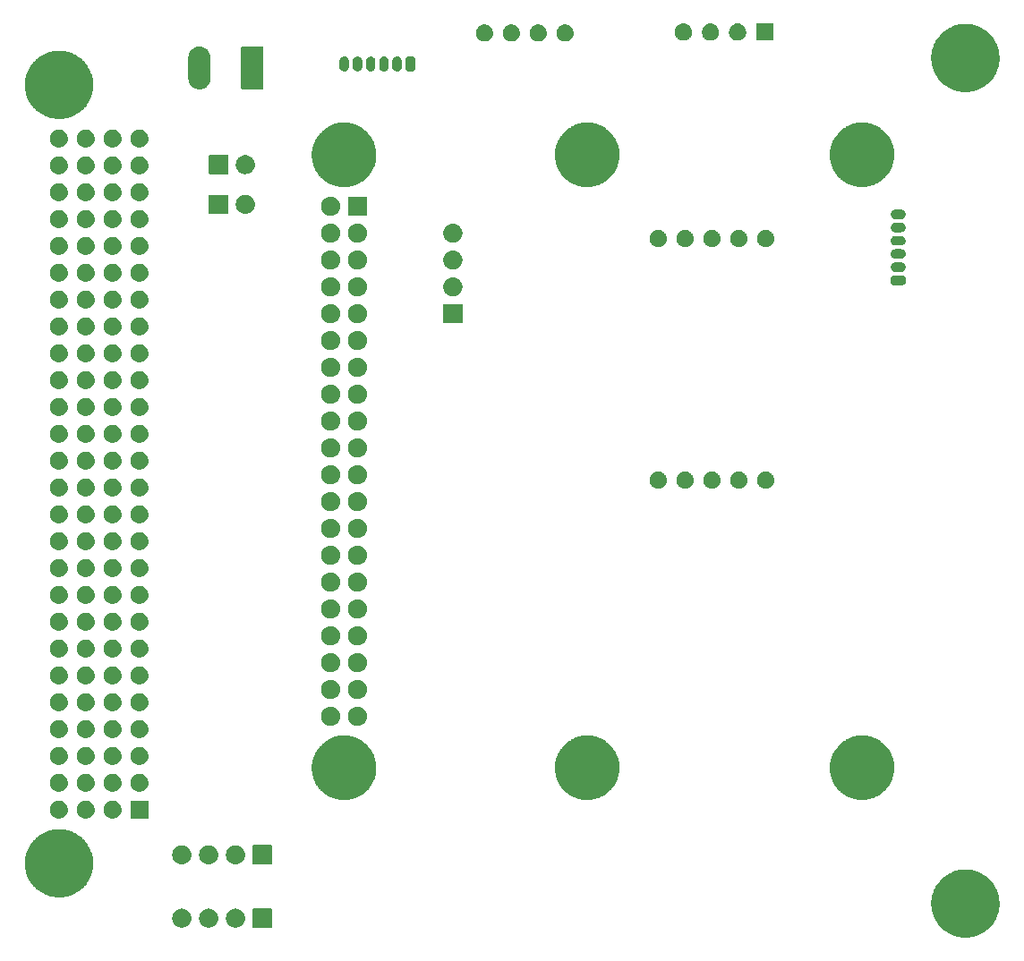
<source format=gbs>
G04 #@! TF.GenerationSoftware,KiCad,Pcbnew,6.0.0-unknown-920f128~86~ubuntu18.04.1*
G04 #@! TF.CreationDate,2019-07-17T14:29:15-04:00*
G04 #@! TF.ProjectId,OBC,4f42432e-6b69-4636-9164-5f7063625858,rev?*
G04 #@! TF.SameCoordinates,Original*
G04 #@! TF.FileFunction,Soldermask,Bot*
G04 #@! TF.FilePolarity,Negative*
%FSLAX46Y46*%
G04 Gerber Fmt 4.6, Leading zero omitted, Abs format (unit mm)*
G04 Created by KiCad (PCBNEW 6.0.0-unknown-920f128~86~ubuntu18.04.1) date 2019-07-17 14:29:15*
%MOMM*%
%LPD*%
G04 APERTURE LIST*
%ADD10C,0.100000*%
G04 APERTURE END LIST*
D10*
G36*
X179055652Y-128189579D02*
G01*
X179157881Y-128190293D01*
X179236862Y-128199711D01*
X179309518Y-128203773D01*
X179408880Y-128220222D01*
X179516072Y-128233004D01*
X179588013Y-128249878D01*
X179654267Y-128260846D01*
X179756647Y-128289431D01*
X179867269Y-128315377D01*
X179931517Y-128338255D01*
X179990812Y-128354810D01*
X180094684Y-128396356D01*
X180207095Y-128436384D01*
X180263314Y-128463804D01*
X180315258Y-128484580D01*
X180418910Y-128539692D01*
X180531315Y-128594516D01*
X180579350Y-128625000D01*
X180623786Y-128648627D01*
X180725449Y-128717717D01*
X180835888Y-128787804D01*
X180875815Y-128819906D01*
X180912794Y-128845037D01*
X181010587Y-128928266D01*
X181117017Y-129013837D01*
X181149126Y-129046171D01*
X181178891Y-129071503D01*
X181270870Y-129168768D01*
X181371198Y-129269799D01*
X181395989Y-129301078D01*
X181418983Y-129325393D01*
X181503191Y-129436333D01*
X181595263Y-129552499D01*
X181613413Y-129581545D01*
X181630244Y-129603719D01*
X181704707Y-129727645D01*
X181786420Y-129858414D01*
X181798775Y-129884201D01*
X181810216Y-129903242D01*
X181873023Y-130039168D01*
X181942285Y-130183730D01*
X181949827Y-130205388D01*
X181956783Y-130220442D01*
X182006082Y-130366931D01*
X182060916Y-130524393D01*
X182064743Y-130541239D01*
X182068238Y-130551623D01*
X182102282Y-130706463D01*
X182140835Y-130876156D01*
X182142131Y-130887711D01*
X182143272Y-130892900D01*
X182160455Y-131051077D01*
X182181045Y-131234636D01*
X182180971Y-131239926D01*
X182180987Y-131240072D01*
X182179687Y-131612444D01*
X182175232Y-131650951D01*
X182174751Y-131685370D01*
X182154935Y-131826371D01*
X182139549Y-131959347D01*
X182130890Y-131997458D01*
X182124548Y-132042587D01*
X182090584Y-132174868D01*
X182062134Y-132300090D01*
X182047578Y-132342365D01*
X182034838Y-132391982D01*
X181988394Y-132514247D01*
X181948369Y-132630488D01*
X181926937Y-132676033D01*
X181906741Y-132729200D01*
X181849596Y-132840391D01*
X181799595Y-132946650D01*
X181770438Y-132994418D01*
X181741853Y-133050037D01*
X181675826Y-133149416D01*
X181617535Y-133244912D01*
X181579973Y-133293686D01*
X181542230Y-133350495D01*
X181469189Y-133437542D01*
X181404331Y-133521761D01*
X181357844Y-133570237D01*
X181310358Y-133626829D01*
X181232210Y-133701248D01*
X181162483Y-133773959D01*
X181106723Y-133820747D01*
X181049129Y-133875593D01*
X180967703Y-133937399D01*
X180894795Y-133998576D01*
X180829657Y-134042182D01*
X180761799Y-134093689D01*
X180678868Y-134143126D01*
X180604438Y-134192952D01*
X180530020Y-134231857D01*
X180451948Y-134278397D01*
X180369175Y-134315945D01*
X180294758Y-134354849D01*
X180211372Y-134387528D01*
X180123439Y-134427416D01*
X180042400Y-134453747D01*
X179969427Y-134482345D01*
X179877599Y-134507294D01*
X179780366Y-134538887D01*
X179702454Y-134554880D01*
X179632224Y-134573961D01*
X179532722Y-134589721D01*
X179427006Y-134611421D01*
X179353446Y-134618116D01*
X179287099Y-134628624D01*
X179180921Y-134633817D01*
X179067763Y-134644115D01*
X178999561Y-134642686D01*
X178938082Y-134645693D01*
X178826417Y-134639059D01*
X178707114Y-134636560D01*
X178645125Y-134628289D01*
X178589274Y-134624971D01*
X178473514Y-134605391D01*
X178349555Y-134588852D01*
X178294350Y-134575088D01*
X178244729Y-134566695D01*
X178126453Y-134533226D01*
X177999543Y-134501584D01*
X177951531Y-134483728D01*
X177908511Y-134471555D01*
X177789443Y-134423448D01*
X177661439Y-134375844D01*
X177620763Y-134355297D01*
X177584520Y-134340654D01*
X177466539Y-134277393D01*
X177339458Y-134213200D01*
X177306060Y-134191345D01*
X177276567Y-134175531D01*
X177161658Y-134096851D01*
X177037614Y-134015679D01*
X177011220Y-133993844D01*
X176988253Y-133978118D01*
X176878489Y-133884039D01*
X176759669Y-133785742D01*
X176739805Y-133765172D01*
X176722941Y-133750718D01*
X176620480Y-133641607D01*
X176509086Y-133526256D01*
X176495084Y-133508075D01*
X176483741Y-133495995D01*
X176390779Y-133372631D01*
X176288990Y-133240455D01*
X176280038Y-133225673D01*
X176273447Y-133216927D01*
X176192301Y-133080803D01*
X176102123Y-132931902D01*
X176097245Y-132921344D01*
X176094528Y-132916787D01*
X176028366Y-132772276D01*
X175950815Y-132604441D01*
X175836952Y-132262155D01*
X175798601Y-132081727D01*
X175764924Y-131925966D01*
X175764368Y-131920677D01*
X175761952Y-131909310D01*
X175744964Y-131736052D01*
X175728400Y-131578453D01*
X175728438Y-131567511D01*
X175726751Y-131550304D01*
X175729080Y-131383526D01*
X175729619Y-131229028D01*
X175731468Y-131212546D01*
X175731788Y-131189611D01*
X175751880Y-131030569D01*
X175768569Y-130881779D01*
X175773415Y-130860101D01*
X175776999Y-130831728D01*
X175813265Y-130681822D01*
X175844797Y-130540756D01*
X175853766Y-130514411D01*
X175861821Y-130481114D01*
X175912534Y-130341782D01*
X175957403Y-130209980D01*
X175971541Y-130179662D01*
X175985197Y-130142141D01*
X176048517Y-130014583D01*
X176105080Y-129893284D01*
X176125327Y-129859852D01*
X176145590Y-129819033D01*
X176219572Y-129704235D01*
X176286096Y-129594391D01*
X176313250Y-129558874D01*
X176340999Y-129515817D01*
X176423657Y-129414469D01*
X176498324Y-129316808D01*
X176533037Y-129280356D01*
X176568990Y-129236273D01*
X176658333Y-129148782D01*
X176739300Y-129063758D01*
X176782032Y-129027646D01*
X176826720Y-128983885D01*
X176920756Y-128910416D01*
X177006198Y-128838212D01*
X177057232Y-128803789D01*
X177110977Y-128761799D01*
X177207749Y-128702264D01*
X177295879Y-128642820D01*
X177355292Y-128611495D01*
X177418219Y-128572782D01*
X177515881Y-128526826D01*
X177604986Y-128479846D01*
X177672650Y-128453056D01*
X177744615Y-128419192D01*
X177841396Y-128386245D01*
X177929870Y-128351216D01*
X178005435Y-128330402D01*
X178086098Y-128302942D01*
X178180398Y-128282209D01*
X178266755Y-128258422D01*
X178349660Y-128244994D01*
X178438411Y-128225481D01*
X178528783Y-128215982D01*
X178611685Y-128202555D01*
X178701133Y-128197867D01*
X178797162Y-128187774D01*
X178882370Y-128188369D01*
X178960642Y-128184267D01*
X179055652Y-128189579D01*
X179055652Y-128189579D01*
G37*
G36*
X113319899Y-131901959D02*
G01*
X113336769Y-131913231D01*
X113348041Y-131930101D01*
X113354448Y-131962312D01*
X113354448Y-133637688D01*
X113351999Y-133650000D01*
X113348041Y-133669899D01*
X113336769Y-133686769D01*
X113319899Y-133698041D01*
X113300000Y-133701999D01*
X113287688Y-133704448D01*
X111612312Y-133704448D01*
X111580101Y-133698041D01*
X111563231Y-133686769D01*
X111551959Y-133669899D01*
X111545552Y-133637688D01*
X111545552Y-131962312D01*
X111551959Y-131930101D01*
X111563231Y-131913231D01*
X111580101Y-131901959D01*
X111612312Y-131895552D01*
X113287688Y-131895552D01*
X113319899Y-131901959D01*
X113319899Y-131901959D01*
G37*
G36*
X105018360Y-131913835D02*
G01*
X105099397Y-131940166D01*
X105186663Y-131967848D01*
X105189655Y-131969493D01*
X105198488Y-131972363D01*
X105270466Y-132013919D01*
X105341499Y-132052970D01*
X105348986Y-132059253D01*
X105362511Y-132067061D01*
X105420259Y-132119057D01*
X105476857Y-132166549D01*
X105486962Y-132179118D01*
X105503261Y-132193793D01*
X105545454Y-132251867D01*
X105587579Y-132304260D01*
X105597994Y-132324182D01*
X105614586Y-132347019D01*
X105641297Y-132407012D01*
X105669439Y-132460843D01*
X105677582Y-132488510D01*
X105691621Y-132520042D01*
X105703992Y-132578241D01*
X105719328Y-132630349D01*
X105722518Y-132665401D01*
X105730999Y-132705301D01*
X105730999Y-132758592D01*
X105735343Y-132806324D01*
X105730999Y-132847653D01*
X105730999Y-132894699D01*
X105721217Y-132940721D01*
X105716873Y-132982047D01*
X105702702Y-133027827D01*
X105691621Y-133079958D01*
X105675028Y-133117226D01*
X105664622Y-133150843D01*
X105638789Y-133198620D01*
X105614586Y-133252981D01*
X105594298Y-133280905D01*
X105580580Y-133306276D01*
X105541859Y-133353082D01*
X105503261Y-133406207D01*
X105482284Y-133425095D01*
X105467952Y-133442419D01*
X105415845Y-133484917D01*
X105362511Y-133532939D01*
X105343524Y-133543901D01*
X105331025Y-133554095D01*
X105265780Y-133588786D01*
X105198488Y-133627637D01*
X105183636Y-133632463D01*
X105175003Y-133637053D01*
X105097430Y-133660473D01*
X105018360Y-133686165D01*
X105009114Y-133687137D01*
X105005851Y-133688122D01*
X104914710Y-133697059D01*
X104877211Y-133701000D01*
X104782789Y-133701000D01*
X104641640Y-133686165D01*
X104560603Y-133659834D01*
X104473337Y-133632152D01*
X104470345Y-133630507D01*
X104461512Y-133627637D01*
X104389534Y-133586081D01*
X104318501Y-133547030D01*
X104311014Y-133540747D01*
X104297489Y-133532939D01*
X104239741Y-133480943D01*
X104183143Y-133433451D01*
X104173038Y-133420882D01*
X104156739Y-133406207D01*
X104114546Y-133348133D01*
X104072421Y-133295740D01*
X104062006Y-133275818D01*
X104045414Y-133252981D01*
X104018703Y-133192988D01*
X103990561Y-133139157D01*
X103982418Y-133111490D01*
X103968379Y-133079958D01*
X103956008Y-133021759D01*
X103940672Y-132969651D01*
X103937482Y-132934599D01*
X103929001Y-132894699D01*
X103929001Y-132841408D01*
X103924657Y-132793676D01*
X103929001Y-132752347D01*
X103929001Y-132705301D01*
X103938783Y-132659279D01*
X103943127Y-132617953D01*
X103957298Y-132572173D01*
X103968379Y-132520042D01*
X103984972Y-132482774D01*
X103995378Y-132449157D01*
X104021211Y-132401380D01*
X104045414Y-132347019D01*
X104065702Y-132319095D01*
X104079420Y-132293724D01*
X104118141Y-132246918D01*
X104156739Y-132193793D01*
X104177716Y-132174905D01*
X104192048Y-132157581D01*
X104244155Y-132115083D01*
X104297489Y-132067061D01*
X104316476Y-132056099D01*
X104328975Y-132045905D01*
X104394220Y-132011214D01*
X104461512Y-131972363D01*
X104476364Y-131967537D01*
X104484997Y-131962947D01*
X104562570Y-131939527D01*
X104641640Y-131913835D01*
X104650886Y-131912863D01*
X104654149Y-131911878D01*
X104745290Y-131902941D01*
X104782789Y-131899000D01*
X104877211Y-131899000D01*
X105018360Y-131913835D01*
X105018360Y-131913835D01*
G37*
G36*
X110098360Y-131913835D02*
G01*
X110179397Y-131940166D01*
X110266663Y-131967848D01*
X110269655Y-131969493D01*
X110278488Y-131972363D01*
X110350466Y-132013919D01*
X110421499Y-132052970D01*
X110428986Y-132059253D01*
X110442511Y-132067061D01*
X110500259Y-132119057D01*
X110556857Y-132166549D01*
X110566962Y-132179118D01*
X110583261Y-132193793D01*
X110625454Y-132251867D01*
X110667579Y-132304260D01*
X110677994Y-132324182D01*
X110694586Y-132347019D01*
X110721297Y-132407012D01*
X110749439Y-132460843D01*
X110757582Y-132488510D01*
X110771621Y-132520042D01*
X110783992Y-132578241D01*
X110799328Y-132630349D01*
X110802518Y-132665401D01*
X110810999Y-132705301D01*
X110810999Y-132758592D01*
X110815343Y-132806324D01*
X110810999Y-132847653D01*
X110810999Y-132894699D01*
X110801217Y-132940721D01*
X110796873Y-132982047D01*
X110782702Y-133027827D01*
X110771621Y-133079958D01*
X110755028Y-133117226D01*
X110744622Y-133150843D01*
X110718789Y-133198620D01*
X110694586Y-133252981D01*
X110674298Y-133280905D01*
X110660580Y-133306276D01*
X110621859Y-133353082D01*
X110583261Y-133406207D01*
X110562284Y-133425095D01*
X110547952Y-133442419D01*
X110495845Y-133484917D01*
X110442511Y-133532939D01*
X110423524Y-133543901D01*
X110411025Y-133554095D01*
X110345780Y-133588786D01*
X110278488Y-133627637D01*
X110263636Y-133632463D01*
X110255003Y-133637053D01*
X110177430Y-133660473D01*
X110098360Y-133686165D01*
X110089114Y-133687137D01*
X110085851Y-133688122D01*
X109994710Y-133697059D01*
X109957211Y-133701000D01*
X109862789Y-133701000D01*
X109721640Y-133686165D01*
X109640603Y-133659834D01*
X109553337Y-133632152D01*
X109550345Y-133630507D01*
X109541512Y-133627637D01*
X109469534Y-133586081D01*
X109398501Y-133547030D01*
X109391014Y-133540747D01*
X109377489Y-133532939D01*
X109319741Y-133480943D01*
X109263143Y-133433451D01*
X109253038Y-133420882D01*
X109236739Y-133406207D01*
X109194546Y-133348133D01*
X109152421Y-133295740D01*
X109142006Y-133275818D01*
X109125414Y-133252981D01*
X109098703Y-133192988D01*
X109070561Y-133139157D01*
X109062418Y-133111490D01*
X109048379Y-133079958D01*
X109036008Y-133021759D01*
X109020672Y-132969651D01*
X109017482Y-132934599D01*
X109009001Y-132894699D01*
X109009001Y-132841408D01*
X109004657Y-132793676D01*
X109009001Y-132752347D01*
X109009001Y-132705301D01*
X109018783Y-132659279D01*
X109023127Y-132617953D01*
X109037298Y-132572173D01*
X109048379Y-132520042D01*
X109064972Y-132482774D01*
X109075378Y-132449157D01*
X109101211Y-132401380D01*
X109125414Y-132347019D01*
X109145702Y-132319095D01*
X109159420Y-132293724D01*
X109198141Y-132246918D01*
X109236739Y-132193793D01*
X109257716Y-132174905D01*
X109272048Y-132157581D01*
X109324155Y-132115083D01*
X109377489Y-132067061D01*
X109396476Y-132056099D01*
X109408975Y-132045905D01*
X109474220Y-132011214D01*
X109541512Y-131972363D01*
X109556364Y-131967537D01*
X109564997Y-131962947D01*
X109642570Y-131939527D01*
X109721640Y-131913835D01*
X109730886Y-131912863D01*
X109734149Y-131911878D01*
X109825290Y-131902941D01*
X109862789Y-131899000D01*
X109957211Y-131899000D01*
X110098360Y-131913835D01*
X110098360Y-131913835D01*
G37*
G36*
X107558360Y-131913835D02*
G01*
X107639397Y-131940166D01*
X107726663Y-131967848D01*
X107729655Y-131969493D01*
X107738488Y-131972363D01*
X107810466Y-132013919D01*
X107881499Y-132052970D01*
X107888986Y-132059253D01*
X107902511Y-132067061D01*
X107960259Y-132119057D01*
X108016857Y-132166549D01*
X108026962Y-132179118D01*
X108043261Y-132193793D01*
X108085454Y-132251867D01*
X108127579Y-132304260D01*
X108137994Y-132324182D01*
X108154586Y-132347019D01*
X108181297Y-132407012D01*
X108209439Y-132460843D01*
X108217582Y-132488510D01*
X108231621Y-132520042D01*
X108243992Y-132578241D01*
X108259328Y-132630349D01*
X108262518Y-132665401D01*
X108270999Y-132705301D01*
X108270999Y-132758592D01*
X108275343Y-132806324D01*
X108270999Y-132847653D01*
X108270999Y-132894699D01*
X108261217Y-132940721D01*
X108256873Y-132982047D01*
X108242702Y-133027827D01*
X108231621Y-133079958D01*
X108215028Y-133117226D01*
X108204622Y-133150843D01*
X108178789Y-133198620D01*
X108154586Y-133252981D01*
X108134298Y-133280905D01*
X108120580Y-133306276D01*
X108081859Y-133353082D01*
X108043261Y-133406207D01*
X108022284Y-133425095D01*
X108007952Y-133442419D01*
X107955845Y-133484917D01*
X107902511Y-133532939D01*
X107883524Y-133543901D01*
X107871025Y-133554095D01*
X107805780Y-133588786D01*
X107738488Y-133627637D01*
X107723636Y-133632463D01*
X107715003Y-133637053D01*
X107637430Y-133660473D01*
X107558360Y-133686165D01*
X107549114Y-133687137D01*
X107545851Y-133688122D01*
X107454710Y-133697059D01*
X107417211Y-133701000D01*
X107322789Y-133701000D01*
X107181640Y-133686165D01*
X107100603Y-133659834D01*
X107013337Y-133632152D01*
X107010345Y-133630507D01*
X107001512Y-133627637D01*
X106929534Y-133586081D01*
X106858501Y-133547030D01*
X106851014Y-133540747D01*
X106837489Y-133532939D01*
X106779741Y-133480943D01*
X106723143Y-133433451D01*
X106713038Y-133420882D01*
X106696739Y-133406207D01*
X106654546Y-133348133D01*
X106612421Y-133295740D01*
X106602006Y-133275818D01*
X106585414Y-133252981D01*
X106558703Y-133192988D01*
X106530561Y-133139157D01*
X106522418Y-133111490D01*
X106508379Y-133079958D01*
X106496008Y-133021759D01*
X106480672Y-132969651D01*
X106477482Y-132934599D01*
X106469001Y-132894699D01*
X106469001Y-132841408D01*
X106464657Y-132793676D01*
X106469001Y-132752347D01*
X106469001Y-132705301D01*
X106478783Y-132659279D01*
X106483127Y-132617953D01*
X106497298Y-132572173D01*
X106508379Y-132520042D01*
X106524972Y-132482774D01*
X106535378Y-132449157D01*
X106561211Y-132401380D01*
X106585414Y-132347019D01*
X106605702Y-132319095D01*
X106619420Y-132293724D01*
X106658141Y-132246918D01*
X106696739Y-132193793D01*
X106717716Y-132174905D01*
X106732048Y-132157581D01*
X106784155Y-132115083D01*
X106837489Y-132067061D01*
X106856476Y-132056099D01*
X106868975Y-132045905D01*
X106934220Y-132011214D01*
X107001512Y-131972363D01*
X107016364Y-131967537D01*
X107024997Y-131962947D01*
X107102570Y-131939527D01*
X107181640Y-131913835D01*
X107190886Y-131912863D01*
X107194149Y-131911878D01*
X107285290Y-131902941D01*
X107322789Y-131899000D01*
X107417211Y-131899000D01*
X107558360Y-131913835D01*
X107558360Y-131913835D01*
G37*
G36*
X93325652Y-124379579D02*
G01*
X93427881Y-124380293D01*
X93506862Y-124389711D01*
X93579518Y-124393773D01*
X93678880Y-124410222D01*
X93786072Y-124423004D01*
X93858013Y-124439878D01*
X93924267Y-124450846D01*
X94026647Y-124479431D01*
X94137269Y-124505377D01*
X94201517Y-124528255D01*
X94260812Y-124544810D01*
X94364684Y-124586356D01*
X94477095Y-124626384D01*
X94533314Y-124653804D01*
X94585258Y-124674580D01*
X94688910Y-124729692D01*
X94801315Y-124784516D01*
X94849350Y-124815000D01*
X94893786Y-124838627D01*
X94995449Y-124907717D01*
X95105888Y-124977804D01*
X95145815Y-125009906D01*
X95182794Y-125035037D01*
X95280587Y-125118266D01*
X95387017Y-125203837D01*
X95419126Y-125236171D01*
X95448891Y-125261503D01*
X95540870Y-125358768D01*
X95641198Y-125459799D01*
X95665989Y-125491078D01*
X95688983Y-125515393D01*
X95773191Y-125626333D01*
X95865263Y-125742499D01*
X95883413Y-125771545D01*
X95900244Y-125793719D01*
X95974707Y-125917645D01*
X96056420Y-126048414D01*
X96068775Y-126074201D01*
X96080216Y-126093242D01*
X96143023Y-126229168D01*
X96212285Y-126373730D01*
X96219827Y-126395388D01*
X96226783Y-126410442D01*
X96276082Y-126556931D01*
X96330916Y-126714393D01*
X96334743Y-126731239D01*
X96338238Y-126741623D01*
X96372282Y-126896463D01*
X96410835Y-127066156D01*
X96412131Y-127077711D01*
X96413272Y-127082900D01*
X96430455Y-127241077D01*
X96451045Y-127424636D01*
X96450971Y-127429926D01*
X96450987Y-127430072D01*
X96449687Y-127802444D01*
X96445232Y-127840951D01*
X96444751Y-127875370D01*
X96424935Y-128016371D01*
X96409549Y-128149347D01*
X96400890Y-128187458D01*
X96394548Y-128232587D01*
X96360584Y-128364868D01*
X96332134Y-128490090D01*
X96317578Y-128532365D01*
X96304838Y-128581982D01*
X96258394Y-128704247D01*
X96218369Y-128820488D01*
X96196937Y-128866033D01*
X96176741Y-128919200D01*
X96119596Y-129030391D01*
X96069595Y-129136650D01*
X96040438Y-129184418D01*
X96011853Y-129240037D01*
X95945826Y-129339416D01*
X95887535Y-129434912D01*
X95849973Y-129483686D01*
X95812230Y-129540495D01*
X95739189Y-129627542D01*
X95674331Y-129711761D01*
X95627844Y-129760237D01*
X95580358Y-129816829D01*
X95502210Y-129891248D01*
X95432483Y-129963959D01*
X95376723Y-130010747D01*
X95319129Y-130065593D01*
X95237703Y-130127399D01*
X95164795Y-130188576D01*
X95099657Y-130232182D01*
X95031799Y-130283689D01*
X94948868Y-130333126D01*
X94874438Y-130382952D01*
X94800020Y-130421857D01*
X94721948Y-130468397D01*
X94639175Y-130505945D01*
X94564758Y-130544849D01*
X94481372Y-130577528D01*
X94393439Y-130617416D01*
X94312400Y-130643747D01*
X94239427Y-130672345D01*
X94147599Y-130697294D01*
X94050366Y-130728887D01*
X93972454Y-130744880D01*
X93902224Y-130763961D01*
X93802722Y-130779721D01*
X93697006Y-130801421D01*
X93623446Y-130808116D01*
X93557099Y-130818624D01*
X93450921Y-130823817D01*
X93337763Y-130834115D01*
X93269561Y-130832686D01*
X93208082Y-130835693D01*
X93096417Y-130829059D01*
X92977114Y-130826560D01*
X92915125Y-130818289D01*
X92859274Y-130814971D01*
X92743514Y-130795391D01*
X92619555Y-130778852D01*
X92564350Y-130765088D01*
X92514729Y-130756695D01*
X92396453Y-130723226D01*
X92269543Y-130691584D01*
X92221531Y-130673728D01*
X92178511Y-130661555D01*
X92059443Y-130613448D01*
X91931439Y-130565844D01*
X91890763Y-130545297D01*
X91854520Y-130530654D01*
X91736539Y-130467393D01*
X91609458Y-130403200D01*
X91576060Y-130381345D01*
X91546567Y-130365531D01*
X91431658Y-130286851D01*
X91307614Y-130205679D01*
X91281220Y-130183844D01*
X91258253Y-130168118D01*
X91148489Y-130074039D01*
X91029669Y-129975742D01*
X91009805Y-129955172D01*
X90992941Y-129940718D01*
X90890480Y-129831607D01*
X90779086Y-129716256D01*
X90765084Y-129698075D01*
X90753741Y-129685995D01*
X90660779Y-129562631D01*
X90558990Y-129430455D01*
X90550038Y-129415673D01*
X90543447Y-129406927D01*
X90462301Y-129270803D01*
X90372123Y-129121902D01*
X90367245Y-129111344D01*
X90364528Y-129106787D01*
X90298366Y-128962276D01*
X90220815Y-128794441D01*
X90106952Y-128452155D01*
X90068601Y-128271727D01*
X90034924Y-128115966D01*
X90034368Y-128110677D01*
X90031952Y-128099310D01*
X90014964Y-127926052D01*
X89998400Y-127768453D01*
X89998438Y-127757511D01*
X89996751Y-127740304D01*
X89999080Y-127573526D01*
X89999619Y-127419028D01*
X90001468Y-127402546D01*
X90001788Y-127379611D01*
X90021880Y-127220569D01*
X90038569Y-127071779D01*
X90043415Y-127050101D01*
X90046999Y-127021728D01*
X90083265Y-126871822D01*
X90114797Y-126730756D01*
X90123766Y-126704411D01*
X90131821Y-126671114D01*
X90182534Y-126531782D01*
X90227403Y-126399980D01*
X90241541Y-126369662D01*
X90255197Y-126332141D01*
X90318517Y-126204583D01*
X90375080Y-126083284D01*
X90395327Y-126049852D01*
X90415590Y-126009033D01*
X90489572Y-125894235D01*
X90556096Y-125784391D01*
X90583250Y-125748874D01*
X90610999Y-125705817D01*
X90693657Y-125604469D01*
X90768324Y-125506808D01*
X90803037Y-125470356D01*
X90838990Y-125426273D01*
X90928333Y-125338782D01*
X91009300Y-125253758D01*
X91052032Y-125217646D01*
X91096720Y-125173885D01*
X91190756Y-125100416D01*
X91276198Y-125028212D01*
X91327232Y-124993789D01*
X91380977Y-124951799D01*
X91477749Y-124892264D01*
X91565879Y-124832820D01*
X91625292Y-124801495D01*
X91688219Y-124762782D01*
X91785881Y-124716826D01*
X91874986Y-124669846D01*
X91942650Y-124643056D01*
X92014615Y-124609192D01*
X92111396Y-124576245D01*
X92199870Y-124541216D01*
X92275435Y-124520402D01*
X92356098Y-124492942D01*
X92450398Y-124472209D01*
X92536755Y-124448422D01*
X92619660Y-124434994D01*
X92708411Y-124415481D01*
X92798783Y-124405982D01*
X92881685Y-124392555D01*
X92971133Y-124387867D01*
X93067162Y-124377774D01*
X93152370Y-124378369D01*
X93230642Y-124374267D01*
X93325652Y-124379579D01*
X93325652Y-124379579D01*
G37*
G36*
X113319899Y-125901959D02*
G01*
X113336769Y-125913231D01*
X113348041Y-125930101D01*
X113354448Y-125962312D01*
X113354448Y-127637688D01*
X113351999Y-127650000D01*
X113348041Y-127669899D01*
X113336769Y-127686769D01*
X113319899Y-127698041D01*
X113300000Y-127701999D01*
X113287688Y-127704448D01*
X111612312Y-127704448D01*
X111580101Y-127698041D01*
X111563231Y-127686769D01*
X111551959Y-127669899D01*
X111545552Y-127637688D01*
X111545552Y-125962312D01*
X111551959Y-125930101D01*
X111563231Y-125913231D01*
X111580101Y-125901959D01*
X111612312Y-125895552D01*
X113287688Y-125895552D01*
X113319899Y-125901959D01*
X113319899Y-125901959D01*
G37*
G36*
X105018360Y-125913835D02*
G01*
X105099397Y-125940166D01*
X105186663Y-125967848D01*
X105189655Y-125969493D01*
X105198488Y-125972363D01*
X105270466Y-126013919D01*
X105341499Y-126052970D01*
X105348986Y-126059253D01*
X105362511Y-126067061D01*
X105420259Y-126119057D01*
X105476857Y-126166549D01*
X105486962Y-126179118D01*
X105503261Y-126193793D01*
X105545454Y-126251867D01*
X105587579Y-126304260D01*
X105597994Y-126324182D01*
X105614586Y-126347019D01*
X105641297Y-126407012D01*
X105669439Y-126460843D01*
X105677582Y-126488510D01*
X105691621Y-126520042D01*
X105703992Y-126578241D01*
X105719328Y-126630349D01*
X105722518Y-126665401D01*
X105730999Y-126705301D01*
X105730999Y-126758592D01*
X105735343Y-126806324D01*
X105730999Y-126847653D01*
X105730999Y-126894699D01*
X105721217Y-126940721D01*
X105716873Y-126982047D01*
X105702702Y-127027827D01*
X105691621Y-127079958D01*
X105675028Y-127117226D01*
X105664622Y-127150843D01*
X105638789Y-127198620D01*
X105614586Y-127252981D01*
X105594298Y-127280905D01*
X105580580Y-127306276D01*
X105541859Y-127353082D01*
X105503261Y-127406207D01*
X105482284Y-127425095D01*
X105467952Y-127442419D01*
X105415845Y-127484917D01*
X105362511Y-127532939D01*
X105343524Y-127543901D01*
X105331025Y-127554095D01*
X105265780Y-127588786D01*
X105198488Y-127627637D01*
X105183636Y-127632463D01*
X105175003Y-127637053D01*
X105097430Y-127660473D01*
X105018360Y-127686165D01*
X105009114Y-127687137D01*
X105005851Y-127688122D01*
X104914710Y-127697059D01*
X104877211Y-127701000D01*
X104782789Y-127701000D01*
X104641640Y-127686165D01*
X104560603Y-127659834D01*
X104473337Y-127632152D01*
X104470345Y-127630507D01*
X104461512Y-127627637D01*
X104389534Y-127586081D01*
X104318501Y-127547030D01*
X104311014Y-127540747D01*
X104297489Y-127532939D01*
X104239741Y-127480943D01*
X104183143Y-127433451D01*
X104173038Y-127420882D01*
X104156739Y-127406207D01*
X104114546Y-127348133D01*
X104072421Y-127295740D01*
X104062006Y-127275818D01*
X104045414Y-127252981D01*
X104018703Y-127192988D01*
X103990561Y-127139157D01*
X103982418Y-127111490D01*
X103968379Y-127079958D01*
X103956008Y-127021759D01*
X103940672Y-126969651D01*
X103937482Y-126934599D01*
X103929001Y-126894699D01*
X103929001Y-126841408D01*
X103924657Y-126793676D01*
X103929001Y-126752347D01*
X103929001Y-126705301D01*
X103938783Y-126659279D01*
X103943127Y-126617953D01*
X103957298Y-126572173D01*
X103968379Y-126520042D01*
X103984972Y-126482774D01*
X103995378Y-126449157D01*
X104021211Y-126401380D01*
X104045414Y-126347019D01*
X104065702Y-126319095D01*
X104079420Y-126293724D01*
X104118141Y-126246918D01*
X104156739Y-126193793D01*
X104177716Y-126174905D01*
X104192048Y-126157581D01*
X104244155Y-126115083D01*
X104297489Y-126067061D01*
X104316476Y-126056099D01*
X104328975Y-126045905D01*
X104394220Y-126011214D01*
X104461512Y-125972363D01*
X104476364Y-125967537D01*
X104484997Y-125962947D01*
X104562570Y-125939527D01*
X104641640Y-125913835D01*
X104650886Y-125912863D01*
X104654149Y-125911878D01*
X104745290Y-125902941D01*
X104782789Y-125899000D01*
X104877211Y-125899000D01*
X105018360Y-125913835D01*
X105018360Y-125913835D01*
G37*
G36*
X107558360Y-125913835D02*
G01*
X107639397Y-125940166D01*
X107726663Y-125967848D01*
X107729655Y-125969493D01*
X107738488Y-125972363D01*
X107810466Y-126013919D01*
X107881499Y-126052970D01*
X107888986Y-126059253D01*
X107902511Y-126067061D01*
X107960259Y-126119057D01*
X108016857Y-126166549D01*
X108026962Y-126179118D01*
X108043261Y-126193793D01*
X108085454Y-126251867D01*
X108127579Y-126304260D01*
X108137994Y-126324182D01*
X108154586Y-126347019D01*
X108181297Y-126407012D01*
X108209439Y-126460843D01*
X108217582Y-126488510D01*
X108231621Y-126520042D01*
X108243992Y-126578241D01*
X108259328Y-126630349D01*
X108262518Y-126665401D01*
X108270999Y-126705301D01*
X108270999Y-126758592D01*
X108275343Y-126806324D01*
X108270999Y-126847653D01*
X108270999Y-126894699D01*
X108261217Y-126940721D01*
X108256873Y-126982047D01*
X108242702Y-127027827D01*
X108231621Y-127079958D01*
X108215028Y-127117226D01*
X108204622Y-127150843D01*
X108178789Y-127198620D01*
X108154586Y-127252981D01*
X108134298Y-127280905D01*
X108120580Y-127306276D01*
X108081859Y-127353082D01*
X108043261Y-127406207D01*
X108022284Y-127425095D01*
X108007952Y-127442419D01*
X107955845Y-127484917D01*
X107902511Y-127532939D01*
X107883524Y-127543901D01*
X107871025Y-127554095D01*
X107805780Y-127588786D01*
X107738488Y-127627637D01*
X107723636Y-127632463D01*
X107715003Y-127637053D01*
X107637430Y-127660473D01*
X107558360Y-127686165D01*
X107549114Y-127687137D01*
X107545851Y-127688122D01*
X107454710Y-127697059D01*
X107417211Y-127701000D01*
X107322789Y-127701000D01*
X107181640Y-127686165D01*
X107100603Y-127659834D01*
X107013337Y-127632152D01*
X107010345Y-127630507D01*
X107001512Y-127627637D01*
X106929534Y-127586081D01*
X106858501Y-127547030D01*
X106851014Y-127540747D01*
X106837489Y-127532939D01*
X106779741Y-127480943D01*
X106723143Y-127433451D01*
X106713038Y-127420882D01*
X106696739Y-127406207D01*
X106654546Y-127348133D01*
X106612421Y-127295740D01*
X106602006Y-127275818D01*
X106585414Y-127252981D01*
X106558703Y-127192988D01*
X106530561Y-127139157D01*
X106522418Y-127111490D01*
X106508379Y-127079958D01*
X106496008Y-127021759D01*
X106480672Y-126969651D01*
X106477482Y-126934599D01*
X106469001Y-126894699D01*
X106469001Y-126841408D01*
X106464657Y-126793676D01*
X106469001Y-126752347D01*
X106469001Y-126705301D01*
X106478783Y-126659279D01*
X106483127Y-126617953D01*
X106497298Y-126572173D01*
X106508379Y-126520042D01*
X106524972Y-126482774D01*
X106535378Y-126449157D01*
X106561211Y-126401380D01*
X106585414Y-126347019D01*
X106605702Y-126319095D01*
X106619420Y-126293724D01*
X106658141Y-126246918D01*
X106696739Y-126193793D01*
X106717716Y-126174905D01*
X106732048Y-126157581D01*
X106784155Y-126115083D01*
X106837489Y-126067061D01*
X106856476Y-126056099D01*
X106868975Y-126045905D01*
X106934220Y-126011214D01*
X107001512Y-125972363D01*
X107016364Y-125967537D01*
X107024997Y-125962947D01*
X107102570Y-125939527D01*
X107181640Y-125913835D01*
X107190886Y-125912863D01*
X107194149Y-125911878D01*
X107285290Y-125902941D01*
X107322789Y-125899000D01*
X107417211Y-125899000D01*
X107558360Y-125913835D01*
X107558360Y-125913835D01*
G37*
G36*
X110098360Y-125913835D02*
G01*
X110179397Y-125940166D01*
X110266663Y-125967848D01*
X110269655Y-125969493D01*
X110278488Y-125972363D01*
X110350466Y-126013919D01*
X110421499Y-126052970D01*
X110428986Y-126059253D01*
X110442511Y-126067061D01*
X110500259Y-126119057D01*
X110556857Y-126166549D01*
X110566962Y-126179118D01*
X110583261Y-126193793D01*
X110625454Y-126251867D01*
X110667579Y-126304260D01*
X110677994Y-126324182D01*
X110694586Y-126347019D01*
X110721297Y-126407012D01*
X110749439Y-126460843D01*
X110757582Y-126488510D01*
X110771621Y-126520042D01*
X110783992Y-126578241D01*
X110799328Y-126630349D01*
X110802518Y-126665401D01*
X110810999Y-126705301D01*
X110810999Y-126758592D01*
X110815343Y-126806324D01*
X110810999Y-126847653D01*
X110810999Y-126894699D01*
X110801217Y-126940721D01*
X110796873Y-126982047D01*
X110782702Y-127027827D01*
X110771621Y-127079958D01*
X110755028Y-127117226D01*
X110744622Y-127150843D01*
X110718789Y-127198620D01*
X110694586Y-127252981D01*
X110674298Y-127280905D01*
X110660580Y-127306276D01*
X110621859Y-127353082D01*
X110583261Y-127406207D01*
X110562284Y-127425095D01*
X110547952Y-127442419D01*
X110495845Y-127484917D01*
X110442511Y-127532939D01*
X110423524Y-127543901D01*
X110411025Y-127554095D01*
X110345780Y-127588786D01*
X110278488Y-127627637D01*
X110263636Y-127632463D01*
X110255003Y-127637053D01*
X110177430Y-127660473D01*
X110098360Y-127686165D01*
X110089114Y-127687137D01*
X110085851Y-127688122D01*
X109994710Y-127697059D01*
X109957211Y-127701000D01*
X109862789Y-127701000D01*
X109721640Y-127686165D01*
X109640603Y-127659834D01*
X109553337Y-127632152D01*
X109550345Y-127630507D01*
X109541512Y-127627637D01*
X109469534Y-127586081D01*
X109398501Y-127547030D01*
X109391014Y-127540747D01*
X109377489Y-127532939D01*
X109319741Y-127480943D01*
X109263143Y-127433451D01*
X109253038Y-127420882D01*
X109236739Y-127406207D01*
X109194546Y-127348133D01*
X109152421Y-127295740D01*
X109142006Y-127275818D01*
X109125414Y-127252981D01*
X109098703Y-127192988D01*
X109070561Y-127139157D01*
X109062418Y-127111490D01*
X109048379Y-127079958D01*
X109036008Y-127021759D01*
X109020672Y-126969651D01*
X109017482Y-126934599D01*
X109009001Y-126894699D01*
X109009001Y-126841408D01*
X109004657Y-126793676D01*
X109009001Y-126752347D01*
X109009001Y-126705301D01*
X109018783Y-126659279D01*
X109023127Y-126617953D01*
X109037298Y-126572173D01*
X109048379Y-126520042D01*
X109064972Y-126482774D01*
X109075378Y-126449157D01*
X109101211Y-126401380D01*
X109125414Y-126347019D01*
X109145702Y-126319095D01*
X109159420Y-126293724D01*
X109198141Y-126246918D01*
X109236739Y-126193793D01*
X109257716Y-126174905D01*
X109272048Y-126157581D01*
X109324155Y-126115083D01*
X109377489Y-126067061D01*
X109396476Y-126056099D01*
X109408975Y-126045905D01*
X109474220Y-126011214D01*
X109541512Y-125972363D01*
X109556364Y-125967537D01*
X109564997Y-125962947D01*
X109642570Y-125939527D01*
X109721640Y-125913835D01*
X109730886Y-125912863D01*
X109734149Y-125911878D01*
X109825290Y-125902941D01*
X109862789Y-125899000D01*
X109957211Y-125899000D01*
X110098360Y-125913835D01*
X110098360Y-125913835D01*
G37*
G36*
X95747976Y-121672826D02*
G01*
X95789766Y-121670782D01*
X95834056Y-121677639D01*
X95884810Y-121680476D01*
X95925163Y-121691743D01*
X95960621Y-121697232D01*
X96008204Y-121714928D01*
X96062898Y-121730199D01*
X96094622Y-121747067D01*
X96122659Y-121757494D01*
X96170757Y-121787549D01*
X96226153Y-121817004D01*
X96248968Y-121836421D01*
X96269271Y-121849108D01*
X96314641Y-121892313D01*
X96366961Y-121936841D01*
X96381463Y-121955947D01*
X96394472Y-121968335D01*
X96433616Y-122024655D01*
X96478751Y-122084118D01*
X96486302Y-122100459D01*
X96493142Y-122110301D01*
X96522508Y-122178817D01*
X96556307Y-122251965D01*
X96558885Y-122263692D01*
X96561247Y-122269202D01*
X96577429Y-122348036D01*
X96596011Y-122432551D01*
X96595345Y-122623388D01*
X96576181Y-122707738D01*
X96559443Y-122786485D01*
X96557041Y-122791982D01*
X96554381Y-122803692D01*
X96520069Y-122876609D01*
X96490227Y-122944915D01*
X96483318Y-122954709D01*
X96475655Y-122970994D01*
X96430114Y-123030130D01*
X96390570Y-123086187D01*
X96377472Y-123098487D01*
X96362840Y-123117487D01*
X96310227Y-123161635D01*
X96264544Y-123204534D01*
X96244147Y-123217082D01*
X96221199Y-123236338D01*
X96165600Y-123265405D01*
X96117293Y-123295123D01*
X96089184Y-123305354D01*
X96057341Y-123322001D01*
X96002534Y-123336892D01*
X95954831Y-123354254D01*
X95919340Y-123359495D01*
X95878911Y-123370479D01*
X95828139Y-123372962D01*
X95783803Y-123379509D01*
X95742027Y-123377174D01*
X95694233Y-123379511D01*
X95649992Y-123372028D01*
X95611189Y-123369859D01*
X95564980Y-123357650D01*
X95511923Y-123348676D01*
X95475839Y-123334097D01*
X95444035Y-123325694D01*
X95395897Y-123301799D01*
X95340488Y-123279412D01*
X95313311Y-123260804D01*
X95289182Y-123248826D01*
X95242128Y-123212063D01*
X95187926Y-123174950D01*
X95169469Y-123155295D01*
X95152950Y-123142389D01*
X95110400Y-123092393D01*
X95061354Y-123040164D01*
X95050608Y-123022138D01*
X95040896Y-123010726D01*
X95006401Y-122947981D01*
X94966678Y-122881344D01*
X94961943Y-122867111D01*
X94957610Y-122859229D01*
X94934692Y-122785192D01*
X94908314Y-122705898D01*
X94907372Y-122696934D01*
X94906486Y-122694072D01*
X94898347Y-122611068D01*
X94888987Y-122522012D01*
X94898967Y-122433044D01*
X94907687Y-122350078D01*
X94908593Y-122347220D01*
X94909598Y-122338265D01*
X94936530Y-122259153D01*
X94959963Y-122185281D01*
X94964350Y-122177432D01*
X94969184Y-122163231D01*
X95009382Y-122096857D01*
X95044304Y-122034371D01*
X95054092Y-122023031D01*
X95064967Y-122005075D01*
X95114385Y-121953181D01*
X95157273Y-121903495D01*
X95173879Y-121890707D01*
X95192477Y-121871177D01*
X95246952Y-121834433D01*
X95294250Y-121798009D01*
X95318458Y-121786202D01*
X95345765Y-121767783D01*
X95401319Y-121745787D01*
X95449633Y-121722223D01*
X95481503Y-121714040D01*
X95517679Y-121699717D01*
X95570795Y-121691114D01*
X95617088Y-121679228D01*
X95655903Y-121677330D01*
X95700199Y-121670155D01*
X95747976Y-121672826D01*
X95747976Y-121672826D01*
G37*
G36*
X98287976Y-121672826D02*
G01*
X98329766Y-121670782D01*
X98374056Y-121677639D01*
X98424810Y-121680476D01*
X98465163Y-121691743D01*
X98500621Y-121697232D01*
X98548204Y-121714928D01*
X98602898Y-121730199D01*
X98634622Y-121747067D01*
X98662659Y-121757494D01*
X98710757Y-121787549D01*
X98766153Y-121817004D01*
X98788968Y-121836421D01*
X98809271Y-121849108D01*
X98854641Y-121892313D01*
X98906961Y-121936841D01*
X98921463Y-121955947D01*
X98934472Y-121968335D01*
X98973616Y-122024655D01*
X99018751Y-122084118D01*
X99026302Y-122100459D01*
X99033142Y-122110301D01*
X99062508Y-122178817D01*
X99096307Y-122251965D01*
X99098885Y-122263692D01*
X99101247Y-122269202D01*
X99117429Y-122348036D01*
X99136011Y-122432551D01*
X99135345Y-122623388D01*
X99116181Y-122707738D01*
X99099443Y-122786485D01*
X99097041Y-122791982D01*
X99094381Y-122803692D01*
X99060069Y-122876609D01*
X99030227Y-122944915D01*
X99023318Y-122954709D01*
X99015655Y-122970994D01*
X98970114Y-123030130D01*
X98930570Y-123086187D01*
X98917472Y-123098487D01*
X98902840Y-123117487D01*
X98850227Y-123161635D01*
X98804544Y-123204534D01*
X98784147Y-123217082D01*
X98761199Y-123236338D01*
X98705600Y-123265405D01*
X98657293Y-123295123D01*
X98629184Y-123305354D01*
X98597341Y-123322001D01*
X98542534Y-123336892D01*
X98494831Y-123354254D01*
X98459340Y-123359495D01*
X98418911Y-123370479D01*
X98368139Y-123372962D01*
X98323803Y-123379509D01*
X98282027Y-123377174D01*
X98234233Y-123379511D01*
X98189992Y-123372028D01*
X98151189Y-123369859D01*
X98104980Y-123357650D01*
X98051923Y-123348676D01*
X98015839Y-123334097D01*
X97984035Y-123325694D01*
X97935897Y-123301799D01*
X97880488Y-123279412D01*
X97853311Y-123260804D01*
X97829182Y-123248826D01*
X97782128Y-123212063D01*
X97727926Y-123174950D01*
X97709469Y-123155295D01*
X97692950Y-123142389D01*
X97650400Y-123092393D01*
X97601354Y-123040164D01*
X97590608Y-123022138D01*
X97580896Y-123010726D01*
X97546401Y-122947981D01*
X97506678Y-122881344D01*
X97501943Y-122867111D01*
X97497610Y-122859229D01*
X97474692Y-122785192D01*
X97448314Y-122705898D01*
X97447372Y-122696934D01*
X97446486Y-122694072D01*
X97438347Y-122611068D01*
X97428987Y-122522012D01*
X97438967Y-122433044D01*
X97447687Y-122350078D01*
X97448593Y-122347220D01*
X97449598Y-122338265D01*
X97476530Y-122259153D01*
X97499963Y-122185281D01*
X97504350Y-122177432D01*
X97509184Y-122163231D01*
X97549382Y-122096857D01*
X97584304Y-122034371D01*
X97594092Y-122023031D01*
X97604967Y-122005075D01*
X97654385Y-121953181D01*
X97697273Y-121903495D01*
X97713879Y-121890707D01*
X97732477Y-121871177D01*
X97786952Y-121834433D01*
X97834250Y-121798009D01*
X97858458Y-121786202D01*
X97885765Y-121767783D01*
X97941319Y-121745787D01*
X97989633Y-121722223D01*
X98021503Y-121714040D01*
X98057679Y-121699717D01*
X98110795Y-121691114D01*
X98157088Y-121679228D01*
X98195903Y-121677330D01*
X98240199Y-121670155D01*
X98287976Y-121672826D01*
X98287976Y-121672826D01*
G37*
G36*
X93207976Y-121672826D02*
G01*
X93249766Y-121670782D01*
X93294056Y-121677639D01*
X93344810Y-121680476D01*
X93385163Y-121691743D01*
X93420621Y-121697232D01*
X93468204Y-121714928D01*
X93522898Y-121730199D01*
X93554622Y-121747067D01*
X93582659Y-121757494D01*
X93630757Y-121787549D01*
X93686153Y-121817004D01*
X93708968Y-121836421D01*
X93729271Y-121849108D01*
X93774641Y-121892313D01*
X93826961Y-121936841D01*
X93841463Y-121955947D01*
X93854472Y-121968335D01*
X93893616Y-122024655D01*
X93938751Y-122084118D01*
X93946302Y-122100459D01*
X93953142Y-122110301D01*
X93982508Y-122178817D01*
X94016307Y-122251965D01*
X94018885Y-122263692D01*
X94021247Y-122269202D01*
X94037429Y-122348036D01*
X94056011Y-122432551D01*
X94055345Y-122623388D01*
X94036181Y-122707738D01*
X94019443Y-122786485D01*
X94017041Y-122791982D01*
X94014381Y-122803692D01*
X93980069Y-122876609D01*
X93950227Y-122944915D01*
X93943318Y-122954709D01*
X93935655Y-122970994D01*
X93890114Y-123030130D01*
X93850570Y-123086187D01*
X93837472Y-123098487D01*
X93822840Y-123117487D01*
X93770227Y-123161635D01*
X93724544Y-123204534D01*
X93704147Y-123217082D01*
X93681199Y-123236338D01*
X93625600Y-123265405D01*
X93577293Y-123295123D01*
X93549184Y-123305354D01*
X93517341Y-123322001D01*
X93462534Y-123336892D01*
X93414831Y-123354254D01*
X93379340Y-123359495D01*
X93338911Y-123370479D01*
X93288139Y-123372962D01*
X93243803Y-123379509D01*
X93202027Y-123377174D01*
X93154233Y-123379511D01*
X93109992Y-123372028D01*
X93071189Y-123369859D01*
X93024980Y-123357650D01*
X92971923Y-123348676D01*
X92935839Y-123334097D01*
X92904035Y-123325694D01*
X92855897Y-123301799D01*
X92800488Y-123279412D01*
X92773311Y-123260804D01*
X92749182Y-123248826D01*
X92702128Y-123212063D01*
X92647926Y-123174950D01*
X92629469Y-123155295D01*
X92612950Y-123142389D01*
X92570400Y-123092393D01*
X92521354Y-123040164D01*
X92510608Y-123022138D01*
X92500896Y-123010726D01*
X92466401Y-122947981D01*
X92426678Y-122881344D01*
X92421943Y-122867111D01*
X92417610Y-122859229D01*
X92394692Y-122785192D01*
X92368314Y-122705898D01*
X92367372Y-122696934D01*
X92366486Y-122694072D01*
X92358347Y-122611068D01*
X92348987Y-122522012D01*
X92358967Y-122433044D01*
X92367687Y-122350078D01*
X92368593Y-122347220D01*
X92369598Y-122338265D01*
X92396530Y-122259153D01*
X92419963Y-122185281D01*
X92424350Y-122177432D01*
X92429184Y-122163231D01*
X92469382Y-122096857D01*
X92504304Y-122034371D01*
X92514092Y-122023031D01*
X92524967Y-122005075D01*
X92574385Y-121953181D01*
X92617273Y-121903495D01*
X92633879Y-121890707D01*
X92652477Y-121871177D01*
X92706952Y-121834433D01*
X92754250Y-121798009D01*
X92778458Y-121786202D01*
X92805765Y-121767783D01*
X92861319Y-121745787D01*
X92909633Y-121722223D01*
X92941503Y-121714040D01*
X92977679Y-121699717D01*
X93030795Y-121691114D01*
X93077088Y-121679228D01*
X93115903Y-121677330D01*
X93160199Y-121670155D01*
X93207976Y-121672826D01*
X93207976Y-121672826D01*
G37*
G36*
X101644899Y-121676959D02*
G01*
X101661769Y-121688231D01*
X101673041Y-121705101D01*
X101679448Y-121737312D01*
X101679448Y-123312688D01*
X101676999Y-123325000D01*
X101673041Y-123344899D01*
X101661769Y-123361769D01*
X101644899Y-123373041D01*
X101625000Y-123376999D01*
X101612688Y-123379448D01*
X100037312Y-123379448D01*
X100005101Y-123373041D01*
X99988231Y-123361769D01*
X99976959Y-123344899D01*
X99970552Y-123312688D01*
X99970552Y-121737312D01*
X99976959Y-121705101D01*
X99988231Y-121688231D01*
X100005101Y-121676959D01*
X100037312Y-121670552D01*
X101612688Y-121670552D01*
X101644899Y-121676959D01*
X101644899Y-121676959D01*
G37*
G36*
X143338774Y-115519990D02*
G01*
X143371873Y-115520221D01*
X143507095Y-115536346D01*
X143647522Y-115549991D01*
X143680424Y-115557014D01*
X143710643Y-115560618D01*
X143845734Y-115592303D01*
X143986392Y-115622329D01*
X144015739Y-115632177D01*
X144042779Y-115638519D01*
X144175898Y-115685921D01*
X144314894Y-115732563D01*
X144340523Y-115744541D01*
X144364174Y-115752963D01*
X144493459Y-115816019D01*
X144628806Y-115879276D01*
X144650627Y-115892674D01*
X144670804Y-115902515D01*
X144794365Y-115980930D01*
X144924091Y-116060582D01*
X144942157Y-116074722D01*
X144958858Y-116085321D01*
X145074802Y-116178542D01*
X145196954Y-116274150D01*
X145211397Y-116288367D01*
X145224729Y-116299087D01*
X145331184Y-116406288D01*
X145443886Y-116517233D01*
X145454952Y-116530922D01*
X145465130Y-116541172D01*
X145560415Y-116661391D01*
X145661713Y-116786708D01*
X145669718Y-116799298D01*
X145677041Y-116808537D01*
X145759503Y-116940503D01*
X145847635Y-117079109D01*
X145852990Y-117090113D01*
X145857826Y-117097852D01*
X145925862Y-117239855D01*
X145999261Y-117390678D01*
X146002446Y-117399696D01*
X146005236Y-117405520D01*
X146057375Y-117555244D01*
X146114641Y-117717408D01*
X146116186Y-117724127D01*
X146117431Y-117727702D01*
X146152285Y-117881111D01*
X146192293Y-118055099D01*
X146192768Y-118059301D01*
X146193015Y-118060388D01*
X146208768Y-118200833D01*
X146231218Y-118399410D01*
X146230480Y-118431942D01*
X146224970Y-118826575D01*
X146220861Y-118855809D01*
X146220339Y-118878826D01*
X146197279Y-119023604D01*
X146177612Y-119163538D01*
X146170706Y-119190434D01*
X146165835Y-119221017D01*
X146127270Y-119359607D01*
X146092767Y-119493988D01*
X146081960Y-119522438D01*
X146072944Y-119554838D01*
X146019986Y-119685584D01*
X145971621Y-119812907D01*
X145956491Y-119842346D01*
X145942861Y-119875998D01*
X145876749Y-119997509D01*
X145815675Y-120116346D01*
X145795886Y-120146131D01*
X145777258Y-120180368D01*
X145699397Y-120291359D01*
X145626886Y-120400496D01*
X145602184Y-120429934D01*
X145578263Y-120464034D01*
X145490132Y-120563473D01*
X145407589Y-120661844D01*
X145377838Y-120690176D01*
X145348436Y-120723350D01*
X145251632Y-120810360D01*
X145160524Y-120897121D01*
X145125680Y-120923569D01*
X145090731Y-120954982D01*
X144986925Y-121028889D01*
X144888790Y-121103378D01*
X144848926Y-121127141D01*
X144808461Y-121155952D01*
X144699312Y-121216330D01*
X144595742Y-121278070D01*
X144551054Y-121298341D01*
X144505255Y-121323676D01*
X144392490Y-121370269D01*
X144285058Y-121419003D01*
X144235853Y-121434991D01*
X144185011Y-121455998D01*
X144070276Y-121488789D01*
X143960594Y-121524427D01*
X143907318Y-121535363D01*
X143851846Y-121551217D01*
X143736793Y-121570367D01*
X143626407Y-121593026D01*
X143569592Y-121598197D01*
X143510044Y-121608108D01*
X143396246Y-121613972D01*
X143286645Y-121623947D01*
X143226955Y-121622697D01*
X143163999Y-121625941D01*
X143052945Y-121619052D01*
X142945558Y-121616802D01*
X142883750Y-121608555D01*
X142818159Y-121604486D01*
X142711251Y-121585539D01*
X142607398Y-121571682D01*
X142544308Y-121555952D01*
X142476972Y-121544018D01*
X142375471Y-121513856D01*
X142276370Y-121489147D01*
X142212941Y-121465558D01*
X142144823Y-121445316D01*
X142049871Y-121404913D01*
X141956610Y-121370230D01*
X141893822Y-121338513D01*
X141825982Y-121309647D01*
X141738551Y-121260080D01*
X141652101Y-121216411D01*
X141591024Y-121176443D01*
X141524549Y-121138757D01*
X141445445Y-121081179D01*
X141366619Y-121029597D01*
X141308335Y-120981380D01*
X141244399Y-120934843D01*
X141174307Y-120870503D01*
X141103763Y-120812144D01*
X141049374Y-120755822D01*
X140989133Y-120700525D01*
X140928518Y-120630672D01*
X140866765Y-120566725D01*
X140817377Y-120502593D01*
X140762034Y-120438816D01*
X140711237Y-120364768D01*
X140658613Y-120296434D01*
X140615309Y-120224930D01*
X140566021Y-120153082D01*
X140525183Y-120076115D01*
X140481878Y-120004610D01*
X140445702Y-119926317D01*
X140403614Y-119846995D01*
X140372736Y-119768406D01*
X140338783Y-119694924D01*
X140310719Y-119610560D01*
X140276902Y-119524490D01*
X140255810Y-119445497D01*
X140231092Y-119371193D01*
X140212056Y-119281635D01*
X140187512Y-119189715D01*
X140175891Y-119111488D01*
X140160163Y-119037495D01*
X140150971Y-118943746D01*
X140136594Y-118846972D01*
X140133994Y-118770606D01*
X140126872Y-118697970D01*
X140128224Y-118601127D01*
X140124804Y-118500668D01*
X140130653Y-118427168D01*
X140131635Y-118356832D01*
X140144105Y-118258120D01*
X140152291Y-118155256D01*
X140165911Y-118085512D01*
X140174393Y-118018371D01*
X140198408Y-117919105D01*
X140218704Y-117815175D01*
X140239327Y-117749967D01*
X140254614Y-117686777D01*
X140290447Y-117588326D01*
X140323189Y-117484799D01*
X140349973Y-117424783D01*
X140371300Y-117366187D01*
X140419059Y-117269975D01*
X140464401Y-117168375D01*
X140496438Y-117114096D01*
X140522989Y-117060608D01*
X140582616Y-116968085D01*
X140640526Y-116869970D01*
X140676896Y-116821793D01*
X140707801Y-116773838D01*
X140779030Y-116686502D01*
X140849299Y-116593421D01*
X140889039Y-116551617D01*
X140923422Y-116509459D01*
X141005836Y-116428754D01*
X141088036Y-116342284D01*
X141130205Y-116306963D01*
X141167171Y-116270763D01*
X141260137Y-116198130D01*
X141353668Y-116119787D01*
X141397331Y-116090942D01*
X141436003Y-116060728D01*
X141538721Y-115997536D01*
X141642780Y-115928791D01*
X141687050Y-115906283D01*
X141726588Y-115881959D01*
X141838086Y-115829492D01*
X141951654Y-115771751D01*
X141995679Y-115755334D01*
X142035271Y-115736704D01*
X142154391Y-115696152D01*
X142276321Y-115650686D01*
X142319335Y-115640001D01*
X142358231Y-115626760D01*
X142483659Y-115599183D01*
X142612606Y-115567152D01*
X142653905Y-115561752D01*
X142691435Y-115553500D01*
X142821743Y-115539804D01*
X142956185Y-115522224D01*
X142995159Y-115521578D01*
X143030722Y-115517840D01*
X143164331Y-115518772D01*
X143302642Y-115516479D01*
X143338774Y-115519990D01*
X143338774Y-115519990D01*
G37*
G36*
X120338774Y-115519990D02*
G01*
X120371873Y-115520221D01*
X120507095Y-115536346D01*
X120647522Y-115549991D01*
X120680424Y-115557014D01*
X120710643Y-115560618D01*
X120845734Y-115592303D01*
X120986392Y-115622329D01*
X121015739Y-115632177D01*
X121042779Y-115638519D01*
X121175898Y-115685921D01*
X121314894Y-115732563D01*
X121340523Y-115744541D01*
X121364174Y-115752963D01*
X121493459Y-115816019D01*
X121628806Y-115879276D01*
X121650627Y-115892674D01*
X121670804Y-115902515D01*
X121794365Y-115980930D01*
X121924091Y-116060582D01*
X121942157Y-116074722D01*
X121958858Y-116085321D01*
X122074802Y-116178542D01*
X122196954Y-116274150D01*
X122211397Y-116288367D01*
X122224729Y-116299087D01*
X122331184Y-116406288D01*
X122443886Y-116517233D01*
X122454952Y-116530922D01*
X122465130Y-116541172D01*
X122560415Y-116661391D01*
X122661713Y-116786708D01*
X122669718Y-116799298D01*
X122677041Y-116808537D01*
X122759503Y-116940503D01*
X122847635Y-117079109D01*
X122852990Y-117090113D01*
X122857826Y-117097852D01*
X122925862Y-117239855D01*
X122999261Y-117390678D01*
X123002446Y-117399696D01*
X123005236Y-117405520D01*
X123057375Y-117555244D01*
X123114641Y-117717408D01*
X123116186Y-117724127D01*
X123117431Y-117727702D01*
X123152285Y-117881111D01*
X123192293Y-118055099D01*
X123192768Y-118059301D01*
X123193015Y-118060388D01*
X123208768Y-118200833D01*
X123231218Y-118399410D01*
X123230480Y-118431942D01*
X123224970Y-118826575D01*
X123220861Y-118855809D01*
X123220339Y-118878826D01*
X123197279Y-119023604D01*
X123177612Y-119163538D01*
X123170706Y-119190434D01*
X123165835Y-119221017D01*
X123127270Y-119359607D01*
X123092767Y-119493988D01*
X123081960Y-119522438D01*
X123072944Y-119554838D01*
X123019986Y-119685584D01*
X122971621Y-119812907D01*
X122956491Y-119842346D01*
X122942861Y-119875998D01*
X122876749Y-119997509D01*
X122815675Y-120116346D01*
X122795886Y-120146131D01*
X122777258Y-120180368D01*
X122699397Y-120291359D01*
X122626886Y-120400496D01*
X122602184Y-120429934D01*
X122578263Y-120464034D01*
X122490132Y-120563473D01*
X122407589Y-120661844D01*
X122377838Y-120690176D01*
X122348436Y-120723350D01*
X122251632Y-120810360D01*
X122160524Y-120897121D01*
X122125680Y-120923569D01*
X122090731Y-120954982D01*
X121986925Y-121028889D01*
X121888790Y-121103378D01*
X121848926Y-121127141D01*
X121808461Y-121155952D01*
X121699312Y-121216330D01*
X121595742Y-121278070D01*
X121551054Y-121298341D01*
X121505255Y-121323676D01*
X121392490Y-121370269D01*
X121285058Y-121419003D01*
X121235853Y-121434991D01*
X121185011Y-121455998D01*
X121070276Y-121488789D01*
X120960594Y-121524427D01*
X120907318Y-121535363D01*
X120851846Y-121551217D01*
X120736793Y-121570367D01*
X120626407Y-121593026D01*
X120569592Y-121598197D01*
X120510044Y-121608108D01*
X120396246Y-121613972D01*
X120286645Y-121623947D01*
X120226955Y-121622697D01*
X120163999Y-121625941D01*
X120052945Y-121619052D01*
X119945558Y-121616802D01*
X119883750Y-121608555D01*
X119818159Y-121604486D01*
X119711251Y-121585539D01*
X119607398Y-121571682D01*
X119544308Y-121555952D01*
X119476972Y-121544018D01*
X119375471Y-121513856D01*
X119276370Y-121489147D01*
X119212941Y-121465558D01*
X119144823Y-121445316D01*
X119049871Y-121404913D01*
X118956610Y-121370230D01*
X118893822Y-121338513D01*
X118825982Y-121309647D01*
X118738551Y-121260080D01*
X118652101Y-121216411D01*
X118591024Y-121176443D01*
X118524549Y-121138757D01*
X118445445Y-121081179D01*
X118366619Y-121029597D01*
X118308335Y-120981380D01*
X118244399Y-120934843D01*
X118174307Y-120870503D01*
X118103763Y-120812144D01*
X118049374Y-120755822D01*
X117989133Y-120700525D01*
X117928518Y-120630672D01*
X117866765Y-120566725D01*
X117817377Y-120502593D01*
X117762034Y-120438816D01*
X117711237Y-120364768D01*
X117658613Y-120296434D01*
X117615309Y-120224930D01*
X117566021Y-120153082D01*
X117525183Y-120076115D01*
X117481878Y-120004610D01*
X117445702Y-119926317D01*
X117403614Y-119846995D01*
X117372736Y-119768406D01*
X117338783Y-119694924D01*
X117310719Y-119610560D01*
X117276902Y-119524490D01*
X117255810Y-119445497D01*
X117231092Y-119371193D01*
X117212056Y-119281635D01*
X117187512Y-119189715D01*
X117175891Y-119111488D01*
X117160163Y-119037495D01*
X117150971Y-118943746D01*
X117136594Y-118846972D01*
X117133994Y-118770606D01*
X117126872Y-118697970D01*
X117128224Y-118601127D01*
X117124804Y-118500668D01*
X117130653Y-118427168D01*
X117131635Y-118356832D01*
X117144105Y-118258120D01*
X117152291Y-118155256D01*
X117165911Y-118085512D01*
X117174393Y-118018371D01*
X117198408Y-117919105D01*
X117218704Y-117815175D01*
X117239327Y-117749967D01*
X117254614Y-117686777D01*
X117290447Y-117588326D01*
X117323189Y-117484799D01*
X117349973Y-117424783D01*
X117371300Y-117366187D01*
X117419059Y-117269975D01*
X117464401Y-117168375D01*
X117496438Y-117114096D01*
X117522989Y-117060608D01*
X117582616Y-116968085D01*
X117640526Y-116869970D01*
X117676896Y-116821793D01*
X117707801Y-116773838D01*
X117779030Y-116686502D01*
X117849299Y-116593421D01*
X117889039Y-116551617D01*
X117923422Y-116509459D01*
X118005836Y-116428754D01*
X118088036Y-116342284D01*
X118130205Y-116306963D01*
X118167171Y-116270763D01*
X118260137Y-116198130D01*
X118353668Y-116119787D01*
X118397331Y-116090942D01*
X118436003Y-116060728D01*
X118538721Y-115997536D01*
X118642780Y-115928791D01*
X118687050Y-115906283D01*
X118726588Y-115881959D01*
X118838086Y-115829492D01*
X118951654Y-115771751D01*
X118995679Y-115755334D01*
X119035271Y-115736704D01*
X119154391Y-115696152D01*
X119276321Y-115650686D01*
X119319335Y-115640001D01*
X119358231Y-115626760D01*
X119483659Y-115599183D01*
X119612606Y-115567152D01*
X119653905Y-115561752D01*
X119691435Y-115553500D01*
X119821743Y-115539804D01*
X119956185Y-115522224D01*
X119995159Y-115521578D01*
X120030722Y-115517840D01*
X120164331Y-115518772D01*
X120302642Y-115516479D01*
X120338774Y-115519990D01*
X120338774Y-115519990D01*
G37*
G36*
X169338774Y-115519990D02*
G01*
X169371873Y-115520221D01*
X169507095Y-115536346D01*
X169647522Y-115549991D01*
X169680424Y-115557014D01*
X169710643Y-115560618D01*
X169845734Y-115592303D01*
X169986392Y-115622329D01*
X170015739Y-115632177D01*
X170042779Y-115638519D01*
X170175898Y-115685921D01*
X170314894Y-115732563D01*
X170340523Y-115744541D01*
X170364174Y-115752963D01*
X170493459Y-115816019D01*
X170628806Y-115879276D01*
X170650627Y-115892674D01*
X170670804Y-115902515D01*
X170794365Y-115980930D01*
X170924091Y-116060582D01*
X170942157Y-116074722D01*
X170958858Y-116085321D01*
X171074802Y-116178542D01*
X171196954Y-116274150D01*
X171211397Y-116288367D01*
X171224729Y-116299087D01*
X171331184Y-116406288D01*
X171443886Y-116517233D01*
X171454952Y-116530922D01*
X171465130Y-116541172D01*
X171560415Y-116661391D01*
X171661713Y-116786708D01*
X171669718Y-116799298D01*
X171677041Y-116808537D01*
X171759503Y-116940503D01*
X171847635Y-117079109D01*
X171852990Y-117090113D01*
X171857826Y-117097852D01*
X171925862Y-117239855D01*
X171999261Y-117390678D01*
X172002446Y-117399696D01*
X172005236Y-117405520D01*
X172057375Y-117555244D01*
X172114641Y-117717408D01*
X172116186Y-117724127D01*
X172117431Y-117727702D01*
X172152285Y-117881111D01*
X172192293Y-118055099D01*
X172192768Y-118059301D01*
X172193015Y-118060388D01*
X172208768Y-118200833D01*
X172231218Y-118399410D01*
X172230480Y-118431942D01*
X172224970Y-118826575D01*
X172220861Y-118855809D01*
X172220339Y-118878826D01*
X172197279Y-119023604D01*
X172177612Y-119163538D01*
X172170706Y-119190434D01*
X172165835Y-119221017D01*
X172127270Y-119359607D01*
X172092767Y-119493988D01*
X172081960Y-119522438D01*
X172072944Y-119554838D01*
X172019986Y-119685584D01*
X171971621Y-119812907D01*
X171956491Y-119842346D01*
X171942861Y-119875998D01*
X171876749Y-119997509D01*
X171815675Y-120116346D01*
X171795886Y-120146131D01*
X171777258Y-120180368D01*
X171699397Y-120291359D01*
X171626886Y-120400496D01*
X171602184Y-120429934D01*
X171578263Y-120464034D01*
X171490132Y-120563473D01*
X171407589Y-120661844D01*
X171377838Y-120690176D01*
X171348436Y-120723350D01*
X171251632Y-120810360D01*
X171160524Y-120897121D01*
X171125680Y-120923569D01*
X171090731Y-120954982D01*
X170986925Y-121028889D01*
X170888790Y-121103378D01*
X170848926Y-121127141D01*
X170808461Y-121155952D01*
X170699312Y-121216330D01*
X170595742Y-121278070D01*
X170551054Y-121298341D01*
X170505255Y-121323676D01*
X170392490Y-121370269D01*
X170285058Y-121419003D01*
X170235853Y-121434991D01*
X170185011Y-121455998D01*
X170070276Y-121488789D01*
X169960594Y-121524427D01*
X169907318Y-121535363D01*
X169851846Y-121551217D01*
X169736793Y-121570367D01*
X169626407Y-121593026D01*
X169569592Y-121598197D01*
X169510044Y-121608108D01*
X169396246Y-121613972D01*
X169286645Y-121623947D01*
X169226955Y-121622697D01*
X169163999Y-121625941D01*
X169052945Y-121619052D01*
X168945558Y-121616802D01*
X168883750Y-121608555D01*
X168818159Y-121604486D01*
X168711251Y-121585539D01*
X168607398Y-121571682D01*
X168544308Y-121555952D01*
X168476972Y-121544018D01*
X168375471Y-121513856D01*
X168276370Y-121489147D01*
X168212941Y-121465558D01*
X168144823Y-121445316D01*
X168049871Y-121404913D01*
X167956610Y-121370230D01*
X167893822Y-121338513D01*
X167825982Y-121309647D01*
X167738551Y-121260080D01*
X167652101Y-121216411D01*
X167591024Y-121176443D01*
X167524549Y-121138757D01*
X167445445Y-121081179D01*
X167366619Y-121029597D01*
X167308335Y-120981380D01*
X167244399Y-120934843D01*
X167174307Y-120870503D01*
X167103763Y-120812144D01*
X167049374Y-120755822D01*
X166989133Y-120700525D01*
X166928518Y-120630672D01*
X166866765Y-120566725D01*
X166817377Y-120502593D01*
X166762034Y-120438816D01*
X166711237Y-120364768D01*
X166658613Y-120296434D01*
X166615309Y-120224930D01*
X166566021Y-120153082D01*
X166525183Y-120076115D01*
X166481878Y-120004610D01*
X166445702Y-119926317D01*
X166403614Y-119846995D01*
X166372736Y-119768406D01*
X166338783Y-119694924D01*
X166310719Y-119610560D01*
X166276902Y-119524490D01*
X166255810Y-119445497D01*
X166231092Y-119371193D01*
X166212056Y-119281635D01*
X166187512Y-119189715D01*
X166175891Y-119111488D01*
X166160163Y-119037495D01*
X166150971Y-118943746D01*
X166136594Y-118846972D01*
X166133994Y-118770606D01*
X166126872Y-118697970D01*
X166128224Y-118601127D01*
X166124804Y-118500668D01*
X166130653Y-118427168D01*
X166131635Y-118356832D01*
X166144105Y-118258120D01*
X166152291Y-118155256D01*
X166165911Y-118085512D01*
X166174393Y-118018371D01*
X166198408Y-117919105D01*
X166218704Y-117815175D01*
X166239327Y-117749967D01*
X166254614Y-117686777D01*
X166290447Y-117588326D01*
X166323189Y-117484799D01*
X166349973Y-117424783D01*
X166371300Y-117366187D01*
X166419059Y-117269975D01*
X166464401Y-117168375D01*
X166496438Y-117114096D01*
X166522989Y-117060608D01*
X166582616Y-116968085D01*
X166640526Y-116869970D01*
X166676896Y-116821793D01*
X166707801Y-116773838D01*
X166779030Y-116686502D01*
X166849299Y-116593421D01*
X166889039Y-116551617D01*
X166923422Y-116509459D01*
X167005836Y-116428754D01*
X167088036Y-116342284D01*
X167130205Y-116306963D01*
X167167171Y-116270763D01*
X167260137Y-116198130D01*
X167353668Y-116119787D01*
X167397331Y-116090942D01*
X167436003Y-116060728D01*
X167538721Y-115997536D01*
X167642780Y-115928791D01*
X167687050Y-115906283D01*
X167726588Y-115881959D01*
X167838086Y-115829492D01*
X167951654Y-115771751D01*
X167995679Y-115755334D01*
X168035271Y-115736704D01*
X168154391Y-115696152D01*
X168276321Y-115650686D01*
X168319335Y-115640001D01*
X168358231Y-115626760D01*
X168483659Y-115599183D01*
X168612606Y-115567152D01*
X168653905Y-115561752D01*
X168691435Y-115553500D01*
X168821743Y-115539804D01*
X168956185Y-115522224D01*
X168995159Y-115521578D01*
X169030722Y-115517840D01*
X169164331Y-115518772D01*
X169302642Y-115516479D01*
X169338774Y-115519990D01*
X169338774Y-115519990D01*
G37*
G36*
X95747976Y-119132826D02*
G01*
X95789766Y-119130782D01*
X95834056Y-119137639D01*
X95884810Y-119140476D01*
X95925163Y-119151743D01*
X95960621Y-119157232D01*
X96008204Y-119174928D01*
X96062898Y-119190199D01*
X96094622Y-119207067D01*
X96122659Y-119217494D01*
X96170757Y-119247549D01*
X96226153Y-119277004D01*
X96248968Y-119296421D01*
X96269271Y-119309108D01*
X96314641Y-119352313D01*
X96366961Y-119396841D01*
X96381463Y-119415947D01*
X96394472Y-119428335D01*
X96433616Y-119484655D01*
X96478751Y-119544118D01*
X96486302Y-119560459D01*
X96493142Y-119570301D01*
X96522508Y-119638817D01*
X96556307Y-119711965D01*
X96558885Y-119723692D01*
X96561247Y-119729202D01*
X96577429Y-119808036D01*
X96596011Y-119892551D01*
X96595345Y-120083388D01*
X96576181Y-120167738D01*
X96559443Y-120246485D01*
X96557041Y-120251982D01*
X96554381Y-120263692D01*
X96520069Y-120336609D01*
X96490227Y-120404915D01*
X96483318Y-120414709D01*
X96475655Y-120430994D01*
X96430114Y-120490130D01*
X96390570Y-120546187D01*
X96377472Y-120558487D01*
X96362840Y-120577487D01*
X96310227Y-120621635D01*
X96264544Y-120664534D01*
X96244147Y-120677082D01*
X96221199Y-120696338D01*
X96165600Y-120725405D01*
X96117293Y-120755123D01*
X96089184Y-120765354D01*
X96057341Y-120782001D01*
X96002534Y-120796892D01*
X95954831Y-120814254D01*
X95919340Y-120819495D01*
X95878911Y-120830479D01*
X95828139Y-120832962D01*
X95783803Y-120839509D01*
X95742027Y-120837174D01*
X95694233Y-120839511D01*
X95649992Y-120832028D01*
X95611189Y-120829859D01*
X95564980Y-120817650D01*
X95511923Y-120808676D01*
X95475839Y-120794097D01*
X95444035Y-120785694D01*
X95395897Y-120761799D01*
X95340488Y-120739412D01*
X95313311Y-120720804D01*
X95289182Y-120708826D01*
X95242128Y-120672063D01*
X95187926Y-120634950D01*
X95169469Y-120615295D01*
X95152950Y-120602389D01*
X95110400Y-120552393D01*
X95061354Y-120500164D01*
X95050608Y-120482138D01*
X95040896Y-120470726D01*
X95006401Y-120407981D01*
X94966678Y-120341344D01*
X94961943Y-120327111D01*
X94957610Y-120319229D01*
X94934692Y-120245192D01*
X94908314Y-120165898D01*
X94907372Y-120156934D01*
X94906486Y-120154072D01*
X94898347Y-120071068D01*
X94888987Y-119982012D01*
X94898967Y-119893044D01*
X94907687Y-119810078D01*
X94908593Y-119807220D01*
X94909598Y-119798265D01*
X94936530Y-119719153D01*
X94959963Y-119645281D01*
X94964350Y-119637432D01*
X94969184Y-119623231D01*
X95009382Y-119556857D01*
X95044304Y-119494371D01*
X95054092Y-119483031D01*
X95064967Y-119465075D01*
X95114385Y-119413181D01*
X95157273Y-119363495D01*
X95173879Y-119350707D01*
X95192477Y-119331177D01*
X95246952Y-119294433D01*
X95294250Y-119258009D01*
X95318458Y-119246202D01*
X95345765Y-119227783D01*
X95401319Y-119205787D01*
X95449633Y-119182223D01*
X95481503Y-119174040D01*
X95517679Y-119159717D01*
X95570795Y-119151114D01*
X95617088Y-119139228D01*
X95655903Y-119137330D01*
X95700199Y-119130155D01*
X95747976Y-119132826D01*
X95747976Y-119132826D01*
G37*
G36*
X93207976Y-119132826D02*
G01*
X93249766Y-119130782D01*
X93294056Y-119137639D01*
X93344810Y-119140476D01*
X93385163Y-119151743D01*
X93420621Y-119157232D01*
X93468204Y-119174928D01*
X93522898Y-119190199D01*
X93554622Y-119207067D01*
X93582659Y-119217494D01*
X93630757Y-119247549D01*
X93686153Y-119277004D01*
X93708968Y-119296421D01*
X93729271Y-119309108D01*
X93774641Y-119352313D01*
X93826961Y-119396841D01*
X93841463Y-119415947D01*
X93854472Y-119428335D01*
X93893616Y-119484655D01*
X93938751Y-119544118D01*
X93946302Y-119560459D01*
X93953142Y-119570301D01*
X93982508Y-119638817D01*
X94016307Y-119711965D01*
X94018885Y-119723692D01*
X94021247Y-119729202D01*
X94037429Y-119808036D01*
X94056011Y-119892551D01*
X94055345Y-120083388D01*
X94036181Y-120167738D01*
X94019443Y-120246485D01*
X94017041Y-120251982D01*
X94014381Y-120263692D01*
X93980069Y-120336609D01*
X93950227Y-120404915D01*
X93943318Y-120414709D01*
X93935655Y-120430994D01*
X93890114Y-120490130D01*
X93850570Y-120546187D01*
X93837472Y-120558487D01*
X93822840Y-120577487D01*
X93770227Y-120621635D01*
X93724544Y-120664534D01*
X93704147Y-120677082D01*
X93681199Y-120696338D01*
X93625600Y-120725405D01*
X93577293Y-120755123D01*
X93549184Y-120765354D01*
X93517341Y-120782001D01*
X93462534Y-120796892D01*
X93414831Y-120814254D01*
X93379340Y-120819495D01*
X93338911Y-120830479D01*
X93288139Y-120832962D01*
X93243803Y-120839509D01*
X93202027Y-120837174D01*
X93154233Y-120839511D01*
X93109992Y-120832028D01*
X93071189Y-120829859D01*
X93024980Y-120817650D01*
X92971923Y-120808676D01*
X92935839Y-120794097D01*
X92904035Y-120785694D01*
X92855897Y-120761799D01*
X92800488Y-120739412D01*
X92773311Y-120720804D01*
X92749182Y-120708826D01*
X92702128Y-120672063D01*
X92647926Y-120634950D01*
X92629469Y-120615295D01*
X92612950Y-120602389D01*
X92570400Y-120552393D01*
X92521354Y-120500164D01*
X92510608Y-120482138D01*
X92500896Y-120470726D01*
X92466401Y-120407981D01*
X92426678Y-120341344D01*
X92421943Y-120327111D01*
X92417610Y-120319229D01*
X92394692Y-120245192D01*
X92368314Y-120165898D01*
X92367372Y-120156934D01*
X92366486Y-120154072D01*
X92358347Y-120071068D01*
X92348987Y-119982012D01*
X92358967Y-119893044D01*
X92367687Y-119810078D01*
X92368593Y-119807220D01*
X92369598Y-119798265D01*
X92396530Y-119719153D01*
X92419963Y-119645281D01*
X92424350Y-119637432D01*
X92429184Y-119623231D01*
X92469382Y-119556857D01*
X92504304Y-119494371D01*
X92514092Y-119483031D01*
X92524967Y-119465075D01*
X92574385Y-119413181D01*
X92617273Y-119363495D01*
X92633879Y-119350707D01*
X92652477Y-119331177D01*
X92706952Y-119294433D01*
X92754250Y-119258009D01*
X92778458Y-119246202D01*
X92805765Y-119227783D01*
X92861319Y-119205787D01*
X92909633Y-119182223D01*
X92941503Y-119174040D01*
X92977679Y-119159717D01*
X93030795Y-119151114D01*
X93077088Y-119139228D01*
X93115903Y-119137330D01*
X93160199Y-119130155D01*
X93207976Y-119132826D01*
X93207976Y-119132826D01*
G37*
G36*
X100827976Y-119132826D02*
G01*
X100869766Y-119130782D01*
X100914056Y-119137639D01*
X100964810Y-119140476D01*
X101005163Y-119151743D01*
X101040621Y-119157232D01*
X101088204Y-119174928D01*
X101142898Y-119190199D01*
X101174622Y-119207067D01*
X101202659Y-119217494D01*
X101250757Y-119247549D01*
X101306153Y-119277004D01*
X101328968Y-119296421D01*
X101349271Y-119309108D01*
X101394641Y-119352313D01*
X101446961Y-119396841D01*
X101461463Y-119415947D01*
X101474472Y-119428335D01*
X101513616Y-119484655D01*
X101558751Y-119544118D01*
X101566302Y-119560459D01*
X101573142Y-119570301D01*
X101602508Y-119638817D01*
X101636307Y-119711965D01*
X101638885Y-119723692D01*
X101641247Y-119729202D01*
X101657429Y-119808036D01*
X101676011Y-119892551D01*
X101675345Y-120083388D01*
X101656181Y-120167738D01*
X101639443Y-120246485D01*
X101637041Y-120251982D01*
X101634381Y-120263692D01*
X101600069Y-120336609D01*
X101570227Y-120404915D01*
X101563318Y-120414709D01*
X101555655Y-120430994D01*
X101510114Y-120490130D01*
X101470570Y-120546187D01*
X101457472Y-120558487D01*
X101442840Y-120577487D01*
X101390227Y-120621635D01*
X101344544Y-120664534D01*
X101324147Y-120677082D01*
X101301199Y-120696338D01*
X101245600Y-120725405D01*
X101197293Y-120755123D01*
X101169184Y-120765354D01*
X101137341Y-120782001D01*
X101082534Y-120796892D01*
X101034831Y-120814254D01*
X100999340Y-120819495D01*
X100958911Y-120830479D01*
X100908139Y-120832962D01*
X100863803Y-120839509D01*
X100822027Y-120837174D01*
X100774233Y-120839511D01*
X100729992Y-120832028D01*
X100691189Y-120829859D01*
X100644980Y-120817650D01*
X100591923Y-120808676D01*
X100555839Y-120794097D01*
X100524035Y-120785694D01*
X100475897Y-120761799D01*
X100420488Y-120739412D01*
X100393311Y-120720804D01*
X100369182Y-120708826D01*
X100322128Y-120672063D01*
X100267926Y-120634950D01*
X100249469Y-120615295D01*
X100232950Y-120602389D01*
X100190400Y-120552393D01*
X100141354Y-120500164D01*
X100130608Y-120482138D01*
X100120896Y-120470726D01*
X100086401Y-120407981D01*
X100046678Y-120341344D01*
X100041943Y-120327111D01*
X100037610Y-120319229D01*
X100014692Y-120245192D01*
X99988314Y-120165898D01*
X99987372Y-120156934D01*
X99986486Y-120154072D01*
X99978347Y-120071068D01*
X99968987Y-119982012D01*
X99978967Y-119893044D01*
X99987687Y-119810078D01*
X99988593Y-119807220D01*
X99989598Y-119798265D01*
X100016530Y-119719153D01*
X100039963Y-119645281D01*
X100044350Y-119637432D01*
X100049184Y-119623231D01*
X100089382Y-119556857D01*
X100124304Y-119494371D01*
X100134092Y-119483031D01*
X100144967Y-119465075D01*
X100194385Y-119413181D01*
X100237273Y-119363495D01*
X100253879Y-119350707D01*
X100272477Y-119331177D01*
X100326952Y-119294433D01*
X100374250Y-119258009D01*
X100398458Y-119246202D01*
X100425765Y-119227783D01*
X100481319Y-119205787D01*
X100529633Y-119182223D01*
X100561503Y-119174040D01*
X100597679Y-119159717D01*
X100650795Y-119151114D01*
X100697088Y-119139228D01*
X100735903Y-119137330D01*
X100780199Y-119130155D01*
X100827976Y-119132826D01*
X100827976Y-119132826D01*
G37*
G36*
X98287976Y-119132826D02*
G01*
X98329766Y-119130782D01*
X98374056Y-119137639D01*
X98424810Y-119140476D01*
X98465163Y-119151743D01*
X98500621Y-119157232D01*
X98548204Y-119174928D01*
X98602898Y-119190199D01*
X98634622Y-119207067D01*
X98662659Y-119217494D01*
X98710757Y-119247549D01*
X98766153Y-119277004D01*
X98788968Y-119296421D01*
X98809271Y-119309108D01*
X98854641Y-119352313D01*
X98906961Y-119396841D01*
X98921463Y-119415947D01*
X98934472Y-119428335D01*
X98973616Y-119484655D01*
X99018751Y-119544118D01*
X99026302Y-119560459D01*
X99033142Y-119570301D01*
X99062508Y-119638817D01*
X99096307Y-119711965D01*
X99098885Y-119723692D01*
X99101247Y-119729202D01*
X99117429Y-119808036D01*
X99136011Y-119892551D01*
X99135345Y-120083388D01*
X99116181Y-120167738D01*
X99099443Y-120246485D01*
X99097041Y-120251982D01*
X99094381Y-120263692D01*
X99060069Y-120336609D01*
X99030227Y-120404915D01*
X99023318Y-120414709D01*
X99015655Y-120430994D01*
X98970114Y-120490130D01*
X98930570Y-120546187D01*
X98917472Y-120558487D01*
X98902840Y-120577487D01*
X98850227Y-120621635D01*
X98804544Y-120664534D01*
X98784147Y-120677082D01*
X98761199Y-120696338D01*
X98705600Y-120725405D01*
X98657293Y-120755123D01*
X98629184Y-120765354D01*
X98597341Y-120782001D01*
X98542534Y-120796892D01*
X98494831Y-120814254D01*
X98459340Y-120819495D01*
X98418911Y-120830479D01*
X98368139Y-120832962D01*
X98323803Y-120839509D01*
X98282027Y-120837174D01*
X98234233Y-120839511D01*
X98189992Y-120832028D01*
X98151189Y-120829859D01*
X98104980Y-120817650D01*
X98051923Y-120808676D01*
X98015839Y-120794097D01*
X97984035Y-120785694D01*
X97935897Y-120761799D01*
X97880488Y-120739412D01*
X97853311Y-120720804D01*
X97829182Y-120708826D01*
X97782128Y-120672063D01*
X97727926Y-120634950D01*
X97709469Y-120615295D01*
X97692950Y-120602389D01*
X97650400Y-120552393D01*
X97601354Y-120500164D01*
X97590608Y-120482138D01*
X97580896Y-120470726D01*
X97546401Y-120407981D01*
X97506678Y-120341344D01*
X97501943Y-120327111D01*
X97497610Y-120319229D01*
X97474692Y-120245192D01*
X97448314Y-120165898D01*
X97447372Y-120156934D01*
X97446486Y-120154072D01*
X97438347Y-120071068D01*
X97428987Y-119982012D01*
X97438967Y-119893044D01*
X97447687Y-119810078D01*
X97448593Y-119807220D01*
X97449598Y-119798265D01*
X97476530Y-119719153D01*
X97499963Y-119645281D01*
X97504350Y-119637432D01*
X97509184Y-119623231D01*
X97549382Y-119556857D01*
X97584304Y-119494371D01*
X97594092Y-119483031D01*
X97604967Y-119465075D01*
X97654385Y-119413181D01*
X97697273Y-119363495D01*
X97713879Y-119350707D01*
X97732477Y-119331177D01*
X97786952Y-119294433D01*
X97834250Y-119258009D01*
X97858458Y-119246202D01*
X97885765Y-119227783D01*
X97941319Y-119205787D01*
X97989633Y-119182223D01*
X98021503Y-119174040D01*
X98057679Y-119159717D01*
X98110795Y-119151114D01*
X98157088Y-119139228D01*
X98195903Y-119137330D01*
X98240199Y-119130155D01*
X98287976Y-119132826D01*
X98287976Y-119132826D01*
G37*
G36*
X100827976Y-116592826D02*
G01*
X100869766Y-116590782D01*
X100914056Y-116597639D01*
X100964810Y-116600476D01*
X101005163Y-116611743D01*
X101040621Y-116617232D01*
X101088204Y-116634928D01*
X101142898Y-116650199D01*
X101174622Y-116667067D01*
X101202659Y-116677494D01*
X101250757Y-116707549D01*
X101306153Y-116737004D01*
X101328968Y-116756421D01*
X101349271Y-116769108D01*
X101394641Y-116812313D01*
X101446961Y-116856841D01*
X101461463Y-116875947D01*
X101474472Y-116888335D01*
X101513616Y-116944655D01*
X101558751Y-117004118D01*
X101566302Y-117020459D01*
X101573142Y-117030301D01*
X101602508Y-117098817D01*
X101636307Y-117171965D01*
X101638885Y-117183692D01*
X101641247Y-117189202D01*
X101657429Y-117268036D01*
X101676011Y-117352551D01*
X101675345Y-117543388D01*
X101656181Y-117627738D01*
X101639443Y-117706485D01*
X101637041Y-117711982D01*
X101634381Y-117723692D01*
X101600069Y-117796609D01*
X101570227Y-117864915D01*
X101563318Y-117874709D01*
X101555655Y-117890994D01*
X101510114Y-117950130D01*
X101470570Y-118006187D01*
X101457472Y-118018487D01*
X101442840Y-118037487D01*
X101390227Y-118081635D01*
X101344544Y-118124534D01*
X101324147Y-118137082D01*
X101301199Y-118156338D01*
X101245600Y-118185405D01*
X101197293Y-118215123D01*
X101169184Y-118225354D01*
X101137341Y-118242001D01*
X101082534Y-118256892D01*
X101034831Y-118274254D01*
X100999340Y-118279495D01*
X100958911Y-118290479D01*
X100908139Y-118292962D01*
X100863803Y-118299509D01*
X100822027Y-118297174D01*
X100774233Y-118299511D01*
X100729992Y-118292028D01*
X100691189Y-118289859D01*
X100644980Y-118277650D01*
X100591923Y-118268676D01*
X100555839Y-118254097D01*
X100524035Y-118245694D01*
X100475897Y-118221799D01*
X100420488Y-118199412D01*
X100393311Y-118180804D01*
X100369182Y-118168826D01*
X100322128Y-118132063D01*
X100267926Y-118094950D01*
X100249469Y-118075295D01*
X100232950Y-118062389D01*
X100190400Y-118012393D01*
X100141354Y-117960164D01*
X100130608Y-117942138D01*
X100120896Y-117930726D01*
X100086401Y-117867981D01*
X100046678Y-117801344D01*
X100041943Y-117787111D01*
X100037610Y-117779229D01*
X100014692Y-117705192D01*
X99988314Y-117625898D01*
X99987372Y-117616934D01*
X99986486Y-117614072D01*
X99978347Y-117531068D01*
X99968987Y-117442012D01*
X99978967Y-117353044D01*
X99987687Y-117270078D01*
X99988593Y-117267220D01*
X99989598Y-117258265D01*
X100016530Y-117179153D01*
X100039963Y-117105281D01*
X100044350Y-117097432D01*
X100049184Y-117083231D01*
X100089382Y-117016857D01*
X100124304Y-116954371D01*
X100134092Y-116943031D01*
X100144967Y-116925075D01*
X100194385Y-116873181D01*
X100237273Y-116823495D01*
X100253879Y-116810707D01*
X100272477Y-116791177D01*
X100326952Y-116754433D01*
X100374250Y-116718009D01*
X100398458Y-116706202D01*
X100425765Y-116687783D01*
X100481319Y-116665787D01*
X100529633Y-116642223D01*
X100561503Y-116634040D01*
X100597679Y-116619717D01*
X100650795Y-116611114D01*
X100697088Y-116599228D01*
X100735903Y-116597330D01*
X100780199Y-116590155D01*
X100827976Y-116592826D01*
X100827976Y-116592826D01*
G37*
G36*
X93207976Y-116592826D02*
G01*
X93249766Y-116590782D01*
X93294056Y-116597639D01*
X93344810Y-116600476D01*
X93385163Y-116611743D01*
X93420621Y-116617232D01*
X93468204Y-116634928D01*
X93522898Y-116650199D01*
X93554622Y-116667067D01*
X93582659Y-116677494D01*
X93630757Y-116707549D01*
X93686153Y-116737004D01*
X93708968Y-116756421D01*
X93729271Y-116769108D01*
X93774641Y-116812313D01*
X93826961Y-116856841D01*
X93841463Y-116875947D01*
X93854472Y-116888335D01*
X93893616Y-116944655D01*
X93938751Y-117004118D01*
X93946302Y-117020459D01*
X93953142Y-117030301D01*
X93982508Y-117098817D01*
X94016307Y-117171965D01*
X94018885Y-117183692D01*
X94021247Y-117189202D01*
X94037429Y-117268036D01*
X94056011Y-117352551D01*
X94055345Y-117543388D01*
X94036181Y-117627738D01*
X94019443Y-117706485D01*
X94017041Y-117711982D01*
X94014381Y-117723692D01*
X93980069Y-117796609D01*
X93950227Y-117864915D01*
X93943318Y-117874709D01*
X93935655Y-117890994D01*
X93890114Y-117950130D01*
X93850570Y-118006187D01*
X93837472Y-118018487D01*
X93822840Y-118037487D01*
X93770227Y-118081635D01*
X93724544Y-118124534D01*
X93704147Y-118137082D01*
X93681199Y-118156338D01*
X93625600Y-118185405D01*
X93577293Y-118215123D01*
X93549184Y-118225354D01*
X93517341Y-118242001D01*
X93462534Y-118256892D01*
X93414831Y-118274254D01*
X93379340Y-118279495D01*
X93338911Y-118290479D01*
X93288139Y-118292962D01*
X93243803Y-118299509D01*
X93202027Y-118297174D01*
X93154233Y-118299511D01*
X93109992Y-118292028D01*
X93071189Y-118289859D01*
X93024980Y-118277650D01*
X92971923Y-118268676D01*
X92935839Y-118254097D01*
X92904035Y-118245694D01*
X92855897Y-118221799D01*
X92800488Y-118199412D01*
X92773311Y-118180804D01*
X92749182Y-118168826D01*
X92702128Y-118132063D01*
X92647926Y-118094950D01*
X92629469Y-118075295D01*
X92612950Y-118062389D01*
X92570400Y-118012393D01*
X92521354Y-117960164D01*
X92510608Y-117942138D01*
X92500896Y-117930726D01*
X92466401Y-117867981D01*
X92426678Y-117801344D01*
X92421943Y-117787111D01*
X92417610Y-117779229D01*
X92394692Y-117705192D01*
X92368314Y-117625898D01*
X92367372Y-117616934D01*
X92366486Y-117614072D01*
X92358347Y-117531068D01*
X92348987Y-117442012D01*
X92358967Y-117353044D01*
X92367687Y-117270078D01*
X92368593Y-117267220D01*
X92369598Y-117258265D01*
X92396530Y-117179153D01*
X92419963Y-117105281D01*
X92424350Y-117097432D01*
X92429184Y-117083231D01*
X92469382Y-117016857D01*
X92504304Y-116954371D01*
X92514092Y-116943031D01*
X92524967Y-116925075D01*
X92574385Y-116873181D01*
X92617273Y-116823495D01*
X92633879Y-116810707D01*
X92652477Y-116791177D01*
X92706952Y-116754433D01*
X92754250Y-116718009D01*
X92778458Y-116706202D01*
X92805765Y-116687783D01*
X92861319Y-116665787D01*
X92909633Y-116642223D01*
X92941503Y-116634040D01*
X92977679Y-116619717D01*
X93030795Y-116611114D01*
X93077088Y-116599228D01*
X93115903Y-116597330D01*
X93160199Y-116590155D01*
X93207976Y-116592826D01*
X93207976Y-116592826D01*
G37*
G36*
X95747976Y-116592826D02*
G01*
X95789766Y-116590782D01*
X95834056Y-116597639D01*
X95884810Y-116600476D01*
X95925163Y-116611743D01*
X95960621Y-116617232D01*
X96008204Y-116634928D01*
X96062898Y-116650199D01*
X96094622Y-116667067D01*
X96122659Y-116677494D01*
X96170757Y-116707549D01*
X96226153Y-116737004D01*
X96248968Y-116756421D01*
X96269271Y-116769108D01*
X96314641Y-116812313D01*
X96366961Y-116856841D01*
X96381463Y-116875947D01*
X96394472Y-116888335D01*
X96433616Y-116944655D01*
X96478751Y-117004118D01*
X96486302Y-117020459D01*
X96493142Y-117030301D01*
X96522508Y-117098817D01*
X96556307Y-117171965D01*
X96558885Y-117183692D01*
X96561247Y-117189202D01*
X96577429Y-117268036D01*
X96596011Y-117352551D01*
X96595345Y-117543388D01*
X96576181Y-117627738D01*
X96559443Y-117706485D01*
X96557041Y-117711982D01*
X96554381Y-117723692D01*
X96520069Y-117796609D01*
X96490227Y-117864915D01*
X96483318Y-117874709D01*
X96475655Y-117890994D01*
X96430114Y-117950130D01*
X96390570Y-118006187D01*
X96377472Y-118018487D01*
X96362840Y-118037487D01*
X96310227Y-118081635D01*
X96264544Y-118124534D01*
X96244147Y-118137082D01*
X96221199Y-118156338D01*
X96165600Y-118185405D01*
X96117293Y-118215123D01*
X96089184Y-118225354D01*
X96057341Y-118242001D01*
X96002534Y-118256892D01*
X95954831Y-118274254D01*
X95919340Y-118279495D01*
X95878911Y-118290479D01*
X95828139Y-118292962D01*
X95783803Y-118299509D01*
X95742027Y-118297174D01*
X95694233Y-118299511D01*
X95649992Y-118292028D01*
X95611189Y-118289859D01*
X95564980Y-118277650D01*
X95511923Y-118268676D01*
X95475839Y-118254097D01*
X95444035Y-118245694D01*
X95395897Y-118221799D01*
X95340488Y-118199412D01*
X95313311Y-118180804D01*
X95289182Y-118168826D01*
X95242128Y-118132063D01*
X95187926Y-118094950D01*
X95169469Y-118075295D01*
X95152950Y-118062389D01*
X95110400Y-118012393D01*
X95061354Y-117960164D01*
X95050608Y-117942138D01*
X95040896Y-117930726D01*
X95006401Y-117867981D01*
X94966678Y-117801344D01*
X94961943Y-117787111D01*
X94957610Y-117779229D01*
X94934692Y-117705192D01*
X94908314Y-117625898D01*
X94907372Y-117616934D01*
X94906486Y-117614072D01*
X94898347Y-117531068D01*
X94888987Y-117442012D01*
X94898967Y-117353044D01*
X94907687Y-117270078D01*
X94908593Y-117267220D01*
X94909598Y-117258265D01*
X94936530Y-117179153D01*
X94959963Y-117105281D01*
X94964350Y-117097432D01*
X94969184Y-117083231D01*
X95009382Y-117016857D01*
X95044304Y-116954371D01*
X95054092Y-116943031D01*
X95064967Y-116925075D01*
X95114385Y-116873181D01*
X95157273Y-116823495D01*
X95173879Y-116810707D01*
X95192477Y-116791177D01*
X95246952Y-116754433D01*
X95294250Y-116718009D01*
X95318458Y-116706202D01*
X95345765Y-116687783D01*
X95401319Y-116665787D01*
X95449633Y-116642223D01*
X95481503Y-116634040D01*
X95517679Y-116619717D01*
X95570795Y-116611114D01*
X95617088Y-116599228D01*
X95655903Y-116597330D01*
X95700199Y-116590155D01*
X95747976Y-116592826D01*
X95747976Y-116592826D01*
G37*
G36*
X98287976Y-116592826D02*
G01*
X98329766Y-116590782D01*
X98374056Y-116597639D01*
X98424810Y-116600476D01*
X98465163Y-116611743D01*
X98500621Y-116617232D01*
X98548204Y-116634928D01*
X98602898Y-116650199D01*
X98634622Y-116667067D01*
X98662659Y-116677494D01*
X98710757Y-116707549D01*
X98766153Y-116737004D01*
X98788968Y-116756421D01*
X98809271Y-116769108D01*
X98854641Y-116812313D01*
X98906961Y-116856841D01*
X98921463Y-116875947D01*
X98934472Y-116888335D01*
X98973616Y-116944655D01*
X99018751Y-117004118D01*
X99026302Y-117020459D01*
X99033142Y-117030301D01*
X99062508Y-117098817D01*
X99096307Y-117171965D01*
X99098885Y-117183692D01*
X99101247Y-117189202D01*
X99117429Y-117268036D01*
X99136011Y-117352551D01*
X99135345Y-117543388D01*
X99116181Y-117627738D01*
X99099443Y-117706485D01*
X99097041Y-117711982D01*
X99094381Y-117723692D01*
X99060069Y-117796609D01*
X99030227Y-117864915D01*
X99023318Y-117874709D01*
X99015655Y-117890994D01*
X98970114Y-117950130D01*
X98930570Y-118006187D01*
X98917472Y-118018487D01*
X98902840Y-118037487D01*
X98850227Y-118081635D01*
X98804544Y-118124534D01*
X98784147Y-118137082D01*
X98761199Y-118156338D01*
X98705600Y-118185405D01*
X98657293Y-118215123D01*
X98629184Y-118225354D01*
X98597341Y-118242001D01*
X98542534Y-118256892D01*
X98494831Y-118274254D01*
X98459340Y-118279495D01*
X98418911Y-118290479D01*
X98368139Y-118292962D01*
X98323803Y-118299509D01*
X98282027Y-118297174D01*
X98234233Y-118299511D01*
X98189992Y-118292028D01*
X98151189Y-118289859D01*
X98104980Y-118277650D01*
X98051923Y-118268676D01*
X98015839Y-118254097D01*
X97984035Y-118245694D01*
X97935897Y-118221799D01*
X97880488Y-118199412D01*
X97853311Y-118180804D01*
X97829182Y-118168826D01*
X97782128Y-118132063D01*
X97727926Y-118094950D01*
X97709469Y-118075295D01*
X97692950Y-118062389D01*
X97650400Y-118012393D01*
X97601354Y-117960164D01*
X97590608Y-117942138D01*
X97580896Y-117930726D01*
X97546401Y-117867981D01*
X97506678Y-117801344D01*
X97501943Y-117787111D01*
X97497610Y-117779229D01*
X97474692Y-117705192D01*
X97448314Y-117625898D01*
X97447372Y-117616934D01*
X97446486Y-117614072D01*
X97438347Y-117531068D01*
X97428987Y-117442012D01*
X97438967Y-117353044D01*
X97447687Y-117270078D01*
X97448593Y-117267220D01*
X97449598Y-117258265D01*
X97476530Y-117179153D01*
X97499963Y-117105281D01*
X97504350Y-117097432D01*
X97509184Y-117083231D01*
X97549382Y-117016857D01*
X97584304Y-116954371D01*
X97594092Y-116943031D01*
X97604967Y-116925075D01*
X97654385Y-116873181D01*
X97697273Y-116823495D01*
X97713879Y-116810707D01*
X97732477Y-116791177D01*
X97786952Y-116754433D01*
X97834250Y-116718009D01*
X97858458Y-116706202D01*
X97885765Y-116687783D01*
X97941319Y-116665787D01*
X97989633Y-116642223D01*
X98021503Y-116634040D01*
X98057679Y-116619717D01*
X98110795Y-116611114D01*
X98157088Y-116599228D01*
X98195903Y-116597330D01*
X98240199Y-116590155D01*
X98287976Y-116592826D01*
X98287976Y-116592826D01*
G37*
G36*
X98287976Y-114052826D02*
G01*
X98329766Y-114050782D01*
X98374056Y-114057639D01*
X98424810Y-114060476D01*
X98465163Y-114071743D01*
X98500621Y-114077232D01*
X98548204Y-114094928D01*
X98602898Y-114110199D01*
X98634622Y-114127067D01*
X98662659Y-114137494D01*
X98710757Y-114167549D01*
X98766153Y-114197004D01*
X98788968Y-114216421D01*
X98809271Y-114229108D01*
X98854641Y-114272313D01*
X98906961Y-114316841D01*
X98921463Y-114335947D01*
X98934472Y-114348335D01*
X98973616Y-114404655D01*
X99018751Y-114464118D01*
X99026302Y-114480459D01*
X99033142Y-114490301D01*
X99062508Y-114558817D01*
X99096307Y-114631965D01*
X99098885Y-114643692D01*
X99101247Y-114649202D01*
X99117429Y-114728036D01*
X99136011Y-114812551D01*
X99135345Y-115003388D01*
X99116181Y-115087738D01*
X99099443Y-115166485D01*
X99097041Y-115171982D01*
X99094381Y-115183692D01*
X99060069Y-115256609D01*
X99030227Y-115324915D01*
X99023318Y-115334709D01*
X99015655Y-115350994D01*
X98970114Y-115410130D01*
X98930570Y-115466187D01*
X98917472Y-115478487D01*
X98902840Y-115497487D01*
X98850227Y-115541635D01*
X98804544Y-115584534D01*
X98784147Y-115597082D01*
X98761199Y-115616338D01*
X98705600Y-115645405D01*
X98657293Y-115675123D01*
X98629184Y-115685354D01*
X98597341Y-115702001D01*
X98542534Y-115716892D01*
X98494831Y-115734254D01*
X98459340Y-115739495D01*
X98418911Y-115750479D01*
X98368139Y-115752962D01*
X98323803Y-115759509D01*
X98282027Y-115757174D01*
X98234233Y-115759511D01*
X98189992Y-115752028D01*
X98151189Y-115749859D01*
X98104980Y-115737650D01*
X98051923Y-115728676D01*
X98015839Y-115714097D01*
X97984035Y-115705694D01*
X97935897Y-115681799D01*
X97880488Y-115659412D01*
X97853311Y-115640804D01*
X97829182Y-115628826D01*
X97782128Y-115592063D01*
X97727926Y-115554950D01*
X97709469Y-115535295D01*
X97692950Y-115522389D01*
X97650400Y-115472393D01*
X97601354Y-115420164D01*
X97590608Y-115402138D01*
X97580896Y-115390726D01*
X97546401Y-115327981D01*
X97506678Y-115261344D01*
X97501943Y-115247111D01*
X97497610Y-115239229D01*
X97474692Y-115165192D01*
X97448314Y-115085898D01*
X97447372Y-115076934D01*
X97446486Y-115074072D01*
X97438347Y-114991068D01*
X97428987Y-114902012D01*
X97438967Y-114813044D01*
X97447687Y-114730078D01*
X97448593Y-114727220D01*
X97449598Y-114718265D01*
X97476530Y-114639153D01*
X97499963Y-114565281D01*
X97504350Y-114557432D01*
X97509184Y-114543231D01*
X97549382Y-114476857D01*
X97584304Y-114414371D01*
X97594092Y-114403031D01*
X97604967Y-114385075D01*
X97654385Y-114333181D01*
X97697273Y-114283495D01*
X97713879Y-114270707D01*
X97732477Y-114251177D01*
X97786952Y-114214433D01*
X97834250Y-114178009D01*
X97858458Y-114166202D01*
X97885765Y-114147783D01*
X97941319Y-114125787D01*
X97989633Y-114102223D01*
X98021503Y-114094040D01*
X98057679Y-114079717D01*
X98110795Y-114071114D01*
X98157088Y-114059228D01*
X98195903Y-114057330D01*
X98240199Y-114050155D01*
X98287976Y-114052826D01*
X98287976Y-114052826D01*
G37*
G36*
X100827976Y-114052826D02*
G01*
X100869766Y-114050782D01*
X100914056Y-114057639D01*
X100964810Y-114060476D01*
X101005163Y-114071743D01*
X101040621Y-114077232D01*
X101088204Y-114094928D01*
X101142898Y-114110199D01*
X101174622Y-114127067D01*
X101202659Y-114137494D01*
X101250757Y-114167549D01*
X101306153Y-114197004D01*
X101328968Y-114216421D01*
X101349271Y-114229108D01*
X101394641Y-114272313D01*
X101446961Y-114316841D01*
X101461463Y-114335947D01*
X101474472Y-114348335D01*
X101513616Y-114404655D01*
X101558751Y-114464118D01*
X101566302Y-114480459D01*
X101573142Y-114490301D01*
X101602508Y-114558817D01*
X101636307Y-114631965D01*
X101638885Y-114643692D01*
X101641247Y-114649202D01*
X101657429Y-114728036D01*
X101676011Y-114812551D01*
X101675345Y-115003388D01*
X101656181Y-115087738D01*
X101639443Y-115166485D01*
X101637041Y-115171982D01*
X101634381Y-115183692D01*
X101600069Y-115256609D01*
X101570227Y-115324915D01*
X101563318Y-115334709D01*
X101555655Y-115350994D01*
X101510114Y-115410130D01*
X101470570Y-115466187D01*
X101457472Y-115478487D01*
X101442840Y-115497487D01*
X101390227Y-115541635D01*
X101344544Y-115584534D01*
X101324147Y-115597082D01*
X101301199Y-115616338D01*
X101245600Y-115645405D01*
X101197293Y-115675123D01*
X101169184Y-115685354D01*
X101137341Y-115702001D01*
X101082534Y-115716892D01*
X101034831Y-115734254D01*
X100999340Y-115739495D01*
X100958911Y-115750479D01*
X100908139Y-115752962D01*
X100863803Y-115759509D01*
X100822027Y-115757174D01*
X100774233Y-115759511D01*
X100729992Y-115752028D01*
X100691189Y-115749859D01*
X100644980Y-115737650D01*
X100591923Y-115728676D01*
X100555839Y-115714097D01*
X100524035Y-115705694D01*
X100475897Y-115681799D01*
X100420488Y-115659412D01*
X100393311Y-115640804D01*
X100369182Y-115628826D01*
X100322128Y-115592063D01*
X100267926Y-115554950D01*
X100249469Y-115535295D01*
X100232950Y-115522389D01*
X100190400Y-115472393D01*
X100141354Y-115420164D01*
X100130608Y-115402138D01*
X100120896Y-115390726D01*
X100086401Y-115327981D01*
X100046678Y-115261344D01*
X100041943Y-115247111D01*
X100037610Y-115239229D01*
X100014692Y-115165192D01*
X99988314Y-115085898D01*
X99987372Y-115076934D01*
X99986486Y-115074072D01*
X99978347Y-114991068D01*
X99968987Y-114902012D01*
X99978967Y-114813044D01*
X99987687Y-114730078D01*
X99988593Y-114727220D01*
X99989598Y-114718265D01*
X100016530Y-114639153D01*
X100039963Y-114565281D01*
X100044350Y-114557432D01*
X100049184Y-114543231D01*
X100089382Y-114476857D01*
X100124304Y-114414371D01*
X100134092Y-114403031D01*
X100144967Y-114385075D01*
X100194385Y-114333181D01*
X100237273Y-114283495D01*
X100253879Y-114270707D01*
X100272477Y-114251177D01*
X100326952Y-114214433D01*
X100374250Y-114178009D01*
X100398458Y-114166202D01*
X100425765Y-114147783D01*
X100481319Y-114125787D01*
X100529633Y-114102223D01*
X100561503Y-114094040D01*
X100597679Y-114079717D01*
X100650795Y-114071114D01*
X100697088Y-114059228D01*
X100735903Y-114057330D01*
X100780199Y-114050155D01*
X100827976Y-114052826D01*
X100827976Y-114052826D01*
G37*
G36*
X95747976Y-114052826D02*
G01*
X95789766Y-114050782D01*
X95834056Y-114057639D01*
X95884810Y-114060476D01*
X95925163Y-114071743D01*
X95960621Y-114077232D01*
X96008204Y-114094928D01*
X96062898Y-114110199D01*
X96094622Y-114127067D01*
X96122659Y-114137494D01*
X96170757Y-114167549D01*
X96226153Y-114197004D01*
X96248968Y-114216421D01*
X96269271Y-114229108D01*
X96314641Y-114272313D01*
X96366961Y-114316841D01*
X96381463Y-114335947D01*
X96394472Y-114348335D01*
X96433616Y-114404655D01*
X96478751Y-114464118D01*
X96486302Y-114480459D01*
X96493142Y-114490301D01*
X96522508Y-114558817D01*
X96556307Y-114631965D01*
X96558885Y-114643692D01*
X96561247Y-114649202D01*
X96577429Y-114728036D01*
X96596011Y-114812551D01*
X96595345Y-115003388D01*
X96576181Y-115087738D01*
X96559443Y-115166485D01*
X96557041Y-115171982D01*
X96554381Y-115183692D01*
X96520069Y-115256609D01*
X96490227Y-115324915D01*
X96483318Y-115334709D01*
X96475655Y-115350994D01*
X96430114Y-115410130D01*
X96390570Y-115466187D01*
X96377472Y-115478487D01*
X96362840Y-115497487D01*
X96310227Y-115541635D01*
X96264544Y-115584534D01*
X96244147Y-115597082D01*
X96221199Y-115616338D01*
X96165600Y-115645405D01*
X96117293Y-115675123D01*
X96089184Y-115685354D01*
X96057341Y-115702001D01*
X96002534Y-115716892D01*
X95954831Y-115734254D01*
X95919340Y-115739495D01*
X95878911Y-115750479D01*
X95828139Y-115752962D01*
X95783803Y-115759509D01*
X95742027Y-115757174D01*
X95694233Y-115759511D01*
X95649992Y-115752028D01*
X95611189Y-115749859D01*
X95564980Y-115737650D01*
X95511923Y-115728676D01*
X95475839Y-115714097D01*
X95444035Y-115705694D01*
X95395897Y-115681799D01*
X95340488Y-115659412D01*
X95313311Y-115640804D01*
X95289182Y-115628826D01*
X95242128Y-115592063D01*
X95187926Y-115554950D01*
X95169469Y-115535295D01*
X95152950Y-115522389D01*
X95110400Y-115472393D01*
X95061354Y-115420164D01*
X95050608Y-115402138D01*
X95040896Y-115390726D01*
X95006401Y-115327981D01*
X94966678Y-115261344D01*
X94961943Y-115247111D01*
X94957610Y-115239229D01*
X94934692Y-115165192D01*
X94908314Y-115085898D01*
X94907372Y-115076934D01*
X94906486Y-115074072D01*
X94898347Y-114991068D01*
X94888987Y-114902012D01*
X94898967Y-114813044D01*
X94907687Y-114730078D01*
X94908593Y-114727220D01*
X94909598Y-114718265D01*
X94936530Y-114639153D01*
X94959963Y-114565281D01*
X94964350Y-114557432D01*
X94969184Y-114543231D01*
X95009382Y-114476857D01*
X95044304Y-114414371D01*
X95054092Y-114403031D01*
X95064967Y-114385075D01*
X95114385Y-114333181D01*
X95157273Y-114283495D01*
X95173879Y-114270707D01*
X95192477Y-114251177D01*
X95246952Y-114214433D01*
X95294250Y-114178009D01*
X95318458Y-114166202D01*
X95345765Y-114147783D01*
X95401319Y-114125787D01*
X95449633Y-114102223D01*
X95481503Y-114094040D01*
X95517679Y-114079717D01*
X95570795Y-114071114D01*
X95617088Y-114059228D01*
X95655903Y-114057330D01*
X95700199Y-114050155D01*
X95747976Y-114052826D01*
X95747976Y-114052826D01*
G37*
G36*
X93207976Y-114052826D02*
G01*
X93249766Y-114050782D01*
X93294056Y-114057639D01*
X93344810Y-114060476D01*
X93385163Y-114071743D01*
X93420621Y-114077232D01*
X93468204Y-114094928D01*
X93522898Y-114110199D01*
X93554622Y-114127067D01*
X93582659Y-114137494D01*
X93630757Y-114167549D01*
X93686153Y-114197004D01*
X93708968Y-114216421D01*
X93729271Y-114229108D01*
X93774641Y-114272313D01*
X93826961Y-114316841D01*
X93841463Y-114335947D01*
X93854472Y-114348335D01*
X93893616Y-114404655D01*
X93938751Y-114464118D01*
X93946302Y-114480459D01*
X93953142Y-114490301D01*
X93982508Y-114558817D01*
X94016307Y-114631965D01*
X94018885Y-114643692D01*
X94021247Y-114649202D01*
X94037429Y-114728036D01*
X94056011Y-114812551D01*
X94055345Y-115003388D01*
X94036181Y-115087738D01*
X94019443Y-115166485D01*
X94017041Y-115171982D01*
X94014381Y-115183692D01*
X93980069Y-115256609D01*
X93950227Y-115324915D01*
X93943318Y-115334709D01*
X93935655Y-115350994D01*
X93890114Y-115410130D01*
X93850570Y-115466187D01*
X93837472Y-115478487D01*
X93822840Y-115497487D01*
X93770227Y-115541635D01*
X93724544Y-115584534D01*
X93704147Y-115597082D01*
X93681199Y-115616338D01*
X93625600Y-115645405D01*
X93577293Y-115675123D01*
X93549184Y-115685354D01*
X93517341Y-115702001D01*
X93462534Y-115716892D01*
X93414831Y-115734254D01*
X93379340Y-115739495D01*
X93338911Y-115750479D01*
X93288139Y-115752962D01*
X93243803Y-115759509D01*
X93202027Y-115757174D01*
X93154233Y-115759511D01*
X93109992Y-115752028D01*
X93071189Y-115749859D01*
X93024980Y-115737650D01*
X92971923Y-115728676D01*
X92935839Y-115714097D01*
X92904035Y-115705694D01*
X92855897Y-115681799D01*
X92800488Y-115659412D01*
X92773311Y-115640804D01*
X92749182Y-115628826D01*
X92702128Y-115592063D01*
X92647926Y-115554950D01*
X92629469Y-115535295D01*
X92612950Y-115522389D01*
X92570400Y-115472393D01*
X92521354Y-115420164D01*
X92510608Y-115402138D01*
X92500896Y-115390726D01*
X92466401Y-115327981D01*
X92426678Y-115261344D01*
X92421943Y-115247111D01*
X92417610Y-115239229D01*
X92394692Y-115165192D01*
X92368314Y-115085898D01*
X92367372Y-115076934D01*
X92366486Y-115074072D01*
X92358347Y-114991068D01*
X92348987Y-114902012D01*
X92358967Y-114813044D01*
X92367687Y-114730078D01*
X92368593Y-114727220D01*
X92369598Y-114718265D01*
X92396530Y-114639153D01*
X92419963Y-114565281D01*
X92424350Y-114557432D01*
X92429184Y-114543231D01*
X92469382Y-114476857D01*
X92504304Y-114414371D01*
X92514092Y-114403031D01*
X92524967Y-114385075D01*
X92574385Y-114333181D01*
X92617273Y-114283495D01*
X92633879Y-114270707D01*
X92652477Y-114251177D01*
X92706952Y-114214433D01*
X92754250Y-114178009D01*
X92778458Y-114166202D01*
X92805765Y-114147783D01*
X92861319Y-114125787D01*
X92909633Y-114102223D01*
X92941503Y-114094040D01*
X92977679Y-114079717D01*
X93030795Y-114071114D01*
X93077088Y-114059228D01*
X93115903Y-114057330D01*
X93160199Y-114050155D01*
X93207976Y-114052826D01*
X93207976Y-114052826D01*
G37*
G36*
X121638360Y-112813835D02*
G01*
X121719397Y-112840166D01*
X121806663Y-112867848D01*
X121809655Y-112869493D01*
X121818488Y-112872363D01*
X121890466Y-112913919D01*
X121961499Y-112952970D01*
X121968986Y-112959253D01*
X121982511Y-112967061D01*
X122040259Y-113019057D01*
X122096857Y-113066549D01*
X122106962Y-113079118D01*
X122123261Y-113093793D01*
X122165454Y-113151867D01*
X122207579Y-113204260D01*
X122217994Y-113224182D01*
X122234586Y-113247019D01*
X122261297Y-113307012D01*
X122289439Y-113360843D01*
X122297582Y-113388510D01*
X122311621Y-113420042D01*
X122323992Y-113478241D01*
X122339328Y-113530349D01*
X122342518Y-113565401D01*
X122350999Y-113605301D01*
X122350999Y-113658592D01*
X122355343Y-113706324D01*
X122350999Y-113747653D01*
X122350999Y-113794699D01*
X122341217Y-113840721D01*
X122336873Y-113882047D01*
X122322702Y-113927827D01*
X122311621Y-113979958D01*
X122295028Y-114017226D01*
X122284622Y-114050843D01*
X122258789Y-114098620D01*
X122234586Y-114152981D01*
X122214298Y-114180905D01*
X122200580Y-114206276D01*
X122161859Y-114253082D01*
X122123261Y-114306207D01*
X122102284Y-114325095D01*
X122087952Y-114342419D01*
X122035845Y-114384917D01*
X121982511Y-114432939D01*
X121963524Y-114443901D01*
X121951025Y-114454095D01*
X121885780Y-114488786D01*
X121818488Y-114527637D01*
X121803636Y-114532463D01*
X121795003Y-114537053D01*
X121717430Y-114560473D01*
X121638360Y-114586165D01*
X121629114Y-114587137D01*
X121625851Y-114588122D01*
X121534710Y-114597059D01*
X121497211Y-114601000D01*
X121402789Y-114601000D01*
X121261640Y-114586165D01*
X121180603Y-114559834D01*
X121093337Y-114532152D01*
X121090345Y-114530507D01*
X121081512Y-114527637D01*
X121009534Y-114486081D01*
X120938501Y-114447030D01*
X120931014Y-114440747D01*
X120917489Y-114432939D01*
X120859741Y-114380943D01*
X120803143Y-114333451D01*
X120793038Y-114320882D01*
X120776739Y-114306207D01*
X120734546Y-114248133D01*
X120692421Y-114195740D01*
X120682006Y-114175818D01*
X120665414Y-114152981D01*
X120638703Y-114092988D01*
X120610561Y-114039157D01*
X120602418Y-114011490D01*
X120588379Y-113979958D01*
X120576008Y-113921759D01*
X120560672Y-113869651D01*
X120557482Y-113834599D01*
X120549001Y-113794699D01*
X120549001Y-113741408D01*
X120544657Y-113693676D01*
X120549001Y-113652347D01*
X120549001Y-113605301D01*
X120558783Y-113559279D01*
X120563127Y-113517953D01*
X120577298Y-113472173D01*
X120588379Y-113420042D01*
X120604972Y-113382774D01*
X120615378Y-113349157D01*
X120641211Y-113301380D01*
X120665414Y-113247019D01*
X120685702Y-113219095D01*
X120699420Y-113193724D01*
X120738141Y-113146918D01*
X120776739Y-113093793D01*
X120797716Y-113074905D01*
X120812048Y-113057581D01*
X120864155Y-113015083D01*
X120917489Y-112967061D01*
X120936476Y-112956099D01*
X120948975Y-112945905D01*
X121014220Y-112911214D01*
X121081512Y-112872363D01*
X121096364Y-112867537D01*
X121104997Y-112862947D01*
X121182570Y-112839527D01*
X121261640Y-112813835D01*
X121270886Y-112812863D01*
X121274149Y-112811878D01*
X121365290Y-112802941D01*
X121402789Y-112799000D01*
X121497211Y-112799000D01*
X121638360Y-112813835D01*
X121638360Y-112813835D01*
G37*
G36*
X119098360Y-112813835D02*
G01*
X119179397Y-112840166D01*
X119266663Y-112867848D01*
X119269655Y-112869493D01*
X119278488Y-112872363D01*
X119350466Y-112913919D01*
X119421499Y-112952970D01*
X119428986Y-112959253D01*
X119442511Y-112967061D01*
X119500259Y-113019057D01*
X119556857Y-113066549D01*
X119566962Y-113079118D01*
X119583261Y-113093793D01*
X119625454Y-113151867D01*
X119667579Y-113204260D01*
X119677994Y-113224182D01*
X119694586Y-113247019D01*
X119721297Y-113307012D01*
X119749439Y-113360843D01*
X119757582Y-113388510D01*
X119771621Y-113420042D01*
X119783992Y-113478241D01*
X119799328Y-113530349D01*
X119802518Y-113565401D01*
X119810999Y-113605301D01*
X119810999Y-113658592D01*
X119815343Y-113706324D01*
X119810999Y-113747653D01*
X119810999Y-113794699D01*
X119801217Y-113840721D01*
X119796873Y-113882047D01*
X119782702Y-113927827D01*
X119771621Y-113979958D01*
X119755028Y-114017226D01*
X119744622Y-114050843D01*
X119718789Y-114098620D01*
X119694586Y-114152981D01*
X119674298Y-114180905D01*
X119660580Y-114206276D01*
X119621859Y-114253082D01*
X119583261Y-114306207D01*
X119562284Y-114325095D01*
X119547952Y-114342419D01*
X119495845Y-114384917D01*
X119442511Y-114432939D01*
X119423524Y-114443901D01*
X119411025Y-114454095D01*
X119345780Y-114488786D01*
X119278488Y-114527637D01*
X119263636Y-114532463D01*
X119255003Y-114537053D01*
X119177430Y-114560473D01*
X119098360Y-114586165D01*
X119089114Y-114587137D01*
X119085851Y-114588122D01*
X118994710Y-114597059D01*
X118957211Y-114601000D01*
X118862789Y-114601000D01*
X118721640Y-114586165D01*
X118640603Y-114559834D01*
X118553337Y-114532152D01*
X118550345Y-114530507D01*
X118541512Y-114527637D01*
X118469534Y-114486081D01*
X118398501Y-114447030D01*
X118391014Y-114440747D01*
X118377489Y-114432939D01*
X118319741Y-114380943D01*
X118263143Y-114333451D01*
X118253038Y-114320882D01*
X118236739Y-114306207D01*
X118194546Y-114248133D01*
X118152421Y-114195740D01*
X118142006Y-114175818D01*
X118125414Y-114152981D01*
X118098703Y-114092988D01*
X118070561Y-114039157D01*
X118062418Y-114011490D01*
X118048379Y-113979958D01*
X118036008Y-113921759D01*
X118020672Y-113869651D01*
X118017482Y-113834599D01*
X118009001Y-113794699D01*
X118009001Y-113741408D01*
X118004657Y-113693676D01*
X118009001Y-113652347D01*
X118009001Y-113605301D01*
X118018783Y-113559279D01*
X118023127Y-113517953D01*
X118037298Y-113472173D01*
X118048379Y-113420042D01*
X118064972Y-113382774D01*
X118075378Y-113349157D01*
X118101211Y-113301380D01*
X118125414Y-113247019D01*
X118145702Y-113219095D01*
X118159420Y-113193724D01*
X118198141Y-113146918D01*
X118236739Y-113093793D01*
X118257716Y-113074905D01*
X118272048Y-113057581D01*
X118324155Y-113015083D01*
X118377489Y-112967061D01*
X118396476Y-112956099D01*
X118408975Y-112945905D01*
X118474220Y-112911214D01*
X118541512Y-112872363D01*
X118556364Y-112867537D01*
X118564997Y-112862947D01*
X118642570Y-112839527D01*
X118721640Y-112813835D01*
X118730886Y-112812863D01*
X118734149Y-112811878D01*
X118825290Y-112802941D01*
X118862789Y-112799000D01*
X118957211Y-112799000D01*
X119098360Y-112813835D01*
X119098360Y-112813835D01*
G37*
G36*
X100827976Y-111512826D02*
G01*
X100869766Y-111510782D01*
X100914056Y-111517639D01*
X100964810Y-111520476D01*
X101005163Y-111531743D01*
X101040621Y-111537232D01*
X101088204Y-111554928D01*
X101142898Y-111570199D01*
X101174622Y-111587067D01*
X101202659Y-111597494D01*
X101250757Y-111627549D01*
X101306153Y-111657004D01*
X101328968Y-111676421D01*
X101349271Y-111689108D01*
X101394641Y-111732313D01*
X101446961Y-111776841D01*
X101461463Y-111795947D01*
X101474472Y-111808335D01*
X101513616Y-111864655D01*
X101558751Y-111924118D01*
X101566302Y-111940459D01*
X101573142Y-111950301D01*
X101602508Y-112018817D01*
X101636307Y-112091965D01*
X101638885Y-112103692D01*
X101641247Y-112109202D01*
X101657429Y-112188036D01*
X101676011Y-112272551D01*
X101675345Y-112463388D01*
X101656181Y-112547738D01*
X101639443Y-112626485D01*
X101637041Y-112631982D01*
X101634381Y-112643692D01*
X101600069Y-112716609D01*
X101570227Y-112784915D01*
X101563318Y-112794709D01*
X101555655Y-112810994D01*
X101510114Y-112870130D01*
X101470570Y-112926187D01*
X101457472Y-112938487D01*
X101442840Y-112957487D01*
X101390227Y-113001635D01*
X101344544Y-113044534D01*
X101324147Y-113057082D01*
X101301199Y-113076338D01*
X101245600Y-113105405D01*
X101197293Y-113135123D01*
X101169184Y-113145354D01*
X101137341Y-113162001D01*
X101082534Y-113176892D01*
X101034831Y-113194254D01*
X100999340Y-113199495D01*
X100958911Y-113210479D01*
X100908139Y-113212962D01*
X100863803Y-113219509D01*
X100822027Y-113217174D01*
X100774233Y-113219511D01*
X100729992Y-113212028D01*
X100691189Y-113209859D01*
X100644980Y-113197650D01*
X100591923Y-113188676D01*
X100555839Y-113174097D01*
X100524035Y-113165694D01*
X100475897Y-113141799D01*
X100420488Y-113119412D01*
X100393311Y-113100804D01*
X100369182Y-113088826D01*
X100322128Y-113052063D01*
X100267926Y-113014950D01*
X100249469Y-112995295D01*
X100232950Y-112982389D01*
X100190400Y-112932393D01*
X100141354Y-112880164D01*
X100130608Y-112862138D01*
X100120896Y-112850726D01*
X100086401Y-112787981D01*
X100046678Y-112721344D01*
X100041943Y-112707111D01*
X100037610Y-112699229D01*
X100014692Y-112625192D01*
X99988314Y-112545898D01*
X99987372Y-112536934D01*
X99986486Y-112534072D01*
X99978347Y-112451068D01*
X99968987Y-112362012D01*
X99978967Y-112273044D01*
X99987687Y-112190078D01*
X99988593Y-112187220D01*
X99989598Y-112178265D01*
X100016530Y-112099153D01*
X100039963Y-112025281D01*
X100044350Y-112017432D01*
X100049184Y-112003231D01*
X100089382Y-111936857D01*
X100124304Y-111874371D01*
X100134092Y-111863031D01*
X100144967Y-111845075D01*
X100194385Y-111793181D01*
X100237273Y-111743495D01*
X100253879Y-111730707D01*
X100272477Y-111711177D01*
X100326952Y-111674433D01*
X100374250Y-111638009D01*
X100398458Y-111626202D01*
X100425765Y-111607783D01*
X100481319Y-111585787D01*
X100529633Y-111562223D01*
X100561503Y-111554040D01*
X100597679Y-111539717D01*
X100650795Y-111531114D01*
X100697088Y-111519228D01*
X100735903Y-111517330D01*
X100780199Y-111510155D01*
X100827976Y-111512826D01*
X100827976Y-111512826D01*
G37*
G36*
X98287976Y-111512826D02*
G01*
X98329766Y-111510782D01*
X98374056Y-111517639D01*
X98424810Y-111520476D01*
X98465163Y-111531743D01*
X98500621Y-111537232D01*
X98548204Y-111554928D01*
X98602898Y-111570199D01*
X98634622Y-111587067D01*
X98662659Y-111597494D01*
X98710757Y-111627549D01*
X98766153Y-111657004D01*
X98788968Y-111676421D01*
X98809271Y-111689108D01*
X98854641Y-111732313D01*
X98906961Y-111776841D01*
X98921463Y-111795947D01*
X98934472Y-111808335D01*
X98973616Y-111864655D01*
X99018751Y-111924118D01*
X99026302Y-111940459D01*
X99033142Y-111950301D01*
X99062508Y-112018817D01*
X99096307Y-112091965D01*
X99098885Y-112103692D01*
X99101247Y-112109202D01*
X99117429Y-112188036D01*
X99136011Y-112272551D01*
X99135345Y-112463388D01*
X99116181Y-112547738D01*
X99099443Y-112626485D01*
X99097041Y-112631982D01*
X99094381Y-112643692D01*
X99060069Y-112716609D01*
X99030227Y-112784915D01*
X99023318Y-112794709D01*
X99015655Y-112810994D01*
X98970114Y-112870130D01*
X98930570Y-112926187D01*
X98917472Y-112938487D01*
X98902840Y-112957487D01*
X98850227Y-113001635D01*
X98804544Y-113044534D01*
X98784147Y-113057082D01*
X98761199Y-113076338D01*
X98705600Y-113105405D01*
X98657293Y-113135123D01*
X98629184Y-113145354D01*
X98597341Y-113162001D01*
X98542534Y-113176892D01*
X98494831Y-113194254D01*
X98459340Y-113199495D01*
X98418911Y-113210479D01*
X98368139Y-113212962D01*
X98323803Y-113219509D01*
X98282027Y-113217174D01*
X98234233Y-113219511D01*
X98189992Y-113212028D01*
X98151189Y-113209859D01*
X98104980Y-113197650D01*
X98051923Y-113188676D01*
X98015839Y-113174097D01*
X97984035Y-113165694D01*
X97935897Y-113141799D01*
X97880488Y-113119412D01*
X97853311Y-113100804D01*
X97829182Y-113088826D01*
X97782128Y-113052063D01*
X97727926Y-113014950D01*
X97709469Y-112995295D01*
X97692950Y-112982389D01*
X97650400Y-112932393D01*
X97601354Y-112880164D01*
X97590608Y-112862138D01*
X97580896Y-112850726D01*
X97546401Y-112787981D01*
X97506678Y-112721344D01*
X97501943Y-112707111D01*
X97497610Y-112699229D01*
X97474692Y-112625192D01*
X97448314Y-112545898D01*
X97447372Y-112536934D01*
X97446486Y-112534072D01*
X97438347Y-112451068D01*
X97428987Y-112362012D01*
X97438967Y-112273044D01*
X97447687Y-112190078D01*
X97448593Y-112187220D01*
X97449598Y-112178265D01*
X97476530Y-112099153D01*
X97499963Y-112025281D01*
X97504350Y-112017432D01*
X97509184Y-112003231D01*
X97549382Y-111936857D01*
X97584304Y-111874371D01*
X97594092Y-111863031D01*
X97604967Y-111845075D01*
X97654385Y-111793181D01*
X97697273Y-111743495D01*
X97713879Y-111730707D01*
X97732477Y-111711177D01*
X97786952Y-111674433D01*
X97834250Y-111638009D01*
X97858458Y-111626202D01*
X97885765Y-111607783D01*
X97941319Y-111585787D01*
X97989633Y-111562223D01*
X98021503Y-111554040D01*
X98057679Y-111539717D01*
X98110795Y-111531114D01*
X98157088Y-111519228D01*
X98195903Y-111517330D01*
X98240199Y-111510155D01*
X98287976Y-111512826D01*
X98287976Y-111512826D01*
G37*
G36*
X95747976Y-111512826D02*
G01*
X95789766Y-111510782D01*
X95834056Y-111517639D01*
X95884810Y-111520476D01*
X95925163Y-111531743D01*
X95960621Y-111537232D01*
X96008204Y-111554928D01*
X96062898Y-111570199D01*
X96094622Y-111587067D01*
X96122659Y-111597494D01*
X96170757Y-111627549D01*
X96226153Y-111657004D01*
X96248968Y-111676421D01*
X96269271Y-111689108D01*
X96314641Y-111732313D01*
X96366961Y-111776841D01*
X96381463Y-111795947D01*
X96394472Y-111808335D01*
X96433616Y-111864655D01*
X96478751Y-111924118D01*
X96486302Y-111940459D01*
X96493142Y-111950301D01*
X96522508Y-112018817D01*
X96556307Y-112091965D01*
X96558885Y-112103692D01*
X96561247Y-112109202D01*
X96577429Y-112188036D01*
X96596011Y-112272551D01*
X96595345Y-112463388D01*
X96576181Y-112547738D01*
X96559443Y-112626485D01*
X96557041Y-112631982D01*
X96554381Y-112643692D01*
X96520069Y-112716609D01*
X96490227Y-112784915D01*
X96483318Y-112794709D01*
X96475655Y-112810994D01*
X96430114Y-112870130D01*
X96390570Y-112926187D01*
X96377472Y-112938487D01*
X96362840Y-112957487D01*
X96310227Y-113001635D01*
X96264544Y-113044534D01*
X96244147Y-113057082D01*
X96221199Y-113076338D01*
X96165600Y-113105405D01*
X96117293Y-113135123D01*
X96089184Y-113145354D01*
X96057341Y-113162001D01*
X96002534Y-113176892D01*
X95954831Y-113194254D01*
X95919340Y-113199495D01*
X95878911Y-113210479D01*
X95828139Y-113212962D01*
X95783803Y-113219509D01*
X95742027Y-113217174D01*
X95694233Y-113219511D01*
X95649992Y-113212028D01*
X95611189Y-113209859D01*
X95564980Y-113197650D01*
X95511923Y-113188676D01*
X95475839Y-113174097D01*
X95444035Y-113165694D01*
X95395897Y-113141799D01*
X95340488Y-113119412D01*
X95313311Y-113100804D01*
X95289182Y-113088826D01*
X95242128Y-113052063D01*
X95187926Y-113014950D01*
X95169469Y-112995295D01*
X95152950Y-112982389D01*
X95110400Y-112932393D01*
X95061354Y-112880164D01*
X95050608Y-112862138D01*
X95040896Y-112850726D01*
X95006401Y-112787981D01*
X94966678Y-112721344D01*
X94961943Y-112707111D01*
X94957610Y-112699229D01*
X94934692Y-112625192D01*
X94908314Y-112545898D01*
X94907372Y-112536934D01*
X94906486Y-112534072D01*
X94898347Y-112451068D01*
X94888987Y-112362012D01*
X94898967Y-112273044D01*
X94907687Y-112190078D01*
X94908593Y-112187220D01*
X94909598Y-112178265D01*
X94936530Y-112099153D01*
X94959963Y-112025281D01*
X94964350Y-112017432D01*
X94969184Y-112003231D01*
X95009382Y-111936857D01*
X95044304Y-111874371D01*
X95054092Y-111863031D01*
X95064967Y-111845075D01*
X95114385Y-111793181D01*
X95157273Y-111743495D01*
X95173879Y-111730707D01*
X95192477Y-111711177D01*
X95246952Y-111674433D01*
X95294250Y-111638009D01*
X95318458Y-111626202D01*
X95345765Y-111607783D01*
X95401319Y-111585787D01*
X95449633Y-111562223D01*
X95481503Y-111554040D01*
X95517679Y-111539717D01*
X95570795Y-111531114D01*
X95617088Y-111519228D01*
X95655903Y-111517330D01*
X95700199Y-111510155D01*
X95747976Y-111512826D01*
X95747976Y-111512826D01*
G37*
G36*
X93207976Y-111512826D02*
G01*
X93249766Y-111510782D01*
X93294056Y-111517639D01*
X93344810Y-111520476D01*
X93385163Y-111531743D01*
X93420621Y-111537232D01*
X93468204Y-111554928D01*
X93522898Y-111570199D01*
X93554622Y-111587067D01*
X93582659Y-111597494D01*
X93630757Y-111627549D01*
X93686153Y-111657004D01*
X93708968Y-111676421D01*
X93729271Y-111689108D01*
X93774641Y-111732313D01*
X93826961Y-111776841D01*
X93841463Y-111795947D01*
X93854472Y-111808335D01*
X93893616Y-111864655D01*
X93938751Y-111924118D01*
X93946302Y-111940459D01*
X93953142Y-111950301D01*
X93982508Y-112018817D01*
X94016307Y-112091965D01*
X94018885Y-112103692D01*
X94021247Y-112109202D01*
X94037429Y-112188036D01*
X94056011Y-112272551D01*
X94055345Y-112463388D01*
X94036181Y-112547738D01*
X94019443Y-112626485D01*
X94017041Y-112631982D01*
X94014381Y-112643692D01*
X93980069Y-112716609D01*
X93950227Y-112784915D01*
X93943318Y-112794709D01*
X93935655Y-112810994D01*
X93890114Y-112870130D01*
X93850570Y-112926187D01*
X93837472Y-112938487D01*
X93822840Y-112957487D01*
X93770227Y-113001635D01*
X93724544Y-113044534D01*
X93704147Y-113057082D01*
X93681199Y-113076338D01*
X93625600Y-113105405D01*
X93577293Y-113135123D01*
X93549184Y-113145354D01*
X93517341Y-113162001D01*
X93462534Y-113176892D01*
X93414831Y-113194254D01*
X93379340Y-113199495D01*
X93338911Y-113210479D01*
X93288139Y-113212962D01*
X93243803Y-113219509D01*
X93202027Y-113217174D01*
X93154233Y-113219511D01*
X93109992Y-113212028D01*
X93071189Y-113209859D01*
X93024980Y-113197650D01*
X92971923Y-113188676D01*
X92935839Y-113174097D01*
X92904035Y-113165694D01*
X92855897Y-113141799D01*
X92800488Y-113119412D01*
X92773311Y-113100804D01*
X92749182Y-113088826D01*
X92702128Y-113052063D01*
X92647926Y-113014950D01*
X92629469Y-112995295D01*
X92612950Y-112982389D01*
X92570400Y-112932393D01*
X92521354Y-112880164D01*
X92510608Y-112862138D01*
X92500896Y-112850726D01*
X92466401Y-112787981D01*
X92426678Y-112721344D01*
X92421943Y-112707111D01*
X92417610Y-112699229D01*
X92394692Y-112625192D01*
X92368314Y-112545898D01*
X92367372Y-112536934D01*
X92366486Y-112534072D01*
X92358347Y-112451068D01*
X92348987Y-112362012D01*
X92358967Y-112273044D01*
X92367687Y-112190078D01*
X92368593Y-112187220D01*
X92369598Y-112178265D01*
X92396530Y-112099153D01*
X92419963Y-112025281D01*
X92424350Y-112017432D01*
X92429184Y-112003231D01*
X92469382Y-111936857D01*
X92504304Y-111874371D01*
X92514092Y-111863031D01*
X92524967Y-111845075D01*
X92574385Y-111793181D01*
X92617273Y-111743495D01*
X92633879Y-111730707D01*
X92652477Y-111711177D01*
X92706952Y-111674433D01*
X92754250Y-111638009D01*
X92778458Y-111626202D01*
X92805765Y-111607783D01*
X92861319Y-111585787D01*
X92909633Y-111562223D01*
X92941503Y-111554040D01*
X92977679Y-111539717D01*
X93030795Y-111531114D01*
X93077088Y-111519228D01*
X93115903Y-111517330D01*
X93160199Y-111510155D01*
X93207976Y-111512826D01*
X93207976Y-111512826D01*
G37*
G36*
X119098360Y-110273835D02*
G01*
X119179397Y-110300166D01*
X119266663Y-110327848D01*
X119269655Y-110329493D01*
X119278488Y-110332363D01*
X119350466Y-110373919D01*
X119421499Y-110412970D01*
X119428986Y-110419253D01*
X119442511Y-110427061D01*
X119500259Y-110479057D01*
X119556857Y-110526549D01*
X119566962Y-110539118D01*
X119583261Y-110553793D01*
X119625454Y-110611867D01*
X119667579Y-110664260D01*
X119677994Y-110684182D01*
X119694586Y-110707019D01*
X119721297Y-110767012D01*
X119749439Y-110820843D01*
X119757582Y-110848510D01*
X119771621Y-110880042D01*
X119783992Y-110938241D01*
X119799328Y-110990349D01*
X119802518Y-111025401D01*
X119810999Y-111065301D01*
X119810999Y-111118592D01*
X119815343Y-111166324D01*
X119810999Y-111207653D01*
X119810999Y-111254699D01*
X119801217Y-111300721D01*
X119796873Y-111342047D01*
X119782702Y-111387827D01*
X119771621Y-111439958D01*
X119755028Y-111477226D01*
X119744622Y-111510843D01*
X119718789Y-111558620D01*
X119694586Y-111612981D01*
X119674298Y-111640905D01*
X119660580Y-111666276D01*
X119621859Y-111713082D01*
X119583261Y-111766207D01*
X119562284Y-111785095D01*
X119547952Y-111802419D01*
X119495845Y-111844917D01*
X119442511Y-111892939D01*
X119423524Y-111903901D01*
X119411025Y-111914095D01*
X119345780Y-111948786D01*
X119278488Y-111987637D01*
X119263636Y-111992463D01*
X119255003Y-111997053D01*
X119177430Y-112020473D01*
X119098360Y-112046165D01*
X119089114Y-112047137D01*
X119085851Y-112048122D01*
X118994710Y-112057059D01*
X118957211Y-112061000D01*
X118862789Y-112061000D01*
X118721640Y-112046165D01*
X118640603Y-112019834D01*
X118553337Y-111992152D01*
X118550345Y-111990507D01*
X118541512Y-111987637D01*
X118469534Y-111946081D01*
X118398501Y-111907030D01*
X118391014Y-111900747D01*
X118377489Y-111892939D01*
X118319741Y-111840943D01*
X118263143Y-111793451D01*
X118253038Y-111780882D01*
X118236739Y-111766207D01*
X118194546Y-111708133D01*
X118152421Y-111655740D01*
X118142006Y-111635818D01*
X118125414Y-111612981D01*
X118098703Y-111552988D01*
X118070561Y-111499157D01*
X118062418Y-111471490D01*
X118048379Y-111439958D01*
X118036008Y-111381759D01*
X118020672Y-111329651D01*
X118017482Y-111294599D01*
X118009001Y-111254699D01*
X118009001Y-111201408D01*
X118004657Y-111153676D01*
X118009001Y-111112347D01*
X118009001Y-111065301D01*
X118018783Y-111019279D01*
X118023127Y-110977953D01*
X118037298Y-110932173D01*
X118048379Y-110880042D01*
X118064972Y-110842774D01*
X118075378Y-110809157D01*
X118101211Y-110761380D01*
X118125414Y-110707019D01*
X118145702Y-110679095D01*
X118159420Y-110653724D01*
X118198141Y-110606918D01*
X118236739Y-110553793D01*
X118257716Y-110534905D01*
X118272048Y-110517581D01*
X118324155Y-110475083D01*
X118377489Y-110427061D01*
X118396476Y-110416099D01*
X118408975Y-110405905D01*
X118474220Y-110371214D01*
X118541512Y-110332363D01*
X118556364Y-110327537D01*
X118564997Y-110322947D01*
X118642570Y-110299527D01*
X118721640Y-110273835D01*
X118730886Y-110272863D01*
X118734149Y-110271878D01*
X118825290Y-110262941D01*
X118862789Y-110259000D01*
X118957211Y-110259000D01*
X119098360Y-110273835D01*
X119098360Y-110273835D01*
G37*
G36*
X121638360Y-110273835D02*
G01*
X121719397Y-110300166D01*
X121806663Y-110327848D01*
X121809655Y-110329493D01*
X121818488Y-110332363D01*
X121890466Y-110373919D01*
X121961499Y-110412970D01*
X121968986Y-110419253D01*
X121982511Y-110427061D01*
X122040259Y-110479057D01*
X122096857Y-110526549D01*
X122106962Y-110539118D01*
X122123261Y-110553793D01*
X122165454Y-110611867D01*
X122207579Y-110664260D01*
X122217994Y-110684182D01*
X122234586Y-110707019D01*
X122261297Y-110767012D01*
X122289439Y-110820843D01*
X122297582Y-110848510D01*
X122311621Y-110880042D01*
X122323992Y-110938241D01*
X122339328Y-110990349D01*
X122342518Y-111025401D01*
X122350999Y-111065301D01*
X122350999Y-111118592D01*
X122355343Y-111166324D01*
X122350999Y-111207653D01*
X122350999Y-111254699D01*
X122341217Y-111300721D01*
X122336873Y-111342047D01*
X122322702Y-111387827D01*
X122311621Y-111439958D01*
X122295028Y-111477226D01*
X122284622Y-111510843D01*
X122258789Y-111558620D01*
X122234586Y-111612981D01*
X122214298Y-111640905D01*
X122200580Y-111666276D01*
X122161859Y-111713082D01*
X122123261Y-111766207D01*
X122102284Y-111785095D01*
X122087952Y-111802419D01*
X122035845Y-111844917D01*
X121982511Y-111892939D01*
X121963524Y-111903901D01*
X121951025Y-111914095D01*
X121885780Y-111948786D01*
X121818488Y-111987637D01*
X121803636Y-111992463D01*
X121795003Y-111997053D01*
X121717430Y-112020473D01*
X121638360Y-112046165D01*
X121629114Y-112047137D01*
X121625851Y-112048122D01*
X121534710Y-112057059D01*
X121497211Y-112061000D01*
X121402789Y-112061000D01*
X121261640Y-112046165D01*
X121180603Y-112019834D01*
X121093337Y-111992152D01*
X121090345Y-111990507D01*
X121081512Y-111987637D01*
X121009534Y-111946081D01*
X120938501Y-111907030D01*
X120931014Y-111900747D01*
X120917489Y-111892939D01*
X120859741Y-111840943D01*
X120803143Y-111793451D01*
X120793038Y-111780882D01*
X120776739Y-111766207D01*
X120734546Y-111708133D01*
X120692421Y-111655740D01*
X120682006Y-111635818D01*
X120665414Y-111612981D01*
X120638703Y-111552988D01*
X120610561Y-111499157D01*
X120602418Y-111471490D01*
X120588379Y-111439958D01*
X120576008Y-111381759D01*
X120560672Y-111329651D01*
X120557482Y-111294599D01*
X120549001Y-111254699D01*
X120549001Y-111201408D01*
X120544657Y-111153676D01*
X120549001Y-111112347D01*
X120549001Y-111065301D01*
X120558783Y-111019279D01*
X120563127Y-110977953D01*
X120577298Y-110932173D01*
X120588379Y-110880042D01*
X120604972Y-110842774D01*
X120615378Y-110809157D01*
X120641211Y-110761380D01*
X120665414Y-110707019D01*
X120685702Y-110679095D01*
X120699420Y-110653724D01*
X120738141Y-110606918D01*
X120776739Y-110553793D01*
X120797716Y-110534905D01*
X120812048Y-110517581D01*
X120864155Y-110475083D01*
X120917489Y-110427061D01*
X120936476Y-110416099D01*
X120948975Y-110405905D01*
X121014220Y-110371214D01*
X121081512Y-110332363D01*
X121096364Y-110327537D01*
X121104997Y-110322947D01*
X121182570Y-110299527D01*
X121261640Y-110273835D01*
X121270886Y-110272863D01*
X121274149Y-110271878D01*
X121365290Y-110262941D01*
X121402789Y-110259000D01*
X121497211Y-110259000D01*
X121638360Y-110273835D01*
X121638360Y-110273835D01*
G37*
G36*
X93207976Y-108972826D02*
G01*
X93249766Y-108970782D01*
X93294056Y-108977639D01*
X93344810Y-108980476D01*
X93385163Y-108991743D01*
X93420621Y-108997232D01*
X93468204Y-109014928D01*
X93522898Y-109030199D01*
X93554622Y-109047067D01*
X93582659Y-109057494D01*
X93630757Y-109087549D01*
X93686153Y-109117004D01*
X93708968Y-109136421D01*
X93729271Y-109149108D01*
X93774641Y-109192313D01*
X93826961Y-109236841D01*
X93841463Y-109255947D01*
X93854472Y-109268335D01*
X93893616Y-109324655D01*
X93938751Y-109384118D01*
X93946302Y-109400459D01*
X93953142Y-109410301D01*
X93982508Y-109478817D01*
X94016307Y-109551965D01*
X94018885Y-109563692D01*
X94021247Y-109569202D01*
X94037429Y-109648036D01*
X94056011Y-109732551D01*
X94055345Y-109923388D01*
X94036181Y-110007738D01*
X94019443Y-110086485D01*
X94017041Y-110091982D01*
X94014381Y-110103692D01*
X93980069Y-110176609D01*
X93950227Y-110244915D01*
X93943318Y-110254709D01*
X93935655Y-110270994D01*
X93890114Y-110330130D01*
X93850570Y-110386187D01*
X93837472Y-110398487D01*
X93822840Y-110417487D01*
X93770227Y-110461635D01*
X93724544Y-110504534D01*
X93704147Y-110517082D01*
X93681199Y-110536338D01*
X93625600Y-110565405D01*
X93577293Y-110595123D01*
X93549184Y-110605354D01*
X93517341Y-110622001D01*
X93462534Y-110636892D01*
X93414831Y-110654254D01*
X93379340Y-110659495D01*
X93338911Y-110670479D01*
X93288139Y-110672962D01*
X93243803Y-110679509D01*
X93202027Y-110677174D01*
X93154233Y-110679511D01*
X93109992Y-110672028D01*
X93071189Y-110669859D01*
X93024980Y-110657650D01*
X92971923Y-110648676D01*
X92935839Y-110634097D01*
X92904035Y-110625694D01*
X92855897Y-110601799D01*
X92800488Y-110579412D01*
X92773311Y-110560804D01*
X92749182Y-110548826D01*
X92702128Y-110512063D01*
X92647926Y-110474950D01*
X92629469Y-110455295D01*
X92612950Y-110442389D01*
X92570400Y-110392393D01*
X92521354Y-110340164D01*
X92510608Y-110322138D01*
X92500896Y-110310726D01*
X92466401Y-110247981D01*
X92426678Y-110181344D01*
X92421943Y-110167111D01*
X92417610Y-110159229D01*
X92394692Y-110085192D01*
X92368314Y-110005898D01*
X92367372Y-109996934D01*
X92366486Y-109994072D01*
X92358347Y-109911068D01*
X92348987Y-109822012D01*
X92358967Y-109733044D01*
X92367687Y-109650078D01*
X92368593Y-109647220D01*
X92369598Y-109638265D01*
X92396530Y-109559153D01*
X92419963Y-109485281D01*
X92424350Y-109477432D01*
X92429184Y-109463231D01*
X92469382Y-109396857D01*
X92504304Y-109334371D01*
X92514092Y-109323031D01*
X92524967Y-109305075D01*
X92574385Y-109253181D01*
X92617273Y-109203495D01*
X92633879Y-109190707D01*
X92652477Y-109171177D01*
X92706952Y-109134433D01*
X92754250Y-109098009D01*
X92778458Y-109086202D01*
X92805765Y-109067783D01*
X92861319Y-109045787D01*
X92909633Y-109022223D01*
X92941503Y-109014040D01*
X92977679Y-108999717D01*
X93030795Y-108991114D01*
X93077088Y-108979228D01*
X93115903Y-108977330D01*
X93160199Y-108970155D01*
X93207976Y-108972826D01*
X93207976Y-108972826D01*
G37*
G36*
X98287976Y-108972826D02*
G01*
X98329766Y-108970782D01*
X98374056Y-108977639D01*
X98424810Y-108980476D01*
X98465163Y-108991743D01*
X98500621Y-108997232D01*
X98548204Y-109014928D01*
X98602898Y-109030199D01*
X98634622Y-109047067D01*
X98662659Y-109057494D01*
X98710757Y-109087549D01*
X98766153Y-109117004D01*
X98788968Y-109136421D01*
X98809271Y-109149108D01*
X98854641Y-109192313D01*
X98906961Y-109236841D01*
X98921463Y-109255947D01*
X98934472Y-109268335D01*
X98973616Y-109324655D01*
X99018751Y-109384118D01*
X99026302Y-109400459D01*
X99033142Y-109410301D01*
X99062508Y-109478817D01*
X99096307Y-109551965D01*
X99098885Y-109563692D01*
X99101247Y-109569202D01*
X99117429Y-109648036D01*
X99136011Y-109732551D01*
X99135345Y-109923388D01*
X99116181Y-110007738D01*
X99099443Y-110086485D01*
X99097041Y-110091982D01*
X99094381Y-110103692D01*
X99060069Y-110176609D01*
X99030227Y-110244915D01*
X99023318Y-110254709D01*
X99015655Y-110270994D01*
X98970114Y-110330130D01*
X98930570Y-110386187D01*
X98917472Y-110398487D01*
X98902840Y-110417487D01*
X98850227Y-110461635D01*
X98804544Y-110504534D01*
X98784147Y-110517082D01*
X98761199Y-110536338D01*
X98705600Y-110565405D01*
X98657293Y-110595123D01*
X98629184Y-110605354D01*
X98597341Y-110622001D01*
X98542534Y-110636892D01*
X98494831Y-110654254D01*
X98459340Y-110659495D01*
X98418911Y-110670479D01*
X98368139Y-110672962D01*
X98323803Y-110679509D01*
X98282027Y-110677174D01*
X98234233Y-110679511D01*
X98189992Y-110672028D01*
X98151189Y-110669859D01*
X98104980Y-110657650D01*
X98051923Y-110648676D01*
X98015839Y-110634097D01*
X97984035Y-110625694D01*
X97935897Y-110601799D01*
X97880488Y-110579412D01*
X97853311Y-110560804D01*
X97829182Y-110548826D01*
X97782128Y-110512063D01*
X97727926Y-110474950D01*
X97709469Y-110455295D01*
X97692950Y-110442389D01*
X97650400Y-110392393D01*
X97601354Y-110340164D01*
X97590608Y-110322138D01*
X97580896Y-110310726D01*
X97546401Y-110247981D01*
X97506678Y-110181344D01*
X97501943Y-110167111D01*
X97497610Y-110159229D01*
X97474692Y-110085192D01*
X97448314Y-110005898D01*
X97447372Y-109996934D01*
X97446486Y-109994072D01*
X97438347Y-109911068D01*
X97428987Y-109822012D01*
X97438967Y-109733044D01*
X97447687Y-109650078D01*
X97448593Y-109647220D01*
X97449598Y-109638265D01*
X97476530Y-109559153D01*
X97499963Y-109485281D01*
X97504350Y-109477432D01*
X97509184Y-109463231D01*
X97549382Y-109396857D01*
X97584304Y-109334371D01*
X97594092Y-109323031D01*
X97604967Y-109305075D01*
X97654385Y-109253181D01*
X97697273Y-109203495D01*
X97713879Y-109190707D01*
X97732477Y-109171177D01*
X97786952Y-109134433D01*
X97834250Y-109098009D01*
X97858458Y-109086202D01*
X97885765Y-109067783D01*
X97941319Y-109045787D01*
X97989633Y-109022223D01*
X98021503Y-109014040D01*
X98057679Y-108999717D01*
X98110795Y-108991114D01*
X98157088Y-108979228D01*
X98195903Y-108977330D01*
X98240199Y-108970155D01*
X98287976Y-108972826D01*
X98287976Y-108972826D01*
G37*
G36*
X100827976Y-108972826D02*
G01*
X100869766Y-108970782D01*
X100914056Y-108977639D01*
X100964810Y-108980476D01*
X101005163Y-108991743D01*
X101040621Y-108997232D01*
X101088204Y-109014928D01*
X101142898Y-109030199D01*
X101174622Y-109047067D01*
X101202659Y-109057494D01*
X101250757Y-109087549D01*
X101306153Y-109117004D01*
X101328968Y-109136421D01*
X101349271Y-109149108D01*
X101394641Y-109192313D01*
X101446961Y-109236841D01*
X101461463Y-109255947D01*
X101474472Y-109268335D01*
X101513616Y-109324655D01*
X101558751Y-109384118D01*
X101566302Y-109400459D01*
X101573142Y-109410301D01*
X101602508Y-109478817D01*
X101636307Y-109551965D01*
X101638885Y-109563692D01*
X101641247Y-109569202D01*
X101657429Y-109648036D01*
X101676011Y-109732551D01*
X101675345Y-109923388D01*
X101656181Y-110007738D01*
X101639443Y-110086485D01*
X101637041Y-110091982D01*
X101634381Y-110103692D01*
X101600069Y-110176609D01*
X101570227Y-110244915D01*
X101563318Y-110254709D01*
X101555655Y-110270994D01*
X101510114Y-110330130D01*
X101470570Y-110386187D01*
X101457472Y-110398487D01*
X101442840Y-110417487D01*
X101390227Y-110461635D01*
X101344544Y-110504534D01*
X101324147Y-110517082D01*
X101301199Y-110536338D01*
X101245600Y-110565405D01*
X101197293Y-110595123D01*
X101169184Y-110605354D01*
X101137341Y-110622001D01*
X101082534Y-110636892D01*
X101034831Y-110654254D01*
X100999340Y-110659495D01*
X100958911Y-110670479D01*
X100908139Y-110672962D01*
X100863803Y-110679509D01*
X100822027Y-110677174D01*
X100774233Y-110679511D01*
X100729992Y-110672028D01*
X100691189Y-110669859D01*
X100644980Y-110657650D01*
X100591923Y-110648676D01*
X100555839Y-110634097D01*
X100524035Y-110625694D01*
X100475897Y-110601799D01*
X100420488Y-110579412D01*
X100393311Y-110560804D01*
X100369182Y-110548826D01*
X100322128Y-110512063D01*
X100267926Y-110474950D01*
X100249469Y-110455295D01*
X100232950Y-110442389D01*
X100190400Y-110392393D01*
X100141354Y-110340164D01*
X100130608Y-110322138D01*
X100120896Y-110310726D01*
X100086401Y-110247981D01*
X100046678Y-110181344D01*
X100041943Y-110167111D01*
X100037610Y-110159229D01*
X100014692Y-110085192D01*
X99988314Y-110005898D01*
X99987372Y-109996934D01*
X99986486Y-109994072D01*
X99978347Y-109911068D01*
X99968987Y-109822012D01*
X99978967Y-109733044D01*
X99987687Y-109650078D01*
X99988593Y-109647220D01*
X99989598Y-109638265D01*
X100016530Y-109559153D01*
X100039963Y-109485281D01*
X100044350Y-109477432D01*
X100049184Y-109463231D01*
X100089382Y-109396857D01*
X100124304Y-109334371D01*
X100134092Y-109323031D01*
X100144967Y-109305075D01*
X100194385Y-109253181D01*
X100237273Y-109203495D01*
X100253879Y-109190707D01*
X100272477Y-109171177D01*
X100326952Y-109134433D01*
X100374250Y-109098009D01*
X100398458Y-109086202D01*
X100425765Y-109067783D01*
X100481319Y-109045787D01*
X100529633Y-109022223D01*
X100561503Y-109014040D01*
X100597679Y-108999717D01*
X100650795Y-108991114D01*
X100697088Y-108979228D01*
X100735903Y-108977330D01*
X100780199Y-108970155D01*
X100827976Y-108972826D01*
X100827976Y-108972826D01*
G37*
G36*
X95747976Y-108972826D02*
G01*
X95789766Y-108970782D01*
X95834056Y-108977639D01*
X95884810Y-108980476D01*
X95925163Y-108991743D01*
X95960621Y-108997232D01*
X96008204Y-109014928D01*
X96062898Y-109030199D01*
X96094622Y-109047067D01*
X96122659Y-109057494D01*
X96170757Y-109087549D01*
X96226153Y-109117004D01*
X96248968Y-109136421D01*
X96269271Y-109149108D01*
X96314641Y-109192313D01*
X96366961Y-109236841D01*
X96381463Y-109255947D01*
X96394472Y-109268335D01*
X96433616Y-109324655D01*
X96478751Y-109384118D01*
X96486302Y-109400459D01*
X96493142Y-109410301D01*
X96522508Y-109478817D01*
X96556307Y-109551965D01*
X96558885Y-109563692D01*
X96561247Y-109569202D01*
X96577429Y-109648036D01*
X96596011Y-109732551D01*
X96595345Y-109923388D01*
X96576181Y-110007738D01*
X96559443Y-110086485D01*
X96557041Y-110091982D01*
X96554381Y-110103692D01*
X96520069Y-110176609D01*
X96490227Y-110244915D01*
X96483318Y-110254709D01*
X96475655Y-110270994D01*
X96430114Y-110330130D01*
X96390570Y-110386187D01*
X96377472Y-110398487D01*
X96362840Y-110417487D01*
X96310227Y-110461635D01*
X96264544Y-110504534D01*
X96244147Y-110517082D01*
X96221199Y-110536338D01*
X96165600Y-110565405D01*
X96117293Y-110595123D01*
X96089184Y-110605354D01*
X96057341Y-110622001D01*
X96002534Y-110636892D01*
X95954831Y-110654254D01*
X95919340Y-110659495D01*
X95878911Y-110670479D01*
X95828139Y-110672962D01*
X95783803Y-110679509D01*
X95742027Y-110677174D01*
X95694233Y-110679511D01*
X95649992Y-110672028D01*
X95611189Y-110669859D01*
X95564980Y-110657650D01*
X95511923Y-110648676D01*
X95475839Y-110634097D01*
X95444035Y-110625694D01*
X95395897Y-110601799D01*
X95340488Y-110579412D01*
X95313311Y-110560804D01*
X95289182Y-110548826D01*
X95242128Y-110512063D01*
X95187926Y-110474950D01*
X95169469Y-110455295D01*
X95152950Y-110442389D01*
X95110400Y-110392393D01*
X95061354Y-110340164D01*
X95050608Y-110322138D01*
X95040896Y-110310726D01*
X95006401Y-110247981D01*
X94966678Y-110181344D01*
X94961943Y-110167111D01*
X94957610Y-110159229D01*
X94934692Y-110085192D01*
X94908314Y-110005898D01*
X94907372Y-109996934D01*
X94906486Y-109994072D01*
X94898347Y-109911068D01*
X94888987Y-109822012D01*
X94898967Y-109733044D01*
X94907687Y-109650078D01*
X94908593Y-109647220D01*
X94909598Y-109638265D01*
X94936530Y-109559153D01*
X94959963Y-109485281D01*
X94964350Y-109477432D01*
X94969184Y-109463231D01*
X95009382Y-109396857D01*
X95044304Y-109334371D01*
X95054092Y-109323031D01*
X95064967Y-109305075D01*
X95114385Y-109253181D01*
X95157273Y-109203495D01*
X95173879Y-109190707D01*
X95192477Y-109171177D01*
X95246952Y-109134433D01*
X95294250Y-109098009D01*
X95318458Y-109086202D01*
X95345765Y-109067783D01*
X95401319Y-109045787D01*
X95449633Y-109022223D01*
X95481503Y-109014040D01*
X95517679Y-108999717D01*
X95570795Y-108991114D01*
X95617088Y-108979228D01*
X95655903Y-108977330D01*
X95700199Y-108970155D01*
X95747976Y-108972826D01*
X95747976Y-108972826D01*
G37*
G36*
X119098360Y-107733835D02*
G01*
X119179397Y-107760166D01*
X119266663Y-107787848D01*
X119269655Y-107789493D01*
X119278488Y-107792363D01*
X119350466Y-107833919D01*
X119421499Y-107872970D01*
X119428986Y-107879253D01*
X119442511Y-107887061D01*
X119500259Y-107939057D01*
X119556857Y-107986549D01*
X119566962Y-107999118D01*
X119583261Y-108013793D01*
X119625454Y-108071867D01*
X119667579Y-108124260D01*
X119677994Y-108144182D01*
X119694586Y-108167019D01*
X119721297Y-108227012D01*
X119749439Y-108280843D01*
X119757582Y-108308510D01*
X119771621Y-108340042D01*
X119783992Y-108398241D01*
X119799328Y-108450349D01*
X119802518Y-108485401D01*
X119810999Y-108525301D01*
X119810999Y-108578592D01*
X119815343Y-108626324D01*
X119810999Y-108667653D01*
X119810999Y-108714699D01*
X119801217Y-108760721D01*
X119796873Y-108802047D01*
X119782702Y-108847827D01*
X119771621Y-108899958D01*
X119755028Y-108937226D01*
X119744622Y-108970843D01*
X119718789Y-109018620D01*
X119694586Y-109072981D01*
X119674298Y-109100905D01*
X119660580Y-109126276D01*
X119621859Y-109173082D01*
X119583261Y-109226207D01*
X119562284Y-109245095D01*
X119547952Y-109262419D01*
X119495845Y-109304917D01*
X119442511Y-109352939D01*
X119423524Y-109363901D01*
X119411025Y-109374095D01*
X119345780Y-109408786D01*
X119278488Y-109447637D01*
X119263636Y-109452463D01*
X119255003Y-109457053D01*
X119177430Y-109480473D01*
X119098360Y-109506165D01*
X119089114Y-109507137D01*
X119085851Y-109508122D01*
X118994710Y-109517059D01*
X118957211Y-109521000D01*
X118862789Y-109521000D01*
X118721640Y-109506165D01*
X118640603Y-109479834D01*
X118553337Y-109452152D01*
X118550345Y-109450507D01*
X118541512Y-109447637D01*
X118469534Y-109406081D01*
X118398501Y-109367030D01*
X118391014Y-109360747D01*
X118377489Y-109352939D01*
X118319741Y-109300943D01*
X118263143Y-109253451D01*
X118253038Y-109240882D01*
X118236739Y-109226207D01*
X118194546Y-109168133D01*
X118152421Y-109115740D01*
X118142006Y-109095818D01*
X118125414Y-109072981D01*
X118098703Y-109012988D01*
X118070561Y-108959157D01*
X118062418Y-108931490D01*
X118048379Y-108899958D01*
X118036008Y-108841759D01*
X118020672Y-108789651D01*
X118017482Y-108754599D01*
X118009001Y-108714699D01*
X118009001Y-108661408D01*
X118004657Y-108613676D01*
X118009001Y-108572347D01*
X118009001Y-108525301D01*
X118018783Y-108479279D01*
X118023127Y-108437953D01*
X118037298Y-108392173D01*
X118048379Y-108340042D01*
X118064972Y-108302774D01*
X118075378Y-108269157D01*
X118101211Y-108221380D01*
X118125414Y-108167019D01*
X118145702Y-108139095D01*
X118159420Y-108113724D01*
X118198141Y-108066918D01*
X118236739Y-108013793D01*
X118257716Y-107994905D01*
X118272048Y-107977581D01*
X118324155Y-107935083D01*
X118377489Y-107887061D01*
X118396476Y-107876099D01*
X118408975Y-107865905D01*
X118474220Y-107831214D01*
X118541512Y-107792363D01*
X118556364Y-107787537D01*
X118564997Y-107782947D01*
X118642570Y-107759527D01*
X118721640Y-107733835D01*
X118730886Y-107732863D01*
X118734149Y-107731878D01*
X118825290Y-107722941D01*
X118862789Y-107719000D01*
X118957211Y-107719000D01*
X119098360Y-107733835D01*
X119098360Y-107733835D01*
G37*
G36*
X121638360Y-107733835D02*
G01*
X121719397Y-107760166D01*
X121806663Y-107787848D01*
X121809655Y-107789493D01*
X121818488Y-107792363D01*
X121890466Y-107833919D01*
X121961499Y-107872970D01*
X121968986Y-107879253D01*
X121982511Y-107887061D01*
X122040259Y-107939057D01*
X122096857Y-107986549D01*
X122106962Y-107999118D01*
X122123261Y-108013793D01*
X122165454Y-108071867D01*
X122207579Y-108124260D01*
X122217994Y-108144182D01*
X122234586Y-108167019D01*
X122261297Y-108227012D01*
X122289439Y-108280843D01*
X122297582Y-108308510D01*
X122311621Y-108340042D01*
X122323992Y-108398241D01*
X122339328Y-108450349D01*
X122342518Y-108485401D01*
X122350999Y-108525301D01*
X122350999Y-108578592D01*
X122355343Y-108626324D01*
X122350999Y-108667653D01*
X122350999Y-108714699D01*
X122341217Y-108760721D01*
X122336873Y-108802047D01*
X122322702Y-108847827D01*
X122311621Y-108899958D01*
X122295028Y-108937226D01*
X122284622Y-108970843D01*
X122258789Y-109018620D01*
X122234586Y-109072981D01*
X122214298Y-109100905D01*
X122200580Y-109126276D01*
X122161859Y-109173082D01*
X122123261Y-109226207D01*
X122102284Y-109245095D01*
X122087952Y-109262419D01*
X122035845Y-109304917D01*
X121982511Y-109352939D01*
X121963524Y-109363901D01*
X121951025Y-109374095D01*
X121885780Y-109408786D01*
X121818488Y-109447637D01*
X121803636Y-109452463D01*
X121795003Y-109457053D01*
X121717430Y-109480473D01*
X121638360Y-109506165D01*
X121629114Y-109507137D01*
X121625851Y-109508122D01*
X121534710Y-109517059D01*
X121497211Y-109521000D01*
X121402789Y-109521000D01*
X121261640Y-109506165D01*
X121180603Y-109479834D01*
X121093337Y-109452152D01*
X121090345Y-109450507D01*
X121081512Y-109447637D01*
X121009534Y-109406081D01*
X120938501Y-109367030D01*
X120931014Y-109360747D01*
X120917489Y-109352939D01*
X120859741Y-109300943D01*
X120803143Y-109253451D01*
X120793038Y-109240882D01*
X120776739Y-109226207D01*
X120734546Y-109168133D01*
X120692421Y-109115740D01*
X120682006Y-109095818D01*
X120665414Y-109072981D01*
X120638703Y-109012988D01*
X120610561Y-108959157D01*
X120602418Y-108931490D01*
X120588379Y-108899958D01*
X120576008Y-108841759D01*
X120560672Y-108789651D01*
X120557482Y-108754599D01*
X120549001Y-108714699D01*
X120549001Y-108661408D01*
X120544657Y-108613676D01*
X120549001Y-108572347D01*
X120549001Y-108525301D01*
X120558783Y-108479279D01*
X120563127Y-108437953D01*
X120577298Y-108392173D01*
X120588379Y-108340042D01*
X120604972Y-108302774D01*
X120615378Y-108269157D01*
X120641211Y-108221380D01*
X120665414Y-108167019D01*
X120685702Y-108139095D01*
X120699420Y-108113724D01*
X120738141Y-108066918D01*
X120776739Y-108013793D01*
X120797716Y-107994905D01*
X120812048Y-107977581D01*
X120864155Y-107935083D01*
X120917489Y-107887061D01*
X120936476Y-107876099D01*
X120948975Y-107865905D01*
X121014220Y-107831214D01*
X121081512Y-107792363D01*
X121096364Y-107787537D01*
X121104997Y-107782947D01*
X121182570Y-107759527D01*
X121261640Y-107733835D01*
X121270886Y-107732863D01*
X121274149Y-107731878D01*
X121365290Y-107722941D01*
X121402789Y-107719000D01*
X121497211Y-107719000D01*
X121638360Y-107733835D01*
X121638360Y-107733835D01*
G37*
G36*
X100827976Y-106432826D02*
G01*
X100869766Y-106430782D01*
X100914056Y-106437639D01*
X100964810Y-106440476D01*
X101005163Y-106451743D01*
X101040621Y-106457232D01*
X101088204Y-106474928D01*
X101142898Y-106490199D01*
X101174622Y-106507067D01*
X101202659Y-106517494D01*
X101250757Y-106547549D01*
X101306153Y-106577004D01*
X101328968Y-106596421D01*
X101349271Y-106609108D01*
X101394641Y-106652313D01*
X101446961Y-106696841D01*
X101461463Y-106715947D01*
X101474472Y-106728335D01*
X101513616Y-106784655D01*
X101558751Y-106844118D01*
X101566302Y-106860459D01*
X101573142Y-106870301D01*
X101602508Y-106938817D01*
X101636307Y-107011965D01*
X101638885Y-107023692D01*
X101641247Y-107029202D01*
X101657429Y-107108036D01*
X101676011Y-107192551D01*
X101675345Y-107383388D01*
X101656181Y-107467738D01*
X101639443Y-107546485D01*
X101637041Y-107551982D01*
X101634381Y-107563692D01*
X101600069Y-107636609D01*
X101570227Y-107704915D01*
X101563318Y-107714709D01*
X101555655Y-107730994D01*
X101510114Y-107790130D01*
X101470570Y-107846187D01*
X101457472Y-107858487D01*
X101442840Y-107877487D01*
X101390227Y-107921635D01*
X101344544Y-107964534D01*
X101324147Y-107977082D01*
X101301199Y-107996338D01*
X101245600Y-108025405D01*
X101197293Y-108055123D01*
X101169184Y-108065354D01*
X101137341Y-108082001D01*
X101082534Y-108096892D01*
X101034831Y-108114254D01*
X100999340Y-108119495D01*
X100958911Y-108130479D01*
X100908139Y-108132962D01*
X100863803Y-108139509D01*
X100822027Y-108137174D01*
X100774233Y-108139511D01*
X100729992Y-108132028D01*
X100691189Y-108129859D01*
X100644980Y-108117650D01*
X100591923Y-108108676D01*
X100555839Y-108094097D01*
X100524035Y-108085694D01*
X100475897Y-108061799D01*
X100420488Y-108039412D01*
X100393311Y-108020804D01*
X100369182Y-108008826D01*
X100322128Y-107972063D01*
X100267926Y-107934950D01*
X100249469Y-107915295D01*
X100232950Y-107902389D01*
X100190400Y-107852393D01*
X100141354Y-107800164D01*
X100130608Y-107782138D01*
X100120896Y-107770726D01*
X100086401Y-107707981D01*
X100046678Y-107641344D01*
X100041943Y-107627111D01*
X100037610Y-107619229D01*
X100014692Y-107545192D01*
X99988314Y-107465898D01*
X99987372Y-107456934D01*
X99986486Y-107454072D01*
X99978347Y-107371068D01*
X99968987Y-107282012D01*
X99978967Y-107193044D01*
X99987687Y-107110078D01*
X99988593Y-107107220D01*
X99989598Y-107098265D01*
X100016530Y-107019153D01*
X100039963Y-106945281D01*
X100044350Y-106937432D01*
X100049184Y-106923231D01*
X100089382Y-106856857D01*
X100124304Y-106794371D01*
X100134092Y-106783031D01*
X100144967Y-106765075D01*
X100194385Y-106713181D01*
X100237273Y-106663495D01*
X100253879Y-106650707D01*
X100272477Y-106631177D01*
X100326952Y-106594433D01*
X100374250Y-106558009D01*
X100398458Y-106546202D01*
X100425765Y-106527783D01*
X100481319Y-106505787D01*
X100529633Y-106482223D01*
X100561503Y-106474040D01*
X100597679Y-106459717D01*
X100650795Y-106451114D01*
X100697088Y-106439228D01*
X100735903Y-106437330D01*
X100780199Y-106430155D01*
X100827976Y-106432826D01*
X100827976Y-106432826D01*
G37*
G36*
X98287976Y-106432826D02*
G01*
X98329766Y-106430782D01*
X98374056Y-106437639D01*
X98424810Y-106440476D01*
X98465163Y-106451743D01*
X98500621Y-106457232D01*
X98548204Y-106474928D01*
X98602898Y-106490199D01*
X98634622Y-106507067D01*
X98662659Y-106517494D01*
X98710757Y-106547549D01*
X98766153Y-106577004D01*
X98788968Y-106596421D01*
X98809271Y-106609108D01*
X98854641Y-106652313D01*
X98906961Y-106696841D01*
X98921463Y-106715947D01*
X98934472Y-106728335D01*
X98973616Y-106784655D01*
X99018751Y-106844118D01*
X99026302Y-106860459D01*
X99033142Y-106870301D01*
X99062508Y-106938817D01*
X99096307Y-107011965D01*
X99098885Y-107023692D01*
X99101247Y-107029202D01*
X99117429Y-107108036D01*
X99136011Y-107192551D01*
X99135345Y-107383388D01*
X99116181Y-107467738D01*
X99099443Y-107546485D01*
X99097041Y-107551982D01*
X99094381Y-107563692D01*
X99060069Y-107636609D01*
X99030227Y-107704915D01*
X99023318Y-107714709D01*
X99015655Y-107730994D01*
X98970114Y-107790130D01*
X98930570Y-107846187D01*
X98917472Y-107858487D01*
X98902840Y-107877487D01*
X98850227Y-107921635D01*
X98804544Y-107964534D01*
X98784147Y-107977082D01*
X98761199Y-107996338D01*
X98705600Y-108025405D01*
X98657293Y-108055123D01*
X98629184Y-108065354D01*
X98597341Y-108082001D01*
X98542534Y-108096892D01*
X98494831Y-108114254D01*
X98459340Y-108119495D01*
X98418911Y-108130479D01*
X98368139Y-108132962D01*
X98323803Y-108139509D01*
X98282027Y-108137174D01*
X98234233Y-108139511D01*
X98189992Y-108132028D01*
X98151189Y-108129859D01*
X98104980Y-108117650D01*
X98051923Y-108108676D01*
X98015839Y-108094097D01*
X97984035Y-108085694D01*
X97935897Y-108061799D01*
X97880488Y-108039412D01*
X97853311Y-108020804D01*
X97829182Y-108008826D01*
X97782128Y-107972063D01*
X97727926Y-107934950D01*
X97709469Y-107915295D01*
X97692950Y-107902389D01*
X97650400Y-107852393D01*
X97601354Y-107800164D01*
X97590608Y-107782138D01*
X97580896Y-107770726D01*
X97546401Y-107707981D01*
X97506678Y-107641344D01*
X97501943Y-107627111D01*
X97497610Y-107619229D01*
X97474692Y-107545192D01*
X97448314Y-107465898D01*
X97447372Y-107456934D01*
X97446486Y-107454072D01*
X97438347Y-107371068D01*
X97428987Y-107282012D01*
X97438967Y-107193044D01*
X97447687Y-107110078D01*
X97448593Y-107107220D01*
X97449598Y-107098265D01*
X97476530Y-107019153D01*
X97499963Y-106945281D01*
X97504350Y-106937432D01*
X97509184Y-106923231D01*
X97549382Y-106856857D01*
X97584304Y-106794371D01*
X97594092Y-106783031D01*
X97604967Y-106765075D01*
X97654385Y-106713181D01*
X97697273Y-106663495D01*
X97713879Y-106650707D01*
X97732477Y-106631177D01*
X97786952Y-106594433D01*
X97834250Y-106558009D01*
X97858458Y-106546202D01*
X97885765Y-106527783D01*
X97941319Y-106505787D01*
X97989633Y-106482223D01*
X98021503Y-106474040D01*
X98057679Y-106459717D01*
X98110795Y-106451114D01*
X98157088Y-106439228D01*
X98195903Y-106437330D01*
X98240199Y-106430155D01*
X98287976Y-106432826D01*
X98287976Y-106432826D01*
G37*
G36*
X93207976Y-106432826D02*
G01*
X93249766Y-106430782D01*
X93294056Y-106437639D01*
X93344810Y-106440476D01*
X93385163Y-106451743D01*
X93420621Y-106457232D01*
X93468204Y-106474928D01*
X93522898Y-106490199D01*
X93554622Y-106507067D01*
X93582659Y-106517494D01*
X93630757Y-106547549D01*
X93686153Y-106577004D01*
X93708968Y-106596421D01*
X93729271Y-106609108D01*
X93774641Y-106652313D01*
X93826961Y-106696841D01*
X93841463Y-106715947D01*
X93854472Y-106728335D01*
X93893616Y-106784655D01*
X93938751Y-106844118D01*
X93946302Y-106860459D01*
X93953142Y-106870301D01*
X93982508Y-106938817D01*
X94016307Y-107011965D01*
X94018885Y-107023692D01*
X94021247Y-107029202D01*
X94037429Y-107108036D01*
X94056011Y-107192551D01*
X94055345Y-107383388D01*
X94036181Y-107467738D01*
X94019443Y-107546485D01*
X94017041Y-107551982D01*
X94014381Y-107563692D01*
X93980069Y-107636609D01*
X93950227Y-107704915D01*
X93943318Y-107714709D01*
X93935655Y-107730994D01*
X93890114Y-107790130D01*
X93850570Y-107846187D01*
X93837472Y-107858487D01*
X93822840Y-107877487D01*
X93770227Y-107921635D01*
X93724544Y-107964534D01*
X93704147Y-107977082D01*
X93681199Y-107996338D01*
X93625600Y-108025405D01*
X93577293Y-108055123D01*
X93549184Y-108065354D01*
X93517341Y-108082001D01*
X93462534Y-108096892D01*
X93414831Y-108114254D01*
X93379340Y-108119495D01*
X93338911Y-108130479D01*
X93288139Y-108132962D01*
X93243803Y-108139509D01*
X93202027Y-108137174D01*
X93154233Y-108139511D01*
X93109992Y-108132028D01*
X93071189Y-108129859D01*
X93024980Y-108117650D01*
X92971923Y-108108676D01*
X92935839Y-108094097D01*
X92904035Y-108085694D01*
X92855897Y-108061799D01*
X92800488Y-108039412D01*
X92773311Y-108020804D01*
X92749182Y-108008826D01*
X92702128Y-107972063D01*
X92647926Y-107934950D01*
X92629469Y-107915295D01*
X92612950Y-107902389D01*
X92570400Y-107852393D01*
X92521354Y-107800164D01*
X92510608Y-107782138D01*
X92500896Y-107770726D01*
X92466401Y-107707981D01*
X92426678Y-107641344D01*
X92421943Y-107627111D01*
X92417610Y-107619229D01*
X92394692Y-107545192D01*
X92368314Y-107465898D01*
X92367372Y-107456934D01*
X92366486Y-107454072D01*
X92358347Y-107371068D01*
X92348987Y-107282012D01*
X92358967Y-107193044D01*
X92367687Y-107110078D01*
X92368593Y-107107220D01*
X92369598Y-107098265D01*
X92396530Y-107019153D01*
X92419963Y-106945281D01*
X92424350Y-106937432D01*
X92429184Y-106923231D01*
X92469382Y-106856857D01*
X92504304Y-106794371D01*
X92514092Y-106783031D01*
X92524967Y-106765075D01*
X92574385Y-106713181D01*
X92617273Y-106663495D01*
X92633879Y-106650707D01*
X92652477Y-106631177D01*
X92706952Y-106594433D01*
X92754250Y-106558009D01*
X92778458Y-106546202D01*
X92805765Y-106527783D01*
X92861319Y-106505787D01*
X92909633Y-106482223D01*
X92941503Y-106474040D01*
X92977679Y-106459717D01*
X93030795Y-106451114D01*
X93077088Y-106439228D01*
X93115903Y-106437330D01*
X93160199Y-106430155D01*
X93207976Y-106432826D01*
X93207976Y-106432826D01*
G37*
G36*
X95747976Y-106432826D02*
G01*
X95789766Y-106430782D01*
X95834056Y-106437639D01*
X95884810Y-106440476D01*
X95925163Y-106451743D01*
X95960621Y-106457232D01*
X96008204Y-106474928D01*
X96062898Y-106490199D01*
X96094622Y-106507067D01*
X96122659Y-106517494D01*
X96170757Y-106547549D01*
X96226153Y-106577004D01*
X96248968Y-106596421D01*
X96269271Y-106609108D01*
X96314641Y-106652313D01*
X96366961Y-106696841D01*
X96381463Y-106715947D01*
X96394472Y-106728335D01*
X96433616Y-106784655D01*
X96478751Y-106844118D01*
X96486302Y-106860459D01*
X96493142Y-106870301D01*
X96522508Y-106938817D01*
X96556307Y-107011965D01*
X96558885Y-107023692D01*
X96561247Y-107029202D01*
X96577429Y-107108036D01*
X96596011Y-107192551D01*
X96595345Y-107383388D01*
X96576181Y-107467738D01*
X96559443Y-107546485D01*
X96557041Y-107551982D01*
X96554381Y-107563692D01*
X96520069Y-107636609D01*
X96490227Y-107704915D01*
X96483318Y-107714709D01*
X96475655Y-107730994D01*
X96430114Y-107790130D01*
X96390570Y-107846187D01*
X96377472Y-107858487D01*
X96362840Y-107877487D01*
X96310227Y-107921635D01*
X96264544Y-107964534D01*
X96244147Y-107977082D01*
X96221199Y-107996338D01*
X96165600Y-108025405D01*
X96117293Y-108055123D01*
X96089184Y-108065354D01*
X96057341Y-108082001D01*
X96002534Y-108096892D01*
X95954831Y-108114254D01*
X95919340Y-108119495D01*
X95878911Y-108130479D01*
X95828139Y-108132962D01*
X95783803Y-108139509D01*
X95742027Y-108137174D01*
X95694233Y-108139511D01*
X95649992Y-108132028D01*
X95611189Y-108129859D01*
X95564980Y-108117650D01*
X95511923Y-108108676D01*
X95475839Y-108094097D01*
X95444035Y-108085694D01*
X95395897Y-108061799D01*
X95340488Y-108039412D01*
X95313311Y-108020804D01*
X95289182Y-108008826D01*
X95242128Y-107972063D01*
X95187926Y-107934950D01*
X95169469Y-107915295D01*
X95152950Y-107902389D01*
X95110400Y-107852393D01*
X95061354Y-107800164D01*
X95050608Y-107782138D01*
X95040896Y-107770726D01*
X95006401Y-107707981D01*
X94966678Y-107641344D01*
X94961943Y-107627111D01*
X94957610Y-107619229D01*
X94934692Y-107545192D01*
X94908314Y-107465898D01*
X94907372Y-107456934D01*
X94906486Y-107454072D01*
X94898347Y-107371068D01*
X94888987Y-107282012D01*
X94898967Y-107193044D01*
X94907687Y-107110078D01*
X94908593Y-107107220D01*
X94909598Y-107098265D01*
X94936530Y-107019153D01*
X94959963Y-106945281D01*
X94964350Y-106937432D01*
X94969184Y-106923231D01*
X95009382Y-106856857D01*
X95044304Y-106794371D01*
X95054092Y-106783031D01*
X95064967Y-106765075D01*
X95114385Y-106713181D01*
X95157273Y-106663495D01*
X95173879Y-106650707D01*
X95192477Y-106631177D01*
X95246952Y-106594433D01*
X95294250Y-106558009D01*
X95318458Y-106546202D01*
X95345765Y-106527783D01*
X95401319Y-106505787D01*
X95449633Y-106482223D01*
X95481503Y-106474040D01*
X95517679Y-106459717D01*
X95570795Y-106451114D01*
X95617088Y-106439228D01*
X95655903Y-106437330D01*
X95700199Y-106430155D01*
X95747976Y-106432826D01*
X95747976Y-106432826D01*
G37*
G36*
X121638360Y-105193835D02*
G01*
X121719397Y-105220166D01*
X121806663Y-105247848D01*
X121809655Y-105249493D01*
X121818488Y-105252363D01*
X121890466Y-105293919D01*
X121961499Y-105332970D01*
X121968986Y-105339253D01*
X121982511Y-105347061D01*
X122040259Y-105399057D01*
X122096857Y-105446549D01*
X122106962Y-105459118D01*
X122123261Y-105473793D01*
X122165454Y-105531867D01*
X122207579Y-105584260D01*
X122217994Y-105604182D01*
X122234586Y-105627019D01*
X122261297Y-105687012D01*
X122289439Y-105740843D01*
X122297582Y-105768510D01*
X122311621Y-105800042D01*
X122323992Y-105858241D01*
X122339328Y-105910349D01*
X122342518Y-105945401D01*
X122350999Y-105985301D01*
X122350999Y-106038592D01*
X122355343Y-106086324D01*
X122350999Y-106127653D01*
X122350999Y-106174699D01*
X122341217Y-106220721D01*
X122336873Y-106262047D01*
X122322702Y-106307827D01*
X122311621Y-106359958D01*
X122295028Y-106397226D01*
X122284622Y-106430843D01*
X122258789Y-106478620D01*
X122234586Y-106532981D01*
X122214298Y-106560905D01*
X122200580Y-106586276D01*
X122161859Y-106633082D01*
X122123261Y-106686207D01*
X122102284Y-106705095D01*
X122087952Y-106722419D01*
X122035845Y-106764917D01*
X121982511Y-106812939D01*
X121963524Y-106823901D01*
X121951025Y-106834095D01*
X121885780Y-106868786D01*
X121818488Y-106907637D01*
X121803636Y-106912463D01*
X121795003Y-106917053D01*
X121717430Y-106940473D01*
X121638360Y-106966165D01*
X121629114Y-106967137D01*
X121625851Y-106968122D01*
X121534710Y-106977059D01*
X121497211Y-106981000D01*
X121402789Y-106981000D01*
X121261640Y-106966165D01*
X121180603Y-106939834D01*
X121093337Y-106912152D01*
X121090345Y-106910507D01*
X121081512Y-106907637D01*
X121009534Y-106866081D01*
X120938501Y-106827030D01*
X120931014Y-106820747D01*
X120917489Y-106812939D01*
X120859741Y-106760943D01*
X120803143Y-106713451D01*
X120793038Y-106700882D01*
X120776739Y-106686207D01*
X120734546Y-106628133D01*
X120692421Y-106575740D01*
X120682006Y-106555818D01*
X120665414Y-106532981D01*
X120638703Y-106472988D01*
X120610561Y-106419157D01*
X120602418Y-106391490D01*
X120588379Y-106359958D01*
X120576008Y-106301759D01*
X120560672Y-106249651D01*
X120557482Y-106214599D01*
X120549001Y-106174699D01*
X120549001Y-106121408D01*
X120544657Y-106073676D01*
X120549001Y-106032347D01*
X120549001Y-105985301D01*
X120558783Y-105939279D01*
X120563127Y-105897953D01*
X120577298Y-105852173D01*
X120588379Y-105800042D01*
X120604972Y-105762774D01*
X120615378Y-105729157D01*
X120641211Y-105681380D01*
X120665414Y-105627019D01*
X120685702Y-105599095D01*
X120699420Y-105573724D01*
X120738141Y-105526918D01*
X120776739Y-105473793D01*
X120797716Y-105454905D01*
X120812048Y-105437581D01*
X120864155Y-105395083D01*
X120917489Y-105347061D01*
X120936476Y-105336099D01*
X120948975Y-105325905D01*
X121014220Y-105291214D01*
X121081512Y-105252363D01*
X121096364Y-105247537D01*
X121104997Y-105242947D01*
X121182570Y-105219527D01*
X121261640Y-105193835D01*
X121270886Y-105192863D01*
X121274149Y-105191878D01*
X121365290Y-105182941D01*
X121402789Y-105179000D01*
X121497211Y-105179000D01*
X121638360Y-105193835D01*
X121638360Y-105193835D01*
G37*
G36*
X119098360Y-105193835D02*
G01*
X119179397Y-105220166D01*
X119266663Y-105247848D01*
X119269655Y-105249493D01*
X119278488Y-105252363D01*
X119350466Y-105293919D01*
X119421499Y-105332970D01*
X119428986Y-105339253D01*
X119442511Y-105347061D01*
X119500259Y-105399057D01*
X119556857Y-105446549D01*
X119566962Y-105459118D01*
X119583261Y-105473793D01*
X119625454Y-105531867D01*
X119667579Y-105584260D01*
X119677994Y-105604182D01*
X119694586Y-105627019D01*
X119721297Y-105687012D01*
X119749439Y-105740843D01*
X119757582Y-105768510D01*
X119771621Y-105800042D01*
X119783992Y-105858241D01*
X119799328Y-105910349D01*
X119802518Y-105945401D01*
X119810999Y-105985301D01*
X119810999Y-106038592D01*
X119815343Y-106086324D01*
X119810999Y-106127653D01*
X119810999Y-106174699D01*
X119801217Y-106220721D01*
X119796873Y-106262047D01*
X119782702Y-106307827D01*
X119771621Y-106359958D01*
X119755028Y-106397226D01*
X119744622Y-106430843D01*
X119718789Y-106478620D01*
X119694586Y-106532981D01*
X119674298Y-106560905D01*
X119660580Y-106586276D01*
X119621859Y-106633082D01*
X119583261Y-106686207D01*
X119562284Y-106705095D01*
X119547952Y-106722419D01*
X119495845Y-106764917D01*
X119442511Y-106812939D01*
X119423524Y-106823901D01*
X119411025Y-106834095D01*
X119345780Y-106868786D01*
X119278488Y-106907637D01*
X119263636Y-106912463D01*
X119255003Y-106917053D01*
X119177430Y-106940473D01*
X119098360Y-106966165D01*
X119089114Y-106967137D01*
X119085851Y-106968122D01*
X118994710Y-106977059D01*
X118957211Y-106981000D01*
X118862789Y-106981000D01*
X118721640Y-106966165D01*
X118640603Y-106939834D01*
X118553337Y-106912152D01*
X118550345Y-106910507D01*
X118541512Y-106907637D01*
X118469534Y-106866081D01*
X118398501Y-106827030D01*
X118391014Y-106820747D01*
X118377489Y-106812939D01*
X118319741Y-106760943D01*
X118263143Y-106713451D01*
X118253038Y-106700882D01*
X118236739Y-106686207D01*
X118194546Y-106628133D01*
X118152421Y-106575740D01*
X118142006Y-106555818D01*
X118125414Y-106532981D01*
X118098703Y-106472988D01*
X118070561Y-106419157D01*
X118062418Y-106391490D01*
X118048379Y-106359958D01*
X118036008Y-106301759D01*
X118020672Y-106249651D01*
X118017482Y-106214599D01*
X118009001Y-106174699D01*
X118009001Y-106121408D01*
X118004657Y-106073676D01*
X118009001Y-106032347D01*
X118009001Y-105985301D01*
X118018783Y-105939279D01*
X118023127Y-105897953D01*
X118037298Y-105852173D01*
X118048379Y-105800042D01*
X118064972Y-105762774D01*
X118075378Y-105729157D01*
X118101211Y-105681380D01*
X118125414Y-105627019D01*
X118145702Y-105599095D01*
X118159420Y-105573724D01*
X118198141Y-105526918D01*
X118236739Y-105473793D01*
X118257716Y-105454905D01*
X118272048Y-105437581D01*
X118324155Y-105395083D01*
X118377489Y-105347061D01*
X118396476Y-105336099D01*
X118408975Y-105325905D01*
X118474220Y-105291214D01*
X118541512Y-105252363D01*
X118556364Y-105247537D01*
X118564997Y-105242947D01*
X118642570Y-105219527D01*
X118721640Y-105193835D01*
X118730886Y-105192863D01*
X118734149Y-105191878D01*
X118825290Y-105182941D01*
X118862789Y-105179000D01*
X118957211Y-105179000D01*
X119098360Y-105193835D01*
X119098360Y-105193835D01*
G37*
G36*
X93207976Y-103892826D02*
G01*
X93249766Y-103890782D01*
X93294056Y-103897639D01*
X93344810Y-103900476D01*
X93385163Y-103911743D01*
X93420621Y-103917232D01*
X93468204Y-103934928D01*
X93522898Y-103950199D01*
X93554622Y-103967067D01*
X93582659Y-103977494D01*
X93630757Y-104007549D01*
X93686153Y-104037004D01*
X93708968Y-104056421D01*
X93729271Y-104069108D01*
X93774641Y-104112313D01*
X93826961Y-104156841D01*
X93841463Y-104175947D01*
X93854472Y-104188335D01*
X93893616Y-104244655D01*
X93938751Y-104304118D01*
X93946302Y-104320459D01*
X93953142Y-104330301D01*
X93982508Y-104398817D01*
X94016307Y-104471965D01*
X94018885Y-104483692D01*
X94021247Y-104489202D01*
X94037429Y-104568036D01*
X94056011Y-104652551D01*
X94055345Y-104843388D01*
X94036181Y-104927738D01*
X94019443Y-105006485D01*
X94017041Y-105011982D01*
X94014381Y-105023692D01*
X93980069Y-105096609D01*
X93950227Y-105164915D01*
X93943318Y-105174709D01*
X93935655Y-105190994D01*
X93890114Y-105250130D01*
X93850570Y-105306187D01*
X93837472Y-105318487D01*
X93822840Y-105337487D01*
X93770227Y-105381635D01*
X93724544Y-105424534D01*
X93704147Y-105437082D01*
X93681199Y-105456338D01*
X93625600Y-105485405D01*
X93577293Y-105515123D01*
X93549184Y-105525354D01*
X93517341Y-105542001D01*
X93462534Y-105556892D01*
X93414831Y-105574254D01*
X93379340Y-105579495D01*
X93338911Y-105590479D01*
X93288139Y-105592962D01*
X93243803Y-105599509D01*
X93202027Y-105597174D01*
X93154233Y-105599511D01*
X93109992Y-105592028D01*
X93071189Y-105589859D01*
X93024980Y-105577650D01*
X92971923Y-105568676D01*
X92935839Y-105554097D01*
X92904035Y-105545694D01*
X92855897Y-105521799D01*
X92800488Y-105499412D01*
X92773311Y-105480804D01*
X92749182Y-105468826D01*
X92702128Y-105432063D01*
X92647926Y-105394950D01*
X92629469Y-105375295D01*
X92612950Y-105362389D01*
X92570400Y-105312393D01*
X92521354Y-105260164D01*
X92510608Y-105242138D01*
X92500896Y-105230726D01*
X92466401Y-105167981D01*
X92426678Y-105101344D01*
X92421943Y-105087111D01*
X92417610Y-105079229D01*
X92394692Y-105005192D01*
X92368314Y-104925898D01*
X92367372Y-104916934D01*
X92366486Y-104914072D01*
X92358347Y-104831068D01*
X92348987Y-104742012D01*
X92358967Y-104653044D01*
X92367687Y-104570078D01*
X92368593Y-104567220D01*
X92369598Y-104558265D01*
X92396530Y-104479153D01*
X92419963Y-104405281D01*
X92424350Y-104397432D01*
X92429184Y-104383231D01*
X92469382Y-104316857D01*
X92504304Y-104254371D01*
X92514092Y-104243031D01*
X92524967Y-104225075D01*
X92574385Y-104173181D01*
X92617273Y-104123495D01*
X92633879Y-104110707D01*
X92652477Y-104091177D01*
X92706952Y-104054433D01*
X92754250Y-104018009D01*
X92778458Y-104006202D01*
X92805765Y-103987783D01*
X92861319Y-103965787D01*
X92909633Y-103942223D01*
X92941503Y-103934040D01*
X92977679Y-103919717D01*
X93030795Y-103911114D01*
X93077088Y-103899228D01*
X93115903Y-103897330D01*
X93160199Y-103890155D01*
X93207976Y-103892826D01*
X93207976Y-103892826D01*
G37*
G36*
X98287976Y-103892826D02*
G01*
X98329766Y-103890782D01*
X98374056Y-103897639D01*
X98424810Y-103900476D01*
X98465163Y-103911743D01*
X98500621Y-103917232D01*
X98548204Y-103934928D01*
X98602898Y-103950199D01*
X98634622Y-103967067D01*
X98662659Y-103977494D01*
X98710757Y-104007549D01*
X98766153Y-104037004D01*
X98788968Y-104056421D01*
X98809271Y-104069108D01*
X98854641Y-104112313D01*
X98906961Y-104156841D01*
X98921463Y-104175947D01*
X98934472Y-104188335D01*
X98973616Y-104244655D01*
X99018751Y-104304118D01*
X99026302Y-104320459D01*
X99033142Y-104330301D01*
X99062508Y-104398817D01*
X99096307Y-104471965D01*
X99098885Y-104483692D01*
X99101247Y-104489202D01*
X99117429Y-104568036D01*
X99136011Y-104652551D01*
X99135345Y-104843388D01*
X99116181Y-104927738D01*
X99099443Y-105006485D01*
X99097041Y-105011982D01*
X99094381Y-105023692D01*
X99060069Y-105096609D01*
X99030227Y-105164915D01*
X99023318Y-105174709D01*
X99015655Y-105190994D01*
X98970114Y-105250130D01*
X98930570Y-105306187D01*
X98917472Y-105318487D01*
X98902840Y-105337487D01*
X98850227Y-105381635D01*
X98804544Y-105424534D01*
X98784147Y-105437082D01*
X98761199Y-105456338D01*
X98705600Y-105485405D01*
X98657293Y-105515123D01*
X98629184Y-105525354D01*
X98597341Y-105542001D01*
X98542534Y-105556892D01*
X98494831Y-105574254D01*
X98459340Y-105579495D01*
X98418911Y-105590479D01*
X98368139Y-105592962D01*
X98323803Y-105599509D01*
X98282027Y-105597174D01*
X98234233Y-105599511D01*
X98189992Y-105592028D01*
X98151189Y-105589859D01*
X98104980Y-105577650D01*
X98051923Y-105568676D01*
X98015839Y-105554097D01*
X97984035Y-105545694D01*
X97935897Y-105521799D01*
X97880488Y-105499412D01*
X97853311Y-105480804D01*
X97829182Y-105468826D01*
X97782128Y-105432063D01*
X97727926Y-105394950D01*
X97709469Y-105375295D01*
X97692950Y-105362389D01*
X97650400Y-105312393D01*
X97601354Y-105260164D01*
X97590608Y-105242138D01*
X97580896Y-105230726D01*
X97546401Y-105167981D01*
X97506678Y-105101344D01*
X97501943Y-105087111D01*
X97497610Y-105079229D01*
X97474692Y-105005192D01*
X97448314Y-104925898D01*
X97447372Y-104916934D01*
X97446486Y-104914072D01*
X97438347Y-104831068D01*
X97428987Y-104742012D01*
X97438967Y-104653044D01*
X97447687Y-104570078D01*
X97448593Y-104567220D01*
X97449598Y-104558265D01*
X97476530Y-104479153D01*
X97499963Y-104405281D01*
X97504350Y-104397432D01*
X97509184Y-104383231D01*
X97549382Y-104316857D01*
X97584304Y-104254371D01*
X97594092Y-104243031D01*
X97604967Y-104225075D01*
X97654385Y-104173181D01*
X97697273Y-104123495D01*
X97713879Y-104110707D01*
X97732477Y-104091177D01*
X97786952Y-104054433D01*
X97834250Y-104018009D01*
X97858458Y-104006202D01*
X97885765Y-103987783D01*
X97941319Y-103965787D01*
X97989633Y-103942223D01*
X98021503Y-103934040D01*
X98057679Y-103919717D01*
X98110795Y-103911114D01*
X98157088Y-103899228D01*
X98195903Y-103897330D01*
X98240199Y-103890155D01*
X98287976Y-103892826D01*
X98287976Y-103892826D01*
G37*
G36*
X100827976Y-103892826D02*
G01*
X100869766Y-103890782D01*
X100914056Y-103897639D01*
X100964810Y-103900476D01*
X101005163Y-103911743D01*
X101040621Y-103917232D01*
X101088204Y-103934928D01*
X101142898Y-103950199D01*
X101174622Y-103967067D01*
X101202659Y-103977494D01*
X101250757Y-104007549D01*
X101306153Y-104037004D01*
X101328968Y-104056421D01*
X101349271Y-104069108D01*
X101394641Y-104112313D01*
X101446961Y-104156841D01*
X101461463Y-104175947D01*
X101474472Y-104188335D01*
X101513616Y-104244655D01*
X101558751Y-104304118D01*
X101566302Y-104320459D01*
X101573142Y-104330301D01*
X101602508Y-104398817D01*
X101636307Y-104471965D01*
X101638885Y-104483692D01*
X101641247Y-104489202D01*
X101657429Y-104568036D01*
X101676011Y-104652551D01*
X101675345Y-104843388D01*
X101656181Y-104927738D01*
X101639443Y-105006485D01*
X101637041Y-105011982D01*
X101634381Y-105023692D01*
X101600069Y-105096609D01*
X101570227Y-105164915D01*
X101563318Y-105174709D01*
X101555655Y-105190994D01*
X101510114Y-105250130D01*
X101470570Y-105306187D01*
X101457472Y-105318487D01*
X101442840Y-105337487D01*
X101390227Y-105381635D01*
X101344544Y-105424534D01*
X101324147Y-105437082D01*
X101301199Y-105456338D01*
X101245600Y-105485405D01*
X101197293Y-105515123D01*
X101169184Y-105525354D01*
X101137341Y-105542001D01*
X101082534Y-105556892D01*
X101034831Y-105574254D01*
X100999340Y-105579495D01*
X100958911Y-105590479D01*
X100908139Y-105592962D01*
X100863803Y-105599509D01*
X100822027Y-105597174D01*
X100774233Y-105599511D01*
X100729992Y-105592028D01*
X100691189Y-105589859D01*
X100644980Y-105577650D01*
X100591923Y-105568676D01*
X100555839Y-105554097D01*
X100524035Y-105545694D01*
X100475897Y-105521799D01*
X100420488Y-105499412D01*
X100393311Y-105480804D01*
X100369182Y-105468826D01*
X100322128Y-105432063D01*
X100267926Y-105394950D01*
X100249469Y-105375295D01*
X100232950Y-105362389D01*
X100190400Y-105312393D01*
X100141354Y-105260164D01*
X100130608Y-105242138D01*
X100120896Y-105230726D01*
X100086401Y-105167981D01*
X100046678Y-105101344D01*
X100041943Y-105087111D01*
X100037610Y-105079229D01*
X100014692Y-105005192D01*
X99988314Y-104925898D01*
X99987372Y-104916934D01*
X99986486Y-104914072D01*
X99978347Y-104831068D01*
X99968987Y-104742012D01*
X99978967Y-104653044D01*
X99987687Y-104570078D01*
X99988593Y-104567220D01*
X99989598Y-104558265D01*
X100016530Y-104479153D01*
X100039963Y-104405281D01*
X100044350Y-104397432D01*
X100049184Y-104383231D01*
X100089382Y-104316857D01*
X100124304Y-104254371D01*
X100134092Y-104243031D01*
X100144967Y-104225075D01*
X100194385Y-104173181D01*
X100237273Y-104123495D01*
X100253879Y-104110707D01*
X100272477Y-104091177D01*
X100326952Y-104054433D01*
X100374250Y-104018009D01*
X100398458Y-104006202D01*
X100425765Y-103987783D01*
X100481319Y-103965787D01*
X100529633Y-103942223D01*
X100561503Y-103934040D01*
X100597679Y-103919717D01*
X100650795Y-103911114D01*
X100697088Y-103899228D01*
X100735903Y-103897330D01*
X100780199Y-103890155D01*
X100827976Y-103892826D01*
X100827976Y-103892826D01*
G37*
G36*
X95747976Y-103892826D02*
G01*
X95789766Y-103890782D01*
X95834056Y-103897639D01*
X95884810Y-103900476D01*
X95925163Y-103911743D01*
X95960621Y-103917232D01*
X96008204Y-103934928D01*
X96062898Y-103950199D01*
X96094622Y-103967067D01*
X96122659Y-103977494D01*
X96170757Y-104007549D01*
X96226153Y-104037004D01*
X96248968Y-104056421D01*
X96269271Y-104069108D01*
X96314641Y-104112313D01*
X96366961Y-104156841D01*
X96381463Y-104175947D01*
X96394472Y-104188335D01*
X96433616Y-104244655D01*
X96478751Y-104304118D01*
X96486302Y-104320459D01*
X96493142Y-104330301D01*
X96522508Y-104398817D01*
X96556307Y-104471965D01*
X96558885Y-104483692D01*
X96561247Y-104489202D01*
X96577429Y-104568036D01*
X96596011Y-104652551D01*
X96595345Y-104843388D01*
X96576181Y-104927738D01*
X96559443Y-105006485D01*
X96557041Y-105011982D01*
X96554381Y-105023692D01*
X96520069Y-105096609D01*
X96490227Y-105164915D01*
X96483318Y-105174709D01*
X96475655Y-105190994D01*
X96430114Y-105250130D01*
X96390570Y-105306187D01*
X96377472Y-105318487D01*
X96362840Y-105337487D01*
X96310227Y-105381635D01*
X96264544Y-105424534D01*
X96244147Y-105437082D01*
X96221199Y-105456338D01*
X96165600Y-105485405D01*
X96117293Y-105515123D01*
X96089184Y-105525354D01*
X96057341Y-105542001D01*
X96002534Y-105556892D01*
X95954831Y-105574254D01*
X95919340Y-105579495D01*
X95878911Y-105590479D01*
X95828139Y-105592962D01*
X95783803Y-105599509D01*
X95742027Y-105597174D01*
X95694233Y-105599511D01*
X95649992Y-105592028D01*
X95611189Y-105589859D01*
X95564980Y-105577650D01*
X95511923Y-105568676D01*
X95475839Y-105554097D01*
X95444035Y-105545694D01*
X95395897Y-105521799D01*
X95340488Y-105499412D01*
X95313311Y-105480804D01*
X95289182Y-105468826D01*
X95242128Y-105432063D01*
X95187926Y-105394950D01*
X95169469Y-105375295D01*
X95152950Y-105362389D01*
X95110400Y-105312393D01*
X95061354Y-105260164D01*
X95050608Y-105242138D01*
X95040896Y-105230726D01*
X95006401Y-105167981D01*
X94966678Y-105101344D01*
X94961943Y-105087111D01*
X94957610Y-105079229D01*
X94934692Y-105005192D01*
X94908314Y-104925898D01*
X94907372Y-104916934D01*
X94906486Y-104914072D01*
X94898347Y-104831068D01*
X94888987Y-104742012D01*
X94898967Y-104653044D01*
X94907687Y-104570078D01*
X94908593Y-104567220D01*
X94909598Y-104558265D01*
X94936530Y-104479153D01*
X94959963Y-104405281D01*
X94964350Y-104397432D01*
X94969184Y-104383231D01*
X95009382Y-104316857D01*
X95044304Y-104254371D01*
X95054092Y-104243031D01*
X95064967Y-104225075D01*
X95114385Y-104173181D01*
X95157273Y-104123495D01*
X95173879Y-104110707D01*
X95192477Y-104091177D01*
X95246952Y-104054433D01*
X95294250Y-104018009D01*
X95318458Y-104006202D01*
X95345765Y-103987783D01*
X95401319Y-103965787D01*
X95449633Y-103942223D01*
X95481503Y-103934040D01*
X95517679Y-103919717D01*
X95570795Y-103911114D01*
X95617088Y-103899228D01*
X95655903Y-103897330D01*
X95700199Y-103890155D01*
X95747976Y-103892826D01*
X95747976Y-103892826D01*
G37*
G36*
X121638360Y-102653835D02*
G01*
X121719397Y-102680166D01*
X121806663Y-102707848D01*
X121809655Y-102709493D01*
X121818488Y-102712363D01*
X121890466Y-102753919D01*
X121961499Y-102792970D01*
X121968986Y-102799253D01*
X121982511Y-102807061D01*
X122040259Y-102859057D01*
X122096857Y-102906549D01*
X122106962Y-102919118D01*
X122123261Y-102933793D01*
X122165454Y-102991867D01*
X122207579Y-103044260D01*
X122217994Y-103064182D01*
X122234586Y-103087019D01*
X122261297Y-103147012D01*
X122289439Y-103200843D01*
X122297582Y-103228510D01*
X122311621Y-103260042D01*
X122323992Y-103318241D01*
X122339328Y-103370349D01*
X122342518Y-103405401D01*
X122350999Y-103445301D01*
X122350999Y-103498592D01*
X122355343Y-103546324D01*
X122350999Y-103587653D01*
X122350999Y-103634699D01*
X122341217Y-103680721D01*
X122336873Y-103722047D01*
X122322702Y-103767827D01*
X122311621Y-103819958D01*
X122295028Y-103857226D01*
X122284622Y-103890843D01*
X122258789Y-103938620D01*
X122234586Y-103992981D01*
X122214298Y-104020905D01*
X122200580Y-104046276D01*
X122161859Y-104093082D01*
X122123261Y-104146207D01*
X122102284Y-104165095D01*
X122087952Y-104182419D01*
X122035845Y-104224917D01*
X121982511Y-104272939D01*
X121963524Y-104283901D01*
X121951025Y-104294095D01*
X121885780Y-104328786D01*
X121818488Y-104367637D01*
X121803636Y-104372463D01*
X121795003Y-104377053D01*
X121717430Y-104400473D01*
X121638360Y-104426165D01*
X121629114Y-104427137D01*
X121625851Y-104428122D01*
X121534710Y-104437059D01*
X121497211Y-104441000D01*
X121402789Y-104441000D01*
X121261640Y-104426165D01*
X121180603Y-104399834D01*
X121093337Y-104372152D01*
X121090345Y-104370507D01*
X121081512Y-104367637D01*
X121009534Y-104326081D01*
X120938501Y-104287030D01*
X120931014Y-104280747D01*
X120917489Y-104272939D01*
X120859741Y-104220943D01*
X120803143Y-104173451D01*
X120793038Y-104160882D01*
X120776739Y-104146207D01*
X120734546Y-104088133D01*
X120692421Y-104035740D01*
X120682006Y-104015818D01*
X120665414Y-103992981D01*
X120638703Y-103932988D01*
X120610561Y-103879157D01*
X120602418Y-103851490D01*
X120588379Y-103819958D01*
X120576008Y-103761759D01*
X120560672Y-103709651D01*
X120557482Y-103674599D01*
X120549001Y-103634699D01*
X120549001Y-103581408D01*
X120544657Y-103533676D01*
X120549001Y-103492347D01*
X120549001Y-103445301D01*
X120558783Y-103399279D01*
X120563127Y-103357953D01*
X120577298Y-103312173D01*
X120588379Y-103260042D01*
X120604972Y-103222774D01*
X120615378Y-103189157D01*
X120641211Y-103141380D01*
X120665414Y-103087019D01*
X120685702Y-103059095D01*
X120699420Y-103033724D01*
X120738141Y-102986918D01*
X120776739Y-102933793D01*
X120797716Y-102914905D01*
X120812048Y-102897581D01*
X120864155Y-102855083D01*
X120917489Y-102807061D01*
X120936476Y-102796099D01*
X120948975Y-102785905D01*
X121014220Y-102751214D01*
X121081512Y-102712363D01*
X121096364Y-102707537D01*
X121104997Y-102702947D01*
X121182570Y-102679527D01*
X121261640Y-102653835D01*
X121270886Y-102652863D01*
X121274149Y-102651878D01*
X121365290Y-102642941D01*
X121402789Y-102639000D01*
X121497211Y-102639000D01*
X121638360Y-102653835D01*
X121638360Y-102653835D01*
G37*
G36*
X119098360Y-102653835D02*
G01*
X119179397Y-102680166D01*
X119266663Y-102707848D01*
X119269655Y-102709493D01*
X119278488Y-102712363D01*
X119350466Y-102753919D01*
X119421499Y-102792970D01*
X119428986Y-102799253D01*
X119442511Y-102807061D01*
X119500259Y-102859057D01*
X119556857Y-102906549D01*
X119566962Y-102919118D01*
X119583261Y-102933793D01*
X119625454Y-102991867D01*
X119667579Y-103044260D01*
X119677994Y-103064182D01*
X119694586Y-103087019D01*
X119721297Y-103147012D01*
X119749439Y-103200843D01*
X119757582Y-103228510D01*
X119771621Y-103260042D01*
X119783992Y-103318241D01*
X119799328Y-103370349D01*
X119802518Y-103405401D01*
X119810999Y-103445301D01*
X119810999Y-103498592D01*
X119815343Y-103546324D01*
X119810999Y-103587653D01*
X119810999Y-103634699D01*
X119801217Y-103680721D01*
X119796873Y-103722047D01*
X119782702Y-103767827D01*
X119771621Y-103819958D01*
X119755028Y-103857226D01*
X119744622Y-103890843D01*
X119718789Y-103938620D01*
X119694586Y-103992981D01*
X119674298Y-104020905D01*
X119660580Y-104046276D01*
X119621859Y-104093082D01*
X119583261Y-104146207D01*
X119562284Y-104165095D01*
X119547952Y-104182419D01*
X119495845Y-104224917D01*
X119442511Y-104272939D01*
X119423524Y-104283901D01*
X119411025Y-104294095D01*
X119345780Y-104328786D01*
X119278488Y-104367637D01*
X119263636Y-104372463D01*
X119255003Y-104377053D01*
X119177430Y-104400473D01*
X119098360Y-104426165D01*
X119089114Y-104427137D01*
X119085851Y-104428122D01*
X118994710Y-104437059D01*
X118957211Y-104441000D01*
X118862789Y-104441000D01*
X118721640Y-104426165D01*
X118640603Y-104399834D01*
X118553337Y-104372152D01*
X118550345Y-104370507D01*
X118541512Y-104367637D01*
X118469534Y-104326081D01*
X118398501Y-104287030D01*
X118391014Y-104280747D01*
X118377489Y-104272939D01*
X118319741Y-104220943D01*
X118263143Y-104173451D01*
X118253038Y-104160882D01*
X118236739Y-104146207D01*
X118194546Y-104088133D01*
X118152421Y-104035740D01*
X118142006Y-104015818D01*
X118125414Y-103992981D01*
X118098703Y-103932988D01*
X118070561Y-103879157D01*
X118062418Y-103851490D01*
X118048379Y-103819958D01*
X118036008Y-103761759D01*
X118020672Y-103709651D01*
X118017482Y-103674599D01*
X118009001Y-103634699D01*
X118009001Y-103581408D01*
X118004657Y-103533676D01*
X118009001Y-103492347D01*
X118009001Y-103445301D01*
X118018783Y-103399279D01*
X118023127Y-103357953D01*
X118037298Y-103312173D01*
X118048379Y-103260042D01*
X118064972Y-103222774D01*
X118075378Y-103189157D01*
X118101211Y-103141380D01*
X118125414Y-103087019D01*
X118145702Y-103059095D01*
X118159420Y-103033724D01*
X118198141Y-102986918D01*
X118236739Y-102933793D01*
X118257716Y-102914905D01*
X118272048Y-102897581D01*
X118324155Y-102855083D01*
X118377489Y-102807061D01*
X118396476Y-102796099D01*
X118408975Y-102785905D01*
X118474220Y-102751214D01*
X118541512Y-102712363D01*
X118556364Y-102707537D01*
X118564997Y-102702947D01*
X118642570Y-102679527D01*
X118721640Y-102653835D01*
X118730886Y-102652863D01*
X118734149Y-102651878D01*
X118825290Y-102642941D01*
X118862789Y-102639000D01*
X118957211Y-102639000D01*
X119098360Y-102653835D01*
X119098360Y-102653835D01*
G37*
G36*
X98287976Y-101352826D02*
G01*
X98329766Y-101350782D01*
X98374056Y-101357639D01*
X98424810Y-101360476D01*
X98465163Y-101371743D01*
X98500621Y-101377232D01*
X98548204Y-101394928D01*
X98602898Y-101410199D01*
X98634622Y-101427067D01*
X98662659Y-101437494D01*
X98710757Y-101467549D01*
X98766153Y-101497004D01*
X98788968Y-101516421D01*
X98809271Y-101529108D01*
X98854641Y-101572313D01*
X98906961Y-101616841D01*
X98921463Y-101635947D01*
X98934472Y-101648335D01*
X98973616Y-101704655D01*
X99018751Y-101764118D01*
X99026302Y-101780459D01*
X99033142Y-101790301D01*
X99062508Y-101858817D01*
X99096307Y-101931965D01*
X99098885Y-101943692D01*
X99101247Y-101949202D01*
X99117429Y-102028036D01*
X99136011Y-102112551D01*
X99135345Y-102303388D01*
X99116181Y-102387738D01*
X99099443Y-102466485D01*
X99097041Y-102471982D01*
X99094381Y-102483692D01*
X99060069Y-102556609D01*
X99030227Y-102624915D01*
X99023318Y-102634709D01*
X99015655Y-102650994D01*
X98970114Y-102710130D01*
X98930570Y-102766187D01*
X98917472Y-102778487D01*
X98902840Y-102797487D01*
X98850227Y-102841635D01*
X98804544Y-102884534D01*
X98784147Y-102897082D01*
X98761199Y-102916338D01*
X98705600Y-102945405D01*
X98657293Y-102975123D01*
X98629184Y-102985354D01*
X98597341Y-103002001D01*
X98542534Y-103016892D01*
X98494831Y-103034254D01*
X98459340Y-103039495D01*
X98418911Y-103050479D01*
X98368139Y-103052962D01*
X98323803Y-103059509D01*
X98282027Y-103057174D01*
X98234233Y-103059511D01*
X98189992Y-103052028D01*
X98151189Y-103049859D01*
X98104980Y-103037650D01*
X98051923Y-103028676D01*
X98015839Y-103014097D01*
X97984035Y-103005694D01*
X97935897Y-102981799D01*
X97880488Y-102959412D01*
X97853311Y-102940804D01*
X97829182Y-102928826D01*
X97782128Y-102892063D01*
X97727926Y-102854950D01*
X97709469Y-102835295D01*
X97692950Y-102822389D01*
X97650400Y-102772393D01*
X97601354Y-102720164D01*
X97590608Y-102702138D01*
X97580896Y-102690726D01*
X97546401Y-102627981D01*
X97506678Y-102561344D01*
X97501943Y-102547111D01*
X97497610Y-102539229D01*
X97474692Y-102465192D01*
X97448314Y-102385898D01*
X97447372Y-102376934D01*
X97446486Y-102374072D01*
X97438347Y-102291068D01*
X97428987Y-102202012D01*
X97438967Y-102113044D01*
X97447687Y-102030078D01*
X97448593Y-102027220D01*
X97449598Y-102018265D01*
X97476530Y-101939153D01*
X97499963Y-101865281D01*
X97504350Y-101857432D01*
X97509184Y-101843231D01*
X97549382Y-101776857D01*
X97584304Y-101714371D01*
X97594092Y-101703031D01*
X97604967Y-101685075D01*
X97654385Y-101633181D01*
X97697273Y-101583495D01*
X97713879Y-101570707D01*
X97732477Y-101551177D01*
X97786952Y-101514433D01*
X97834250Y-101478009D01*
X97858458Y-101466202D01*
X97885765Y-101447783D01*
X97941319Y-101425787D01*
X97989633Y-101402223D01*
X98021503Y-101394040D01*
X98057679Y-101379717D01*
X98110795Y-101371114D01*
X98157088Y-101359228D01*
X98195903Y-101357330D01*
X98240199Y-101350155D01*
X98287976Y-101352826D01*
X98287976Y-101352826D01*
G37*
G36*
X100827976Y-101352826D02*
G01*
X100869766Y-101350782D01*
X100914056Y-101357639D01*
X100964810Y-101360476D01*
X101005163Y-101371743D01*
X101040621Y-101377232D01*
X101088204Y-101394928D01*
X101142898Y-101410199D01*
X101174622Y-101427067D01*
X101202659Y-101437494D01*
X101250757Y-101467549D01*
X101306153Y-101497004D01*
X101328968Y-101516421D01*
X101349271Y-101529108D01*
X101394641Y-101572313D01*
X101446961Y-101616841D01*
X101461463Y-101635947D01*
X101474472Y-101648335D01*
X101513616Y-101704655D01*
X101558751Y-101764118D01*
X101566302Y-101780459D01*
X101573142Y-101790301D01*
X101602508Y-101858817D01*
X101636307Y-101931965D01*
X101638885Y-101943692D01*
X101641247Y-101949202D01*
X101657429Y-102028036D01*
X101676011Y-102112551D01*
X101675345Y-102303388D01*
X101656181Y-102387738D01*
X101639443Y-102466485D01*
X101637041Y-102471982D01*
X101634381Y-102483692D01*
X101600069Y-102556609D01*
X101570227Y-102624915D01*
X101563318Y-102634709D01*
X101555655Y-102650994D01*
X101510114Y-102710130D01*
X101470570Y-102766187D01*
X101457472Y-102778487D01*
X101442840Y-102797487D01*
X101390227Y-102841635D01*
X101344544Y-102884534D01*
X101324147Y-102897082D01*
X101301199Y-102916338D01*
X101245600Y-102945405D01*
X101197293Y-102975123D01*
X101169184Y-102985354D01*
X101137341Y-103002001D01*
X101082534Y-103016892D01*
X101034831Y-103034254D01*
X100999340Y-103039495D01*
X100958911Y-103050479D01*
X100908139Y-103052962D01*
X100863803Y-103059509D01*
X100822027Y-103057174D01*
X100774233Y-103059511D01*
X100729992Y-103052028D01*
X100691189Y-103049859D01*
X100644980Y-103037650D01*
X100591923Y-103028676D01*
X100555839Y-103014097D01*
X100524035Y-103005694D01*
X100475897Y-102981799D01*
X100420488Y-102959412D01*
X100393311Y-102940804D01*
X100369182Y-102928826D01*
X100322128Y-102892063D01*
X100267926Y-102854950D01*
X100249469Y-102835295D01*
X100232950Y-102822389D01*
X100190400Y-102772393D01*
X100141354Y-102720164D01*
X100130608Y-102702138D01*
X100120896Y-102690726D01*
X100086401Y-102627981D01*
X100046678Y-102561344D01*
X100041943Y-102547111D01*
X100037610Y-102539229D01*
X100014692Y-102465192D01*
X99988314Y-102385898D01*
X99987372Y-102376934D01*
X99986486Y-102374072D01*
X99978347Y-102291068D01*
X99968987Y-102202012D01*
X99978967Y-102113044D01*
X99987687Y-102030078D01*
X99988593Y-102027220D01*
X99989598Y-102018265D01*
X100016530Y-101939153D01*
X100039963Y-101865281D01*
X100044350Y-101857432D01*
X100049184Y-101843231D01*
X100089382Y-101776857D01*
X100124304Y-101714371D01*
X100134092Y-101703031D01*
X100144967Y-101685075D01*
X100194385Y-101633181D01*
X100237273Y-101583495D01*
X100253879Y-101570707D01*
X100272477Y-101551177D01*
X100326952Y-101514433D01*
X100374250Y-101478009D01*
X100398458Y-101466202D01*
X100425765Y-101447783D01*
X100481319Y-101425787D01*
X100529633Y-101402223D01*
X100561503Y-101394040D01*
X100597679Y-101379717D01*
X100650795Y-101371114D01*
X100697088Y-101359228D01*
X100735903Y-101357330D01*
X100780199Y-101350155D01*
X100827976Y-101352826D01*
X100827976Y-101352826D01*
G37*
G36*
X93207976Y-101352826D02*
G01*
X93249766Y-101350782D01*
X93294056Y-101357639D01*
X93344810Y-101360476D01*
X93385163Y-101371743D01*
X93420621Y-101377232D01*
X93468204Y-101394928D01*
X93522898Y-101410199D01*
X93554622Y-101427067D01*
X93582659Y-101437494D01*
X93630757Y-101467549D01*
X93686153Y-101497004D01*
X93708968Y-101516421D01*
X93729271Y-101529108D01*
X93774641Y-101572313D01*
X93826961Y-101616841D01*
X93841463Y-101635947D01*
X93854472Y-101648335D01*
X93893616Y-101704655D01*
X93938751Y-101764118D01*
X93946302Y-101780459D01*
X93953142Y-101790301D01*
X93982508Y-101858817D01*
X94016307Y-101931965D01*
X94018885Y-101943692D01*
X94021247Y-101949202D01*
X94037429Y-102028036D01*
X94056011Y-102112551D01*
X94055345Y-102303388D01*
X94036181Y-102387738D01*
X94019443Y-102466485D01*
X94017041Y-102471982D01*
X94014381Y-102483692D01*
X93980069Y-102556609D01*
X93950227Y-102624915D01*
X93943318Y-102634709D01*
X93935655Y-102650994D01*
X93890114Y-102710130D01*
X93850570Y-102766187D01*
X93837472Y-102778487D01*
X93822840Y-102797487D01*
X93770227Y-102841635D01*
X93724544Y-102884534D01*
X93704147Y-102897082D01*
X93681199Y-102916338D01*
X93625600Y-102945405D01*
X93577293Y-102975123D01*
X93549184Y-102985354D01*
X93517341Y-103002001D01*
X93462534Y-103016892D01*
X93414831Y-103034254D01*
X93379340Y-103039495D01*
X93338911Y-103050479D01*
X93288139Y-103052962D01*
X93243803Y-103059509D01*
X93202027Y-103057174D01*
X93154233Y-103059511D01*
X93109992Y-103052028D01*
X93071189Y-103049859D01*
X93024980Y-103037650D01*
X92971923Y-103028676D01*
X92935839Y-103014097D01*
X92904035Y-103005694D01*
X92855897Y-102981799D01*
X92800488Y-102959412D01*
X92773311Y-102940804D01*
X92749182Y-102928826D01*
X92702128Y-102892063D01*
X92647926Y-102854950D01*
X92629469Y-102835295D01*
X92612950Y-102822389D01*
X92570400Y-102772393D01*
X92521354Y-102720164D01*
X92510608Y-102702138D01*
X92500896Y-102690726D01*
X92466401Y-102627981D01*
X92426678Y-102561344D01*
X92421943Y-102547111D01*
X92417610Y-102539229D01*
X92394692Y-102465192D01*
X92368314Y-102385898D01*
X92367372Y-102376934D01*
X92366486Y-102374072D01*
X92358347Y-102291068D01*
X92348987Y-102202012D01*
X92358967Y-102113044D01*
X92367687Y-102030078D01*
X92368593Y-102027220D01*
X92369598Y-102018265D01*
X92396530Y-101939153D01*
X92419963Y-101865281D01*
X92424350Y-101857432D01*
X92429184Y-101843231D01*
X92469382Y-101776857D01*
X92504304Y-101714371D01*
X92514092Y-101703031D01*
X92524967Y-101685075D01*
X92574385Y-101633181D01*
X92617273Y-101583495D01*
X92633879Y-101570707D01*
X92652477Y-101551177D01*
X92706952Y-101514433D01*
X92754250Y-101478009D01*
X92778458Y-101466202D01*
X92805765Y-101447783D01*
X92861319Y-101425787D01*
X92909633Y-101402223D01*
X92941503Y-101394040D01*
X92977679Y-101379717D01*
X93030795Y-101371114D01*
X93077088Y-101359228D01*
X93115903Y-101357330D01*
X93160199Y-101350155D01*
X93207976Y-101352826D01*
X93207976Y-101352826D01*
G37*
G36*
X95747976Y-101352826D02*
G01*
X95789766Y-101350782D01*
X95834056Y-101357639D01*
X95884810Y-101360476D01*
X95925163Y-101371743D01*
X95960621Y-101377232D01*
X96008204Y-101394928D01*
X96062898Y-101410199D01*
X96094622Y-101427067D01*
X96122659Y-101437494D01*
X96170757Y-101467549D01*
X96226153Y-101497004D01*
X96248968Y-101516421D01*
X96269271Y-101529108D01*
X96314641Y-101572313D01*
X96366961Y-101616841D01*
X96381463Y-101635947D01*
X96394472Y-101648335D01*
X96433616Y-101704655D01*
X96478751Y-101764118D01*
X96486302Y-101780459D01*
X96493142Y-101790301D01*
X96522508Y-101858817D01*
X96556307Y-101931965D01*
X96558885Y-101943692D01*
X96561247Y-101949202D01*
X96577429Y-102028036D01*
X96596011Y-102112551D01*
X96595345Y-102303388D01*
X96576181Y-102387738D01*
X96559443Y-102466485D01*
X96557041Y-102471982D01*
X96554381Y-102483692D01*
X96520069Y-102556609D01*
X96490227Y-102624915D01*
X96483318Y-102634709D01*
X96475655Y-102650994D01*
X96430114Y-102710130D01*
X96390570Y-102766187D01*
X96377472Y-102778487D01*
X96362840Y-102797487D01*
X96310227Y-102841635D01*
X96264544Y-102884534D01*
X96244147Y-102897082D01*
X96221199Y-102916338D01*
X96165600Y-102945405D01*
X96117293Y-102975123D01*
X96089184Y-102985354D01*
X96057341Y-103002001D01*
X96002534Y-103016892D01*
X95954831Y-103034254D01*
X95919340Y-103039495D01*
X95878911Y-103050479D01*
X95828139Y-103052962D01*
X95783803Y-103059509D01*
X95742027Y-103057174D01*
X95694233Y-103059511D01*
X95649992Y-103052028D01*
X95611189Y-103049859D01*
X95564980Y-103037650D01*
X95511923Y-103028676D01*
X95475839Y-103014097D01*
X95444035Y-103005694D01*
X95395897Y-102981799D01*
X95340488Y-102959412D01*
X95313311Y-102940804D01*
X95289182Y-102928826D01*
X95242128Y-102892063D01*
X95187926Y-102854950D01*
X95169469Y-102835295D01*
X95152950Y-102822389D01*
X95110400Y-102772393D01*
X95061354Y-102720164D01*
X95050608Y-102702138D01*
X95040896Y-102690726D01*
X95006401Y-102627981D01*
X94966678Y-102561344D01*
X94961943Y-102547111D01*
X94957610Y-102539229D01*
X94934692Y-102465192D01*
X94908314Y-102385898D01*
X94907372Y-102376934D01*
X94906486Y-102374072D01*
X94898347Y-102291068D01*
X94888987Y-102202012D01*
X94898967Y-102113044D01*
X94907687Y-102030078D01*
X94908593Y-102027220D01*
X94909598Y-102018265D01*
X94936530Y-101939153D01*
X94959963Y-101865281D01*
X94964350Y-101857432D01*
X94969184Y-101843231D01*
X95009382Y-101776857D01*
X95044304Y-101714371D01*
X95054092Y-101703031D01*
X95064967Y-101685075D01*
X95114385Y-101633181D01*
X95157273Y-101583495D01*
X95173879Y-101570707D01*
X95192477Y-101551177D01*
X95246952Y-101514433D01*
X95294250Y-101478009D01*
X95318458Y-101466202D01*
X95345765Y-101447783D01*
X95401319Y-101425787D01*
X95449633Y-101402223D01*
X95481503Y-101394040D01*
X95517679Y-101379717D01*
X95570795Y-101371114D01*
X95617088Y-101359228D01*
X95655903Y-101357330D01*
X95700199Y-101350155D01*
X95747976Y-101352826D01*
X95747976Y-101352826D01*
G37*
G36*
X121638360Y-100113835D02*
G01*
X121719397Y-100140166D01*
X121806663Y-100167848D01*
X121809655Y-100169493D01*
X121818488Y-100172363D01*
X121890466Y-100213919D01*
X121961499Y-100252970D01*
X121968986Y-100259253D01*
X121982511Y-100267061D01*
X122040259Y-100319057D01*
X122096857Y-100366549D01*
X122106962Y-100379118D01*
X122123261Y-100393793D01*
X122165454Y-100451867D01*
X122207579Y-100504260D01*
X122217994Y-100524182D01*
X122234586Y-100547019D01*
X122261297Y-100607012D01*
X122289439Y-100660843D01*
X122297582Y-100688510D01*
X122311621Y-100720042D01*
X122323992Y-100778241D01*
X122339328Y-100830349D01*
X122342518Y-100865401D01*
X122350999Y-100905301D01*
X122350999Y-100958592D01*
X122355343Y-101006324D01*
X122350999Y-101047653D01*
X122350999Y-101094699D01*
X122341217Y-101140721D01*
X122336873Y-101182047D01*
X122322702Y-101227827D01*
X122311621Y-101279958D01*
X122295028Y-101317226D01*
X122284622Y-101350843D01*
X122258789Y-101398620D01*
X122234586Y-101452981D01*
X122214298Y-101480905D01*
X122200580Y-101506276D01*
X122161859Y-101553082D01*
X122123261Y-101606207D01*
X122102284Y-101625095D01*
X122087952Y-101642419D01*
X122035845Y-101684917D01*
X121982511Y-101732939D01*
X121963524Y-101743901D01*
X121951025Y-101754095D01*
X121885780Y-101788786D01*
X121818488Y-101827637D01*
X121803636Y-101832463D01*
X121795003Y-101837053D01*
X121717430Y-101860473D01*
X121638360Y-101886165D01*
X121629114Y-101887137D01*
X121625851Y-101888122D01*
X121534710Y-101897059D01*
X121497211Y-101901000D01*
X121402789Y-101901000D01*
X121261640Y-101886165D01*
X121180603Y-101859834D01*
X121093337Y-101832152D01*
X121090345Y-101830507D01*
X121081512Y-101827637D01*
X121009534Y-101786081D01*
X120938501Y-101747030D01*
X120931014Y-101740747D01*
X120917489Y-101732939D01*
X120859741Y-101680943D01*
X120803143Y-101633451D01*
X120793038Y-101620882D01*
X120776739Y-101606207D01*
X120734546Y-101548133D01*
X120692421Y-101495740D01*
X120682006Y-101475818D01*
X120665414Y-101452981D01*
X120638703Y-101392988D01*
X120610561Y-101339157D01*
X120602418Y-101311490D01*
X120588379Y-101279958D01*
X120576008Y-101221759D01*
X120560672Y-101169651D01*
X120557482Y-101134599D01*
X120549001Y-101094699D01*
X120549001Y-101041408D01*
X120544657Y-100993676D01*
X120549001Y-100952347D01*
X120549001Y-100905301D01*
X120558783Y-100859279D01*
X120563127Y-100817953D01*
X120577298Y-100772173D01*
X120588379Y-100720042D01*
X120604972Y-100682774D01*
X120615378Y-100649157D01*
X120641211Y-100601380D01*
X120665414Y-100547019D01*
X120685702Y-100519095D01*
X120699420Y-100493724D01*
X120738141Y-100446918D01*
X120776739Y-100393793D01*
X120797716Y-100374905D01*
X120812048Y-100357581D01*
X120864155Y-100315083D01*
X120917489Y-100267061D01*
X120936476Y-100256099D01*
X120948975Y-100245905D01*
X121014220Y-100211214D01*
X121081512Y-100172363D01*
X121096364Y-100167537D01*
X121104997Y-100162947D01*
X121182570Y-100139527D01*
X121261640Y-100113835D01*
X121270886Y-100112863D01*
X121274149Y-100111878D01*
X121365290Y-100102941D01*
X121402789Y-100099000D01*
X121497211Y-100099000D01*
X121638360Y-100113835D01*
X121638360Y-100113835D01*
G37*
G36*
X119098360Y-100113835D02*
G01*
X119179397Y-100140166D01*
X119266663Y-100167848D01*
X119269655Y-100169493D01*
X119278488Y-100172363D01*
X119350466Y-100213919D01*
X119421499Y-100252970D01*
X119428986Y-100259253D01*
X119442511Y-100267061D01*
X119500259Y-100319057D01*
X119556857Y-100366549D01*
X119566962Y-100379118D01*
X119583261Y-100393793D01*
X119625454Y-100451867D01*
X119667579Y-100504260D01*
X119677994Y-100524182D01*
X119694586Y-100547019D01*
X119721297Y-100607012D01*
X119749439Y-100660843D01*
X119757582Y-100688510D01*
X119771621Y-100720042D01*
X119783992Y-100778241D01*
X119799328Y-100830349D01*
X119802518Y-100865401D01*
X119810999Y-100905301D01*
X119810999Y-100958592D01*
X119815343Y-101006324D01*
X119810999Y-101047653D01*
X119810999Y-101094699D01*
X119801217Y-101140721D01*
X119796873Y-101182047D01*
X119782702Y-101227827D01*
X119771621Y-101279958D01*
X119755028Y-101317226D01*
X119744622Y-101350843D01*
X119718789Y-101398620D01*
X119694586Y-101452981D01*
X119674298Y-101480905D01*
X119660580Y-101506276D01*
X119621859Y-101553082D01*
X119583261Y-101606207D01*
X119562284Y-101625095D01*
X119547952Y-101642419D01*
X119495845Y-101684917D01*
X119442511Y-101732939D01*
X119423524Y-101743901D01*
X119411025Y-101754095D01*
X119345780Y-101788786D01*
X119278488Y-101827637D01*
X119263636Y-101832463D01*
X119255003Y-101837053D01*
X119177430Y-101860473D01*
X119098360Y-101886165D01*
X119089114Y-101887137D01*
X119085851Y-101888122D01*
X118994710Y-101897059D01*
X118957211Y-101901000D01*
X118862789Y-101901000D01*
X118721640Y-101886165D01*
X118640603Y-101859834D01*
X118553337Y-101832152D01*
X118550345Y-101830507D01*
X118541512Y-101827637D01*
X118469534Y-101786081D01*
X118398501Y-101747030D01*
X118391014Y-101740747D01*
X118377489Y-101732939D01*
X118319741Y-101680943D01*
X118263143Y-101633451D01*
X118253038Y-101620882D01*
X118236739Y-101606207D01*
X118194546Y-101548133D01*
X118152421Y-101495740D01*
X118142006Y-101475818D01*
X118125414Y-101452981D01*
X118098703Y-101392988D01*
X118070561Y-101339157D01*
X118062418Y-101311490D01*
X118048379Y-101279958D01*
X118036008Y-101221759D01*
X118020672Y-101169651D01*
X118017482Y-101134599D01*
X118009001Y-101094699D01*
X118009001Y-101041408D01*
X118004657Y-100993676D01*
X118009001Y-100952347D01*
X118009001Y-100905301D01*
X118018783Y-100859279D01*
X118023127Y-100817953D01*
X118037298Y-100772173D01*
X118048379Y-100720042D01*
X118064972Y-100682774D01*
X118075378Y-100649157D01*
X118101211Y-100601380D01*
X118125414Y-100547019D01*
X118145702Y-100519095D01*
X118159420Y-100493724D01*
X118198141Y-100446918D01*
X118236739Y-100393793D01*
X118257716Y-100374905D01*
X118272048Y-100357581D01*
X118324155Y-100315083D01*
X118377489Y-100267061D01*
X118396476Y-100256099D01*
X118408975Y-100245905D01*
X118474220Y-100211214D01*
X118541512Y-100172363D01*
X118556364Y-100167537D01*
X118564997Y-100162947D01*
X118642570Y-100139527D01*
X118721640Y-100113835D01*
X118730886Y-100112863D01*
X118734149Y-100111878D01*
X118825290Y-100102941D01*
X118862789Y-100099000D01*
X118957211Y-100099000D01*
X119098360Y-100113835D01*
X119098360Y-100113835D01*
G37*
G36*
X95747976Y-98812826D02*
G01*
X95789766Y-98810782D01*
X95834056Y-98817639D01*
X95884810Y-98820476D01*
X95925163Y-98831743D01*
X95960621Y-98837232D01*
X96008204Y-98854928D01*
X96062898Y-98870199D01*
X96094622Y-98887067D01*
X96122659Y-98897494D01*
X96170757Y-98927549D01*
X96226153Y-98957004D01*
X96248968Y-98976421D01*
X96269271Y-98989108D01*
X96314641Y-99032313D01*
X96366961Y-99076841D01*
X96381463Y-99095947D01*
X96394472Y-99108335D01*
X96433616Y-99164655D01*
X96478751Y-99224118D01*
X96486302Y-99240459D01*
X96493142Y-99250301D01*
X96522508Y-99318817D01*
X96556307Y-99391965D01*
X96558885Y-99403692D01*
X96561247Y-99409202D01*
X96577429Y-99488036D01*
X96596011Y-99572551D01*
X96595345Y-99763388D01*
X96576181Y-99847738D01*
X96559443Y-99926485D01*
X96557041Y-99931982D01*
X96554381Y-99943692D01*
X96520069Y-100016609D01*
X96490227Y-100084915D01*
X96483318Y-100094709D01*
X96475655Y-100110994D01*
X96430114Y-100170130D01*
X96390570Y-100226187D01*
X96377472Y-100238487D01*
X96362840Y-100257487D01*
X96310227Y-100301635D01*
X96264544Y-100344534D01*
X96244147Y-100357082D01*
X96221199Y-100376338D01*
X96165600Y-100405405D01*
X96117293Y-100435123D01*
X96089184Y-100445354D01*
X96057341Y-100462001D01*
X96002534Y-100476892D01*
X95954831Y-100494254D01*
X95919340Y-100499495D01*
X95878911Y-100510479D01*
X95828139Y-100512962D01*
X95783803Y-100519509D01*
X95742027Y-100517174D01*
X95694233Y-100519511D01*
X95649992Y-100512028D01*
X95611189Y-100509859D01*
X95564980Y-100497650D01*
X95511923Y-100488676D01*
X95475839Y-100474097D01*
X95444035Y-100465694D01*
X95395897Y-100441799D01*
X95340488Y-100419412D01*
X95313311Y-100400804D01*
X95289182Y-100388826D01*
X95242128Y-100352063D01*
X95187926Y-100314950D01*
X95169469Y-100295295D01*
X95152950Y-100282389D01*
X95110400Y-100232393D01*
X95061354Y-100180164D01*
X95050608Y-100162138D01*
X95040896Y-100150726D01*
X95006401Y-100087981D01*
X94966678Y-100021344D01*
X94961943Y-100007111D01*
X94957610Y-99999229D01*
X94934692Y-99925192D01*
X94908314Y-99845898D01*
X94907372Y-99836934D01*
X94906486Y-99834072D01*
X94898347Y-99751068D01*
X94888987Y-99662012D01*
X94898967Y-99573044D01*
X94907687Y-99490078D01*
X94908593Y-99487220D01*
X94909598Y-99478265D01*
X94936530Y-99399153D01*
X94959963Y-99325281D01*
X94964350Y-99317432D01*
X94969184Y-99303231D01*
X95009382Y-99236857D01*
X95044304Y-99174371D01*
X95054092Y-99163031D01*
X95064967Y-99145075D01*
X95114385Y-99093181D01*
X95157273Y-99043495D01*
X95173879Y-99030707D01*
X95192477Y-99011177D01*
X95246952Y-98974433D01*
X95294250Y-98938009D01*
X95318458Y-98926202D01*
X95345765Y-98907783D01*
X95401319Y-98885787D01*
X95449633Y-98862223D01*
X95481503Y-98854040D01*
X95517679Y-98839717D01*
X95570795Y-98831114D01*
X95617088Y-98819228D01*
X95655903Y-98817330D01*
X95700199Y-98810155D01*
X95747976Y-98812826D01*
X95747976Y-98812826D01*
G37*
G36*
X98287976Y-98812826D02*
G01*
X98329766Y-98810782D01*
X98374056Y-98817639D01*
X98424810Y-98820476D01*
X98465163Y-98831743D01*
X98500621Y-98837232D01*
X98548204Y-98854928D01*
X98602898Y-98870199D01*
X98634622Y-98887067D01*
X98662659Y-98897494D01*
X98710757Y-98927549D01*
X98766153Y-98957004D01*
X98788968Y-98976421D01*
X98809271Y-98989108D01*
X98854641Y-99032313D01*
X98906961Y-99076841D01*
X98921463Y-99095947D01*
X98934472Y-99108335D01*
X98973616Y-99164655D01*
X99018751Y-99224118D01*
X99026302Y-99240459D01*
X99033142Y-99250301D01*
X99062508Y-99318817D01*
X99096307Y-99391965D01*
X99098885Y-99403692D01*
X99101247Y-99409202D01*
X99117429Y-99488036D01*
X99136011Y-99572551D01*
X99135345Y-99763388D01*
X99116181Y-99847738D01*
X99099443Y-99926485D01*
X99097041Y-99931982D01*
X99094381Y-99943692D01*
X99060069Y-100016609D01*
X99030227Y-100084915D01*
X99023318Y-100094709D01*
X99015655Y-100110994D01*
X98970114Y-100170130D01*
X98930570Y-100226187D01*
X98917472Y-100238487D01*
X98902840Y-100257487D01*
X98850227Y-100301635D01*
X98804544Y-100344534D01*
X98784147Y-100357082D01*
X98761199Y-100376338D01*
X98705600Y-100405405D01*
X98657293Y-100435123D01*
X98629184Y-100445354D01*
X98597341Y-100462001D01*
X98542534Y-100476892D01*
X98494831Y-100494254D01*
X98459340Y-100499495D01*
X98418911Y-100510479D01*
X98368139Y-100512962D01*
X98323803Y-100519509D01*
X98282027Y-100517174D01*
X98234233Y-100519511D01*
X98189992Y-100512028D01*
X98151189Y-100509859D01*
X98104980Y-100497650D01*
X98051923Y-100488676D01*
X98015839Y-100474097D01*
X97984035Y-100465694D01*
X97935897Y-100441799D01*
X97880488Y-100419412D01*
X97853311Y-100400804D01*
X97829182Y-100388826D01*
X97782128Y-100352063D01*
X97727926Y-100314950D01*
X97709469Y-100295295D01*
X97692950Y-100282389D01*
X97650400Y-100232393D01*
X97601354Y-100180164D01*
X97590608Y-100162138D01*
X97580896Y-100150726D01*
X97546401Y-100087981D01*
X97506678Y-100021344D01*
X97501943Y-100007111D01*
X97497610Y-99999229D01*
X97474692Y-99925192D01*
X97448314Y-99845898D01*
X97447372Y-99836934D01*
X97446486Y-99834072D01*
X97438347Y-99751068D01*
X97428987Y-99662012D01*
X97438967Y-99573044D01*
X97447687Y-99490078D01*
X97448593Y-99487220D01*
X97449598Y-99478265D01*
X97476530Y-99399153D01*
X97499963Y-99325281D01*
X97504350Y-99317432D01*
X97509184Y-99303231D01*
X97549382Y-99236857D01*
X97584304Y-99174371D01*
X97594092Y-99163031D01*
X97604967Y-99145075D01*
X97654385Y-99093181D01*
X97697273Y-99043495D01*
X97713879Y-99030707D01*
X97732477Y-99011177D01*
X97786952Y-98974433D01*
X97834250Y-98938009D01*
X97858458Y-98926202D01*
X97885765Y-98907783D01*
X97941319Y-98885787D01*
X97989633Y-98862223D01*
X98021503Y-98854040D01*
X98057679Y-98839717D01*
X98110795Y-98831114D01*
X98157088Y-98819228D01*
X98195903Y-98817330D01*
X98240199Y-98810155D01*
X98287976Y-98812826D01*
X98287976Y-98812826D01*
G37*
G36*
X93207976Y-98812826D02*
G01*
X93249766Y-98810782D01*
X93294056Y-98817639D01*
X93344810Y-98820476D01*
X93385163Y-98831743D01*
X93420621Y-98837232D01*
X93468204Y-98854928D01*
X93522898Y-98870199D01*
X93554622Y-98887067D01*
X93582659Y-98897494D01*
X93630757Y-98927549D01*
X93686153Y-98957004D01*
X93708968Y-98976421D01*
X93729271Y-98989108D01*
X93774641Y-99032313D01*
X93826961Y-99076841D01*
X93841463Y-99095947D01*
X93854472Y-99108335D01*
X93893616Y-99164655D01*
X93938751Y-99224118D01*
X93946302Y-99240459D01*
X93953142Y-99250301D01*
X93982508Y-99318817D01*
X94016307Y-99391965D01*
X94018885Y-99403692D01*
X94021247Y-99409202D01*
X94037429Y-99488036D01*
X94056011Y-99572551D01*
X94055345Y-99763388D01*
X94036181Y-99847738D01*
X94019443Y-99926485D01*
X94017041Y-99931982D01*
X94014381Y-99943692D01*
X93980069Y-100016609D01*
X93950227Y-100084915D01*
X93943318Y-100094709D01*
X93935655Y-100110994D01*
X93890114Y-100170130D01*
X93850570Y-100226187D01*
X93837472Y-100238487D01*
X93822840Y-100257487D01*
X93770227Y-100301635D01*
X93724544Y-100344534D01*
X93704147Y-100357082D01*
X93681199Y-100376338D01*
X93625600Y-100405405D01*
X93577293Y-100435123D01*
X93549184Y-100445354D01*
X93517341Y-100462001D01*
X93462534Y-100476892D01*
X93414831Y-100494254D01*
X93379340Y-100499495D01*
X93338911Y-100510479D01*
X93288139Y-100512962D01*
X93243803Y-100519509D01*
X93202027Y-100517174D01*
X93154233Y-100519511D01*
X93109992Y-100512028D01*
X93071189Y-100509859D01*
X93024980Y-100497650D01*
X92971923Y-100488676D01*
X92935839Y-100474097D01*
X92904035Y-100465694D01*
X92855897Y-100441799D01*
X92800488Y-100419412D01*
X92773311Y-100400804D01*
X92749182Y-100388826D01*
X92702128Y-100352063D01*
X92647926Y-100314950D01*
X92629469Y-100295295D01*
X92612950Y-100282389D01*
X92570400Y-100232393D01*
X92521354Y-100180164D01*
X92510608Y-100162138D01*
X92500896Y-100150726D01*
X92466401Y-100087981D01*
X92426678Y-100021344D01*
X92421943Y-100007111D01*
X92417610Y-99999229D01*
X92394692Y-99925192D01*
X92368314Y-99845898D01*
X92367372Y-99836934D01*
X92366486Y-99834072D01*
X92358347Y-99751068D01*
X92348987Y-99662012D01*
X92358967Y-99573044D01*
X92367687Y-99490078D01*
X92368593Y-99487220D01*
X92369598Y-99478265D01*
X92396530Y-99399153D01*
X92419963Y-99325281D01*
X92424350Y-99317432D01*
X92429184Y-99303231D01*
X92469382Y-99236857D01*
X92504304Y-99174371D01*
X92514092Y-99163031D01*
X92524967Y-99145075D01*
X92574385Y-99093181D01*
X92617273Y-99043495D01*
X92633879Y-99030707D01*
X92652477Y-99011177D01*
X92706952Y-98974433D01*
X92754250Y-98938009D01*
X92778458Y-98926202D01*
X92805765Y-98907783D01*
X92861319Y-98885787D01*
X92909633Y-98862223D01*
X92941503Y-98854040D01*
X92977679Y-98839717D01*
X93030795Y-98831114D01*
X93077088Y-98819228D01*
X93115903Y-98817330D01*
X93160199Y-98810155D01*
X93207976Y-98812826D01*
X93207976Y-98812826D01*
G37*
G36*
X100827976Y-98812826D02*
G01*
X100869766Y-98810782D01*
X100914056Y-98817639D01*
X100964810Y-98820476D01*
X101005163Y-98831743D01*
X101040621Y-98837232D01*
X101088204Y-98854928D01*
X101142898Y-98870199D01*
X101174622Y-98887067D01*
X101202659Y-98897494D01*
X101250757Y-98927549D01*
X101306153Y-98957004D01*
X101328968Y-98976421D01*
X101349271Y-98989108D01*
X101394641Y-99032313D01*
X101446961Y-99076841D01*
X101461463Y-99095947D01*
X101474472Y-99108335D01*
X101513616Y-99164655D01*
X101558751Y-99224118D01*
X101566302Y-99240459D01*
X101573142Y-99250301D01*
X101602508Y-99318817D01*
X101636307Y-99391965D01*
X101638885Y-99403692D01*
X101641247Y-99409202D01*
X101657429Y-99488036D01*
X101676011Y-99572551D01*
X101675345Y-99763388D01*
X101656181Y-99847738D01*
X101639443Y-99926485D01*
X101637041Y-99931982D01*
X101634381Y-99943692D01*
X101600069Y-100016609D01*
X101570227Y-100084915D01*
X101563318Y-100094709D01*
X101555655Y-100110994D01*
X101510114Y-100170130D01*
X101470570Y-100226187D01*
X101457472Y-100238487D01*
X101442840Y-100257487D01*
X101390227Y-100301635D01*
X101344544Y-100344534D01*
X101324147Y-100357082D01*
X101301199Y-100376338D01*
X101245600Y-100405405D01*
X101197293Y-100435123D01*
X101169184Y-100445354D01*
X101137341Y-100462001D01*
X101082534Y-100476892D01*
X101034831Y-100494254D01*
X100999340Y-100499495D01*
X100958911Y-100510479D01*
X100908139Y-100512962D01*
X100863803Y-100519509D01*
X100822027Y-100517174D01*
X100774233Y-100519511D01*
X100729992Y-100512028D01*
X100691189Y-100509859D01*
X100644980Y-100497650D01*
X100591923Y-100488676D01*
X100555839Y-100474097D01*
X100524035Y-100465694D01*
X100475897Y-100441799D01*
X100420488Y-100419412D01*
X100393311Y-100400804D01*
X100369182Y-100388826D01*
X100322128Y-100352063D01*
X100267926Y-100314950D01*
X100249469Y-100295295D01*
X100232950Y-100282389D01*
X100190400Y-100232393D01*
X100141354Y-100180164D01*
X100130608Y-100162138D01*
X100120896Y-100150726D01*
X100086401Y-100087981D01*
X100046678Y-100021344D01*
X100041943Y-100007111D01*
X100037610Y-99999229D01*
X100014692Y-99925192D01*
X99988314Y-99845898D01*
X99987372Y-99836934D01*
X99986486Y-99834072D01*
X99978347Y-99751068D01*
X99968987Y-99662012D01*
X99978967Y-99573044D01*
X99987687Y-99490078D01*
X99988593Y-99487220D01*
X99989598Y-99478265D01*
X100016530Y-99399153D01*
X100039963Y-99325281D01*
X100044350Y-99317432D01*
X100049184Y-99303231D01*
X100089382Y-99236857D01*
X100124304Y-99174371D01*
X100134092Y-99163031D01*
X100144967Y-99145075D01*
X100194385Y-99093181D01*
X100237273Y-99043495D01*
X100253879Y-99030707D01*
X100272477Y-99011177D01*
X100326952Y-98974433D01*
X100374250Y-98938009D01*
X100398458Y-98926202D01*
X100425765Y-98907783D01*
X100481319Y-98885787D01*
X100529633Y-98862223D01*
X100561503Y-98854040D01*
X10059767
... [381143 chars truncated]
</source>
